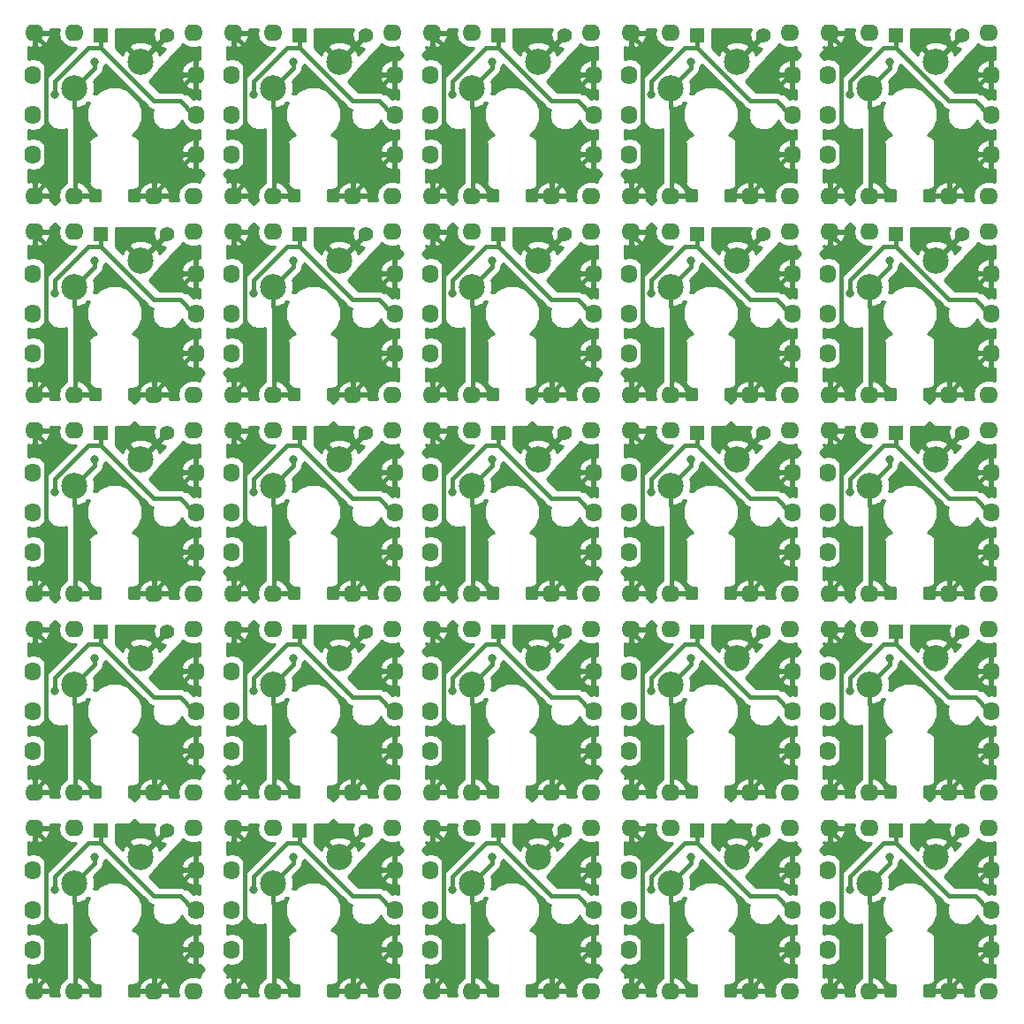
<source format=gtl>
G04 #@! TF.GenerationSoftware,KiCad,Pcbnew,5.0.0-fee4fd1~66~ubuntu18.04.1*
G04 #@! TF.CreationDate,2018-09-16T19:45:11+09:00*
G04 #@! TF.ProjectId,MxLEDBit,4D784C45444269742E6B696361645F70,1*
G04 #@! TF.SameCoordinates,Original*
G04 #@! TF.FileFunction,Copper,L1,Top,Signal*
G04 #@! TF.FilePolarity,Positive*
%FSLAX46Y46*%
G04 Gerber Fmt 4.6, Leading zero omitted, Abs format (unit mm)*
G04 Created by KiCad (PCBNEW 5.0.0-fee4fd1~66~ubuntu18.04.1) date Sun Sep 16 19:45:11 2018*
%MOMM*%
%LPD*%
G01*
G04 APERTURE LIST*
G04 #@! TA.AperFunction,ComponentPad*
%ADD10O,1.800000X1.600000*%
G04 #@! TD*
G04 #@! TA.AperFunction,ComponentPad*
%ADD11O,1.600000X1.800000*%
G04 #@! TD*
G04 #@! TA.AperFunction,ComponentPad*
%ADD12C,2.500000*%
G04 #@! TD*
G04 #@! TA.AperFunction,ComponentPad*
%ADD13C,1.400000*%
G04 #@! TD*
G04 #@! TA.AperFunction,ComponentPad*
%ADD14R,1.400000X1.400000*%
G04 #@! TD*
G04 #@! TA.AperFunction,ViaPad*
%ADD15C,0.800000*%
G04 #@! TD*
G04 #@! TA.AperFunction,Conductor*
%ADD16C,0.400000*%
G04 #@! TD*
G04 #@! TA.AperFunction,Conductor*
%ADD17C,0.254000*%
G04 #@! TD*
G04 APERTURE END LIST*
D10*
G04 #@! TO.P,P23,1*
G04 #@! TO.N,GND*
X156845000Y-103305000D03*
G04 #@! TD*
D11*
G04 #@! TO.P,P12,1*
G04 #@! TO.N,Net-(U1-Pad1)*
X172285000Y-107315000D03*
G04 #@! TD*
G04 #@! TO.P,P24,1*
G04 #@! TO.N,Net-(U1-Pad4)*
X156645000Y-107315000D03*
G04 #@! TD*
D10*
G04 #@! TO.P,P23,1*
G04 #@! TO.N,VCC*
X172085000Y-103305000D03*
G04 #@! TD*
D11*
G04 #@! TO.P,P23,1*
G04 #@! TO.N,/2*
X156645000Y-111125000D03*
G04 #@! TD*
D10*
G04 #@! TO.P,P23,1*
G04 #@! TO.N,GND*
X156845000Y-118945000D03*
G04 #@! TD*
G04 #@! TO.P,P11,1*
G04 #@! TO.N,/1*
X160655000Y-103305000D03*
G04 #@! TD*
D11*
G04 #@! TO.P,P12,1*
G04 #@! TO.N,Net-(U1-Pad1)*
X156645000Y-114935000D03*
G04 #@! TD*
D10*
G04 #@! TO.P,P11,1*
G04 #@! TO.N,/1*
X160655000Y-118945000D03*
G04 #@! TD*
G04 #@! TO.P,P15,1*
G04 #@! TO.N,VCC*
X172085000Y-118945000D03*
G04 #@! TD*
D11*
G04 #@! TO.P,P21,1*
G04 #@! TO.N,Net-(U1-Pad4)*
X172285000Y-114935000D03*
G04 #@! TD*
D12*
G04 #@! TO.P,SW1,2*
G04 #@! TO.N,Net-(D1-Pad2)*
X167005000Y-106045000D03*
G04 #@! TO.P,SW1,1*
G04 #@! TO.N,/1*
X160655000Y-108585000D03*
G04 #@! TD*
D11*
G04 #@! TO.P,P22,1*
G04 #@! TO.N,/2*
X172285000Y-111125000D03*
G04 #@! TD*
D10*
G04 #@! TO.P,P16,1*
G04 #@! TO.N,Net-(U1-Pad4)*
X168275000Y-118945000D03*
G04 #@! TD*
D13*
G04 #@! TO.P,D1,2*
G04 #@! TO.N,Net-(D1-Pad2)*
X169545000Y-103505000D03*
D14*
G04 #@! TO.P,D1,1*
G04 #@! TO.N,/2*
X163195000Y-103505000D03*
G04 #@! TD*
D11*
G04 #@! TO.P,P22,1*
G04 #@! TO.N,/2*
X172285000Y-73025000D03*
G04 #@! TD*
G04 #@! TO.P,P24,1*
G04 #@! TO.N,Net-(U1-Pad4)*
X156645000Y-50165000D03*
G04 #@! TD*
G04 #@! TO.P,P22,1*
G04 #@! TO.N,/2*
X172285000Y-92075000D03*
G04 #@! TD*
G04 #@! TO.P,P12,1*
G04 #@! TO.N,Net-(U1-Pad1)*
X172285000Y-88265000D03*
G04 #@! TD*
G04 #@! TO.P,P12,1*
G04 #@! TO.N,Net-(U1-Pad1)*
X172285000Y-69215000D03*
G04 #@! TD*
D10*
G04 #@! TO.P,P23,1*
G04 #@! TO.N,GND*
X156845000Y-80845000D03*
G04 #@! TD*
D11*
G04 #@! TO.P,P12,1*
G04 #@! TO.N,Net-(U1-Pad1)*
X172285000Y-50165000D03*
G04 #@! TD*
G04 #@! TO.P,P22,1*
G04 #@! TO.N,/2*
X172285000Y-53975000D03*
G04 #@! TD*
D10*
G04 #@! TO.P,P23,1*
G04 #@! TO.N,GND*
X156845000Y-99895000D03*
G04 #@! TD*
D11*
G04 #@! TO.P,P24,1*
G04 #@! TO.N,Net-(U1-Pad4)*
X156645000Y-88265000D03*
G04 #@! TD*
D10*
G04 #@! TO.P,P23,1*
G04 #@! TO.N,GND*
X156845000Y-46155000D03*
G04 #@! TD*
D11*
G04 #@! TO.P,P23,1*
G04 #@! TO.N,/2*
X156645000Y-53975000D03*
G04 #@! TD*
G04 #@! TO.P,P23,1*
G04 #@! TO.N,/2*
X156645000Y-73025000D03*
G04 #@! TD*
G04 #@! TO.P,P24,1*
G04 #@! TO.N,Net-(U1-Pad4)*
X156645000Y-69215000D03*
G04 #@! TD*
D10*
G04 #@! TO.P,P23,1*
G04 #@! TO.N,VCC*
X172085000Y-46155000D03*
G04 #@! TD*
G04 #@! TO.P,P23,1*
G04 #@! TO.N,VCC*
X172085000Y-65205000D03*
G04 #@! TD*
G04 #@! TO.P,P23,1*
G04 #@! TO.N,GND*
X156845000Y-61795000D03*
G04 #@! TD*
G04 #@! TO.P,P23,1*
G04 #@! TO.N,VCC*
X172085000Y-84255000D03*
G04 #@! TD*
G04 #@! TO.P,P11,1*
G04 #@! TO.N,/1*
X160655000Y-61795000D03*
G04 #@! TD*
G04 #@! TO.P,P11,1*
G04 #@! TO.N,/1*
X160655000Y-46155000D03*
G04 #@! TD*
G04 #@! TO.P,P11,1*
G04 #@! TO.N,/1*
X160655000Y-65205000D03*
G04 #@! TD*
G04 #@! TO.P,P11,1*
G04 #@! TO.N,/1*
X160655000Y-84255000D03*
G04 #@! TD*
D11*
G04 #@! TO.P,P12,1*
G04 #@! TO.N,Net-(U1-Pad1)*
X156645000Y-57785000D03*
G04 #@! TD*
G04 #@! TO.P,P12,1*
G04 #@! TO.N,Net-(U1-Pad1)*
X156645000Y-76835000D03*
G04 #@! TD*
G04 #@! TO.P,P12,1*
G04 #@! TO.N,Net-(U1-Pad1)*
X156645000Y-95885000D03*
G04 #@! TD*
D10*
G04 #@! TO.P,P16,1*
G04 #@! TO.N,Net-(U1-Pad4)*
X168275000Y-61795000D03*
G04 #@! TD*
G04 #@! TO.P,P16,1*
G04 #@! TO.N,Net-(U1-Pad4)*
X168275000Y-80845000D03*
G04 #@! TD*
G04 #@! TO.P,P11,1*
G04 #@! TO.N,/1*
X160655000Y-80845000D03*
G04 #@! TD*
G04 #@! TO.P,P11,1*
G04 #@! TO.N,/1*
X160655000Y-99895000D03*
G04 #@! TD*
G04 #@! TO.P,P15,1*
G04 #@! TO.N,VCC*
X172085000Y-61795000D03*
G04 #@! TD*
G04 #@! TO.P,P15,1*
G04 #@! TO.N,VCC*
X172085000Y-80845000D03*
G04 #@! TD*
G04 #@! TO.P,P15,1*
G04 #@! TO.N,VCC*
X172085000Y-99895000D03*
G04 #@! TD*
D11*
G04 #@! TO.P,P23,1*
G04 #@! TO.N,/2*
X156645000Y-92075000D03*
G04 #@! TD*
G04 #@! TO.P,P21,1*
G04 #@! TO.N,Net-(U1-Pad4)*
X172285000Y-57785000D03*
G04 #@! TD*
G04 #@! TO.P,P21,1*
G04 #@! TO.N,Net-(U1-Pad4)*
X172285000Y-76835000D03*
G04 #@! TD*
G04 #@! TO.P,P21,1*
G04 #@! TO.N,Net-(U1-Pad4)*
X172285000Y-95885000D03*
G04 #@! TD*
D12*
G04 #@! TO.P,SW1,2*
G04 #@! TO.N,Net-(D1-Pad2)*
X167005000Y-48895000D03*
G04 #@! TO.P,SW1,1*
G04 #@! TO.N,/1*
X160655000Y-51435000D03*
G04 #@! TD*
G04 #@! TO.P,SW1,2*
G04 #@! TO.N,Net-(D1-Pad2)*
X167005000Y-67945000D03*
G04 #@! TO.P,SW1,1*
G04 #@! TO.N,/1*
X160655000Y-70485000D03*
G04 #@! TD*
G04 #@! TO.P,SW1,2*
G04 #@! TO.N,Net-(D1-Pad2)*
X167005000Y-86995000D03*
G04 #@! TO.P,SW1,1*
G04 #@! TO.N,/1*
X160655000Y-89535000D03*
G04 #@! TD*
D10*
G04 #@! TO.P,P23,1*
G04 #@! TO.N,GND*
X156845000Y-65205000D03*
G04 #@! TD*
G04 #@! TO.P,P23,1*
G04 #@! TO.N,GND*
X156845000Y-84255000D03*
G04 #@! TD*
G04 #@! TO.P,P16,1*
G04 #@! TO.N,Net-(U1-Pad4)*
X168275000Y-99895000D03*
G04 #@! TD*
D13*
G04 #@! TO.P,D1,2*
G04 #@! TO.N,Net-(D1-Pad2)*
X169545000Y-46355000D03*
D14*
G04 #@! TO.P,D1,1*
G04 #@! TO.N,/2*
X163195000Y-46355000D03*
G04 #@! TD*
D13*
G04 #@! TO.P,D1,2*
G04 #@! TO.N,Net-(D1-Pad2)*
X169545000Y-65405000D03*
D14*
G04 #@! TO.P,D1,1*
G04 #@! TO.N,/2*
X163195000Y-65405000D03*
G04 #@! TD*
D13*
G04 #@! TO.P,D1,2*
G04 #@! TO.N,Net-(D1-Pad2)*
X169545000Y-84455000D03*
D14*
G04 #@! TO.P,D1,1*
G04 #@! TO.N,/2*
X163195000Y-84455000D03*
G04 #@! TD*
D12*
G04 #@! TO.P,SW1,2*
G04 #@! TO.N,Net-(D1-Pad2)*
X167005000Y-125095000D03*
G04 #@! TO.P,SW1,1*
G04 #@! TO.N,/1*
X160655000Y-127635000D03*
G04 #@! TD*
D10*
G04 #@! TO.P,P23,1*
G04 #@! TO.N,VCC*
X172085000Y-122355000D03*
G04 #@! TD*
G04 #@! TO.P,P16,1*
G04 #@! TO.N,Net-(U1-Pad4)*
X168275000Y-137995000D03*
G04 #@! TD*
D11*
G04 #@! TO.P,P21,1*
G04 #@! TO.N,Net-(U1-Pad4)*
X172285000Y-133985000D03*
G04 #@! TD*
D10*
G04 #@! TO.P,P15,1*
G04 #@! TO.N,VCC*
X172085000Y-137995000D03*
G04 #@! TD*
D11*
G04 #@! TO.P,P24,1*
G04 #@! TO.N,Net-(U1-Pad4)*
X156645000Y-126365000D03*
G04 #@! TD*
D13*
G04 #@! TO.P,D1,2*
G04 #@! TO.N,Net-(D1-Pad2)*
X169545000Y-122555000D03*
D14*
G04 #@! TO.P,D1,1*
G04 #@! TO.N,/2*
X163195000Y-122555000D03*
G04 #@! TD*
D10*
G04 #@! TO.P,P23,1*
G04 #@! TO.N,GND*
X156845000Y-137995000D03*
G04 #@! TD*
D11*
G04 #@! TO.P,P12,1*
G04 #@! TO.N,Net-(U1-Pad1)*
X156645000Y-133985000D03*
G04 #@! TD*
G04 #@! TO.P,P22,1*
G04 #@! TO.N,/2*
X172285000Y-130175000D03*
G04 #@! TD*
D10*
G04 #@! TO.P,P23,1*
G04 #@! TO.N,GND*
X156845000Y-122355000D03*
G04 #@! TD*
G04 #@! TO.P,P11,1*
G04 #@! TO.N,/1*
X160655000Y-122355000D03*
G04 #@! TD*
D11*
G04 #@! TO.P,P23,1*
G04 #@! TO.N,/2*
X156645000Y-130175000D03*
G04 #@! TD*
D10*
G04 #@! TO.P,P11,1*
G04 #@! TO.N,/1*
X160655000Y-137995000D03*
G04 #@! TD*
D11*
G04 #@! TO.P,P12,1*
G04 #@! TO.N,Net-(U1-Pad1)*
X172285000Y-126365000D03*
G04 #@! TD*
G04 #@! TO.P,P12,1*
G04 #@! TO.N,Net-(U1-Pad1)*
X153235000Y-126365000D03*
G04 #@! TD*
G04 #@! TO.P,P12,1*
G04 #@! TO.N,Net-(U1-Pad1)*
X134185000Y-126365000D03*
G04 #@! TD*
G04 #@! TO.P,P12,1*
G04 #@! TO.N,Net-(U1-Pad1)*
X115135000Y-126365000D03*
G04 #@! TD*
G04 #@! TO.P,P12,1*
G04 #@! TO.N,Net-(U1-Pad1)*
X96085000Y-126365000D03*
G04 #@! TD*
G04 #@! TO.P,P12,1*
G04 #@! TO.N,Net-(U1-Pad1)*
X153235000Y-107315000D03*
G04 #@! TD*
G04 #@! TO.P,P12,1*
G04 #@! TO.N,Net-(U1-Pad1)*
X134185000Y-107315000D03*
G04 #@! TD*
G04 #@! TO.P,P12,1*
G04 #@! TO.N,Net-(U1-Pad1)*
X115135000Y-107315000D03*
G04 #@! TD*
G04 #@! TO.P,P12,1*
G04 #@! TO.N,Net-(U1-Pad1)*
X96085000Y-107315000D03*
G04 #@! TD*
G04 #@! TO.P,P12,1*
G04 #@! TO.N,Net-(U1-Pad1)*
X153235000Y-88265000D03*
G04 #@! TD*
G04 #@! TO.P,P12,1*
G04 #@! TO.N,Net-(U1-Pad1)*
X134185000Y-88265000D03*
G04 #@! TD*
G04 #@! TO.P,P12,1*
G04 #@! TO.N,Net-(U1-Pad1)*
X115135000Y-88265000D03*
G04 #@! TD*
G04 #@! TO.P,P12,1*
G04 #@! TO.N,Net-(U1-Pad1)*
X96085000Y-88265000D03*
G04 #@! TD*
G04 #@! TO.P,P12,1*
G04 #@! TO.N,Net-(U1-Pad1)*
X153235000Y-69215000D03*
G04 #@! TD*
G04 #@! TO.P,P12,1*
G04 #@! TO.N,Net-(U1-Pad1)*
X134185000Y-69215000D03*
G04 #@! TD*
G04 #@! TO.P,P12,1*
G04 #@! TO.N,Net-(U1-Pad1)*
X115135000Y-69215000D03*
G04 #@! TD*
G04 #@! TO.P,P12,1*
G04 #@! TO.N,Net-(U1-Pad1)*
X96085000Y-69215000D03*
G04 #@! TD*
G04 #@! TO.P,P12,1*
G04 #@! TO.N,Net-(U1-Pad1)*
X153235000Y-50165000D03*
G04 #@! TD*
G04 #@! TO.P,P12,1*
G04 #@! TO.N,Net-(U1-Pad1)*
X134185000Y-50165000D03*
G04 #@! TD*
G04 #@! TO.P,P12,1*
G04 #@! TO.N,Net-(U1-Pad1)*
X115135000Y-50165000D03*
G04 #@! TD*
D10*
G04 #@! TO.P,P23,1*
G04 #@! TO.N,GND*
X137795000Y-137995000D03*
G04 #@! TD*
G04 #@! TO.P,P23,1*
G04 #@! TO.N,GND*
X118745000Y-137995000D03*
G04 #@! TD*
G04 #@! TO.P,P23,1*
G04 #@! TO.N,GND*
X99695000Y-137995000D03*
G04 #@! TD*
G04 #@! TO.P,P23,1*
G04 #@! TO.N,GND*
X80645000Y-137995000D03*
G04 #@! TD*
G04 #@! TO.P,P23,1*
G04 #@! TO.N,GND*
X137795000Y-118945000D03*
G04 #@! TD*
G04 #@! TO.P,P23,1*
G04 #@! TO.N,GND*
X118745000Y-118945000D03*
G04 #@! TD*
G04 #@! TO.P,P23,1*
G04 #@! TO.N,GND*
X99695000Y-118945000D03*
G04 #@! TD*
G04 #@! TO.P,P23,1*
G04 #@! TO.N,GND*
X80645000Y-118945000D03*
G04 #@! TD*
G04 #@! TO.P,P23,1*
G04 #@! TO.N,GND*
X137795000Y-99895000D03*
G04 #@! TD*
G04 #@! TO.P,P23,1*
G04 #@! TO.N,GND*
X118745000Y-99895000D03*
G04 #@! TD*
G04 #@! TO.P,P23,1*
G04 #@! TO.N,GND*
X99695000Y-99895000D03*
G04 #@! TD*
G04 #@! TO.P,P23,1*
G04 #@! TO.N,GND*
X80645000Y-99895000D03*
G04 #@! TD*
G04 #@! TO.P,P23,1*
G04 #@! TO.N,GND*
X137795000Y-80845000D03*
G04 #@! TD*
G04 #@! TO.P,P23,1*
G04 #@! TO.N,GND*
X118745000Y-80845000D03*
G04 #@! TD*
G04 #@! TO.P,P23,1*
G04 #@! TO.N,GND*
X99695000Y-80845000D03*
G04 #@! TD*
G04 #@! TO.P,P23,1*
G04 #@! TO.N,GND*
X80645000Y-80845000D03*
G04 #@! TD*
G04 #@! TO.P,P23,1*
G04 #@! TO.N,GND*
X137795000Y-61795000D03*
G04 #@! TD*
G04 #@! TO.P,P23,1*
G04 #@! TO.N,GND*
X118745000Y-61795000D03*
G04 #@! TD*
G04 #@! TO.P,P23,1*
G04 #@! TO.N,GND*
X99695000Y-61795000D03*
G04 #@! TD*
G04 #@! TO.P,P23,1*
G04 #@! TO.N,GND*
X137795000Y-122355000D03*
G04 #@! TD*
G04 #@! TO.P,P23,1*
G04 #@! TO.N,GND*
X118745000Y-122355000D03*
G04 #@! TD*
G04 #@! TO.P,P23,1*
G04 #@! TO.N,GND*
X99695000Y-122355000D03*
G04 #@! TD*
G04 #@! TO.P,P23,1*
G04 #@! TO.N,GND*
X80645000Y-122355000D03*
G04 #@! TD*
G04 #@! TO.P,P23,1*
G04 #@! TO.N,GND*
X137795000Y-103305000D03*
G04 #@! TD*
G04 #@! TO.P,P23,1*
G04 #@! TO.N,GND*
X118745000Y-103305000D03*
G04 #@! TD*
G04 #@! TO.P,P23,1*
G04 #@! TO.N,GND*
X99695000Y-103305000D03*
G04 #@! TD*
G04 #@! TO.P,P23,1*
G04 #@! TO.N,GND*
X80645000Y-103305000D03*
G04 #@! TD*
G04 #@! TO.P,P23,1*
G04 #@! TO.N,GND*
X137795000Y-84255000D03*
G04 #@! TD*
G04 #@! TO.P,P23,1*
G04 #@! TO.N,GND*
X118745000Y-84255000D03*
G04 #@! TD*
G04 #@! TO.P,P23,1*
G04 #@! TO.N,GND*
X99695000Y-84255000D03*
G04 #@! TD*
G04 #@! TO.P,P23,1*
G04 #@! TO.N,GND*
X80645000Y-84255000D03*
G04 #@! TD*
G04 #@! TO.P,P23,1*
G04 #@! TO.N,GND*
X137795000Y-65205000D03*
G04 #@! TD*
G04 #@! TO.P,P23,1*
G04 #@! TO.N,GND*
X118745000Y-65205000D03*
G04 #@! TD*
G04 #@! TO.P,P23,1*
G04 #@! TO.N,GND*
X99695000Y-65205000D03*
G04 #@! TD*
G04 #@! TO.P,P23,1*
G04 #@! TO.N,GND*
X80645000Y-65205000D03*
G04 #@! TD*
G04 #@! TO.P,P23,1*
G04 #@! TO.N,GND*
X137795000Y-46155000D03*
G04 #@! TD*
G04 #@! TO.P,P23,1*
G04 #@! TO.N,GND*
X118745000Y-46155000D03*
G04 #@! TD*
G04 #@! TO.P,P23,1*
G04 #@! TO.N,GND*
X99695000Y-46155000D03*
G04 #@! TD*
D11*
G04 #@! TO.P,P23,1*
G04 #@! TO.N,/2*
X137595000Y-130175000D03*
G04 #@! TD*
G04 #@! TO.P,P23,1*
G04 #@! TO.N,/2*
X118545000Y-130175000D03*
G04 #@! TD*
G04 #@! TO.P,P23,1*
G04 #@! TO.N,/2*
X99495000Y-130175000D03*
G04 #@! TD*
G04 #@! TO.P,P23,1*
G04 #@! TO.N,/2*
X80445000Y-130175000D03*
G04 #@! TD*
G04 #@! TO.P,P23,1*
G04 #@! TO.N,/2*
X137595000Y-111125000D03*
G04 #@! TD*
G04 #@! TO.P,P23,1*
G04 #@! TO.N,/2*
X118545000Y-111125000D03*
G04 #@! TD*
G04 #@! TO.P,P23,1*
G04 #@! TO.N,/2*
X99495000Y-111125000D03*
G04 #@! TD*
G04 #@! TO.P,P23,1*
G04 #@! TO.N,/2*
X80445000Y-111125000D03*
G04 #@! TD*
G04 #@! TO.P,P23,1*
G04 #@! TO.N,/2*
X137595000Y-92075000D03*
G04 #@! TD*
G04 #@! TO.P,P23,1*
G04 #@! TO.N,/2*
X118545000Y-92075000D03*
G04 #@! TD*
G04 #@! TO.P,P23,1*
G04 #@! TO.N,/2*
X99495000Y-92075000D03*
G04 #@! TD*
G04 #@! TO.P,P23,1*
G04 #@! TO.N,/2*
X80445000Y-92075000D03*
G04 #@! TD*
G04 #@! TO.P,P23,1*
G04 #@! TO.N,/2*
X137595000Y-73025000D03*
G04 #@! TD*
G04 #@! TO.P,P23,1*
G04 #@! TO.N,/2*
X118545000Y-73025000D03*
G04 #@! TD*
G04 #@! TO.P,P23,1*
G04 #@! TO.N,/2*
X99495000Y-73025000D03*
G04 #@! TD*
G04 #@! TO.P,P23,1*
G04 #@! TO.N,/2*
X80445000Y-73025000D03*
G04 #@! TD*
G04 #@! TO.P,P23,1*
G04 #@! TO.N,/2*
X137595000Y-53975000D03*
G04 #@! TD*
G04 #@! TO.P,P23,1*
G04 #@! TO.N,/2*
X118545000Y-53975000D03*
G04 #@! TD*
G04 #@! TO.P,P23,1*
G04 #@! TO.N,/2*
X99495000Y-53975000D03*
G04 #@! TD*
G04 #@! TO.P,P22,1*
G04 #@! TO.N,/2*
X153235000Y-130175000D03*
G04 #@! TD*
G04 #@! TO.P,P22,1*
G04 #@! TO.N,/2*
X134185000Y-130175000D03*
G04 #@! TD*
G04 #@! TO.P,P22,1*
G04 #@! TO.N,/2*
X115135000Y-130175000D03*
G04 #@! TD*
G04 #@! TO.P,P22,1*
G04 #@! TO.N,/2*
X96085000Y-130175000D03*
G04 #@! TD*
G04 #@! TO.P,P22,1*
G04 #@! TO.N,/2*
X153235000Y-111125000D03*
G04 #@! TD*
G04 #@! TO.P,P22,1*
G04 #@! TO.N,/2*
X134185000Y-111125000D03*
G04 #@! TD*
G04 #@! TO.P,P22,1*
G04 #@! TO.N,/2*
X115135000Y-111125000D03*
G04 #@! TD*
G04 #@! TO.P,P22,1*
G04 #@! TO.N,/2*
X96085000Y-111125000D03*
G04 #@! TD*
G04 #@! TO.P,P22,1*
G04 #@! TO.N,/2*
X153235000Y-92075000D03*
G04 #@! TD*
G04 #@! TO.P,P22,1*
G04 #@! TO.N,/2*
X134185000Y-92075000D03*
G04 #@! TD*
G04 #@! TO.P,P22,1*
G04 #@! TO.N,/2*
X115135000Y-92075000D03*
G04 #@! TD*
G04 #@! TO.P,P22,1*
G04 #@! TO.N,/2*
X96085000Y-92075000D03*
G04 #@! TD*
G04 #@! TO.P,P22,1*
G04 #@! TO.N,/2*
X153235000Y-73025000D03*
G04 #@! TD*
G04 #@! TO.P,P22,1*
G04 #@! TO.N,/2*
X134185000Y-73025000D03*
G04 #@! TD*
G04 #@! TO.P,P22,1*
G04 #@! TO.N,/2*
X115135000Y-73025000D03*
G04 #@! TD*
G04 #@! TO.P,P22,1*
G04 #@! TO.N,/2*
X96085000Y-73025000D03*
G04 #@! TD*
G04 #@! TO.P,P22,1*
G04 #@! TO.N,/2*
X153235000Y-53975000D03*
G04 #@! TD*
G04 #@! TO.P,P22,1*
G04 #@! TO.N,/2*
X134185000Y-53975000D03*
G04 #@! TD*
G04 #@! TO.P,P22,1*
G04 #@! TO.N,/2*
X115135000Y-53975000D03*
G04 #@! TD*
G04 #@! TO.P,P24,1*
G04 #@! TO.N,Net-(U1-Pad4)*
X137595000Y-126365000D03*
G04 #@! TD*
G04 #@! TO.P,P24,1*
G04 #@! TO.N,Net-(U1-Pad4)*
X118545000Y-126365000D03*
G04 #@! TD*
G04 #@! TO.P,P24,1*
G04 #@! TO.N,Net-(U1-Pad4)*
X99495000Y-126365000D03*
G04 #@! TD*
G04 #@! TO.P,P24,1*
G04 #@! TO.N,Net-(U1-Pad4)*
X80445000Y-126365000D03*
G04 #@! TD*
G04 #@! TO.P,P24,1*
G04 #@! TO.N,Net-(U1-Pad4)*
X137595000Y-107315000D03*
G04 #@! TD*
G04 #@! TO.P,P24,1*
G04 #@! TO.N,Net-(U1-Pad4)*
X118545000Y-107315000D03*
G04 #@! TD*
G04 #@! TO.P,P24,1*
G04 #@! TO.N,Net-(U1-Pad4)*
X99495000Y-107315000D03*
G04 #@! TD*
G04 #@! TO.P,P24,1*
G04 #@! TO.N,Net-(U1-Pad4)*
X80445000Y-107315000D03*
G04 #@! TD*
G04 #@! TO.P,P24,1*
G04 #@! TO.N,Net-(U1-Pad4)*
X137595000Y-88265000D03*
G04 #@! TD*
G04 #@! TO.P,P24,1*
G04 #@! TO.N,Net-(U1-Pad4)*
X118545000Y-88265000D03*
G04 #@! TD*
G04 #@! TO.P,P24,1*
G04 #@! TO.N,Net-(U1-Pad4)*
X99495000Y-88265000D03*
G04 #@! TD*
G04 #@! TO.P,P24,1*
G04 #@! TO.N,Net-(U1-Pad4)*
X80445000Y-88265000D03*
G04 #@! TD*
G04 #@! TO.P,P24,1*
G04 #@! TO.N,Net-(U1-Pad4)*
X137595000Y-69215000D03*
G04 #@! TD*
G04 #@! TO.P,P24,1*
G04 #@! TO.N,Net-(U1-Pad4)*
X118545000Y-69215000D03*
G04 #@! TD*
G04 #@! TO.P,P24,1*
G04 #@! TO.N,Net-(U1-Pad4)*
X99495000Y-69215000D03*
G04 #@! TD*
G04 #@! TO.P,P24,1*
G04 #@! TO.N,Net-(U1-Pad4)*
X80445000Y-69215000D03*
G04 #@! TD*
G04 #@! TO.P,P24,1*
G04 #@! TO.N,Net-(U1-Pad4)*
X137595000Y-50165000D03*
G04 #@! TD*
G04 #@! TO.P,P24,1*
G04 #@! TO.N,Net-(U1-Pad4)*
X118545000Y-50165000D03*
G04 #@! TD*
G04 #@! TO.P,P24,1*
G04 #@! TO.N,Net-(U1-Pad4)*
X99495000Y-50165000D03*
G04 #@! TD*
D10*
G04 #@! TO.P,P23,1*
G04 #@! TO.N,VCC*
X153035000Y-122355000D03*
G04 #@! TD*
G04 #@! TO.P,P23,1*
G04 #@! TO.N,VCC*
X133985000Y-122355000D03*
G04 #@! TD*
G04 #@! TO.P,P23,1*
G04 #@! TO.N,VCC*
X114935000Y-122355000D03*
G04 #@! TD*
G04 #@! TO.P,P23,1*
G04 #@! TO.N,VCC*
X95885000Y-122355000D03*
G04 #@! TD*
G04 #@! TO.P,P23,1*
G04 #@! TO.N,VCC*
X153035000Y-103305000D03*
G04 #@! TD*
G04 #@! TO.P,P23,1*
G04 #@! TO.N,VCC*
X133985000Y-103305000D03*
G04 #@! TD*
G04 #@! TO.P,P23,1*
G04 #@! TO.N,VCC*
X114935000Y-103305000D03*
G04 #@! TD*
G04 #@! TO.P,P23,1*
G04 #@! TO.N,VCC*
X95885000Y-103305000D03*
G04 #@! TD*
G04 #@! TO.P,P23,1*
G04 #@! TO.N,VCC*
X153035000Y-84255000D03*
G04 #@! TD*
G04 #@! TO.P,P23,1*
G04 #@! TO.N,VCC*
X133985000Y-84255000D03*
G04 #@! TD*
G04 #@! TO.P,P23,1*
G04 #@! TO.N,VCC*
X114935000Y-84255000D03*
G04 #@! TD*
G04 #@! TO.P,P23,1*
G04 #@! TO.N,VCC*
X95885000Y-84255000D03*
G04 #@! TD*
G04 #@! TO.P,P23,1*
G04 #@! TO.N,VCC*
X153035000Y-65205000D03*
G04 #@! TD*
G04 #@! TO.P,P23,1*
G04 #@! TO.N,VCC*
X133985000Y-65205000D03*
G04 #@! TD*
G04 #@! TO.P,P23,1*
G04 #@! TO.N,VCC*
X114935000Y-65205000D03*
G04 #@! TD*
G04 #@! TO.P,P23,1*
G04 #@! TO.N,VCC*
X95885000Y-65205000D03*
G04 #@! TD*
G04 #@! TO.P,P23,1*
G04 #@! TO.N,VCC*
X153035000Y-46155000D03*
G04 #@! TD*
G04 #@! TO.P,P23,1*
G04 #@! TO.N,VCC*
X133985000Y-46155000D03*
G04 #@! TD*
G04 #@! TO.P,P23,1*
G04 #@! TO.N,VCC*
X114935000Y-46155000D03*
G04 #@! TD*
G04 #@! TO.P,P16,1*
G04 #@! TO.N,Net-(U1-Pad4)*
X149225000Y-137995000D03*
G04 #@! TD*
G04 #@! TO.P,P16,1*
G04 #@! TO.N,Net-(U1-Pad4)*
X130175000Y-137995000D03*
G04 #@! TD*
G04 #@! TO.P,P16,1*
G04 #@! TO.N,Net-(U1-Pad4)*
X111125000Y-137995000D03*
G04 #@! TD*
G04 #@! TO.P,P16,1*
G04 #@! TO.N,Net-(U1-Pad4)*
X92075000Y-137995000D03*
G04 #@! TD*
G04 #@! TO.P,P16,1*
G04 #@! TO.N,Net-(U1-Pad4)*
X149225000Y-118945000D03*
G04 #@! TD*
G04 #@! TO.P,P16,1*
G04 #@! TO.N,Net-(U1-Pad4)*
X130175000Y-118945000D03*
G04 #@! TD*
G04 #@! TO.P,P16,1*
G04 #@! TO.N,Net-(U1-Pad4)*
X111125000Y-118945000D03*
G04 #@! TD*
G04 #@! TO.P,P16,1*
G04 #@! TO.N,Net-(U1-Pad4)*
X92075000Y-118945000D03*
G04 #@! TD*
G04 #@! TO.P,P16,1*
G04 #@! TO.N,Net-(U1-Pad4)*
X149225000Y-99895000D03*
G04 #@! TD*
G04 #@! TO.P,P16,1*
G04 #@! TO.N,Net-(U1-Pad4)*
X130175000Y-99895000D03*
G04 #@! TD*
G04 #@! TO.P,P16,1*
G04 #@! TO.N,Net-(U1-Pad4)*
X111125000Y-99895000D03*
G04 #@! TD*
G04 #@! TO.P,P16,1*
G04 #@! TO.N,Net-(U1-Pad4)*
X92075000Y-99895000D03*
G04 #@! TD*
G04 #@! TO.P,P16,1*
G04 #@! TO.N,Net-(U1-Pad4)*
X149225000Y-80845000D03*
G04 #@! TD*
G04 #@! TO.P,P16,1*
G04 #@! TO.N,Net-(U1-Pad4)*
X130175000Y-80845000D03*
G04 #@! TD*
G04 #@! TO.P,P16,1*
G04 #@! TO.N,Net-(U1-Pad4)*
X111125000Y-80845000D03*
G04 #@! TD*
G04 #@! TO.P,P16,1*
G04 #@! TO.N,Net-(U1-Pad4)*
X92075000Y-80845000D03*
G04 #@! TD*
G04 #@! TO.P,P16,1*
G04 #@! TO.N,Net-(U1-Pad4)*
X149225000Y-61795000D03*
G04 #@! TD*
G04 #@! TO.P,P16,1*
G04 #@! TO.N,Net-(U1-Pad4)*
X130175000Y-61795000D03*
G04 #@! TD*
G04 #@! TO.P,P16,1*
G04 #@! TO.N,Net-(U1-Pad4)*
X111125000Y-61795000D03*
G04 #@! TD*
D11*
G04 #@! TO.P,P12,1*
G04 #@! TO.N,Net-(U1-Pad1)*
X137595000Y-133985000D03*
G04 #@! TD*
G04 #@! TO.P,P12,1*
G04 #@! TO.N,Net-(U1-Pad1)*
X118545000Y-133985000D03*
G04 #@! TD*
G04 #@! TO.P,P12,1*
G04 #@! TO.N,Net-(U1-Pad1)*
X99495000Y-133985000D03*
G04 #@! TD*
G04 #@! TO.P,P12,1*
G04 #@! TO.N,Net-(U1-Pad1)*
X80445000Y-133985000D03*
G04 #@! TD*
G04 #@! TO.P,P12,1*
G04 #@! TO.N,Net-(U1-Pad1)*
X137595000Y-114935000D03*
G04 #@! TD*
G04 #@! TO.P,P12,1*
G04 #@! TO.N,Net-(U1-Pad1)*
X118545000Y-114935000D03*
G04 #@! TD*
G04 #@! TO.P,P12,1*
G04 #@! TO.N,Net-(U1-Pad1)*
X99495000Y-114935000D03*
G04 #@! TD*
G04 #@! TO.P,P12,1*
G04 #@! TO.N,Net-(U1-Pad1)*
X80445000Y-114935000D03*
G04 #@! TD*
G04 #@! TO.P,P12,1*
G04 #@! TO.N,Net-(U1-Pad1)*
X137595000Y-95885000D03*
G04 #@! TD*
G04 #@! TO.P,P12,1*
G04 #@! TO.N,Net-(U1-Pad1)*
X118545000Y-95885000D03*
G04 #@! TD*
G04 #@! TO.P,P12,1*
G04 #@! TO.N,Net-(U1-Pad1)*
X99495000Y-95885000D03*
G04 #@! TD*
G04 #@! TO.P,P12,1*
G04 #@! TO.N,Net-(U1-Pad1)*
X80445000Y-95885000D03*
G04 #@! TD*
G04 #@! TO.P,P12,1*
G04 #@! TO.N,Net-(U1-Pad1)*
X137595000Y-76835000D03*
G04 #@! TD*
G04 #@! TO.P,P12,1*
G04 #@! TO.N,Net-(U1-Pad1)*
X118545000Y-76835000D03*
G04 #@! TD*
G04 #@! TO.P,P12,1*
G04 #@! TO.N,Net-(U1-Pad1)*
X99495000Y-76835000D03*
G04 #@! TD*
G04 #@! TO.P,P12,1*
G04 #@! TO.N,Net-(U1-Pad1)*
X80445000Y-76835000D03*
G04 #@! TD*
G04 #@! TO.P,P12,1*
G04 #@! TO.N,Net-(U1-Pad1)*
X137595000Y-57785000D03*
G04 #@! TD*
G04 #@! TO.P,P12,1*
G04 #@! TO.N,Net-(U1-Pad1)*
X118545000Y-57785000D03*
G04 #@! TD*
G04 #@! TO.P,P12,1*
G04 #@! TO.N,Net-(U1-Pad1)*
X99495000Y-57785000D03*
G04 #@! TD*
D10*
G04 #@! TO.P,P11,1*
G04 #@! TO.N,/1*
X141605000Y-122355000D03*
G04 #@! TD*
G04 #@! TO.P,P11,1*
G04 #@! TO.N,/1*
X122555000Y-122355000D03*
G04 #@! TD*
G04 #@! TO.P,P11,1*
G04 #@! TO.N,/1*
X103505000Y-122355000D03*
G04 #@! TD*
G04 #@! TO.P,P11,1*
G04 #@! TO.N,/1*
X84455000Y-122355000D03*
G04 #@! TD*
G04 #@! TO.P,P11,1*
G04 #@! TO.N,/1*
X141605000Y-103305000D03*
G04 #@! TD*
G04 #@! TO.P,P11,1*
G04 #@! TO.N,/1*
X122555000Y-103305000D03*
G04 #@! TD*
G04 #@! TO.P,P11,1*
G04 #@! TO.N,/1*
X103505000Y-103305000D03*
G04 #@! TD*
G04 #@! TO.P,P11,1*
G04 #@! TO.N,/1*
X84455000Y-103305000D03*
G04 #@! TD*
G04 #@! TO.P,P11,1*
G04 #@! TO.N,/1*
X141605000Y-84255000D03*
G04 #@! TD*
G04 #@! TO.P,P11,1*
G04 #@! TO.N,/1*
X122555000Y-84255000D03*
G04 #@! TD*
G04 #@! TO.P,P11,1*
G04 #@! TO.N,/1*
X103505000Y-84255000D03*
G04 #@! TD*
G04 #@! TO.P,P11,1*
G04 #@! TO.N,/1*
X84455000Y-84255000D03*
G04 #@! TD*
G04 #@! TO.P,P11,1*
G04 #@! TO.N,/1*
X141605000Y-65205000D03*
G04 #@! TD*
G04 #@! TO.P,P11,1*
G04 #@! TO.N,/1*
X122555000Y-65205000D03*
G04 #@! TD*
G04 #@! TO.P,P11,1*
G04 #@! TO.N,/1*
X103505000Y-65205000D03*
G04 #@! TD*
G04 #@! TO.P,P11,1*
G04 #@! TO.N,/1*
X84455000Y-65205000D03*
G04 #@! TD*
G04 #@! TO.P,P11,1*
G04 #@! TO.N,/1*
X141605000Y-46155000D03*
G04 #@! TD*
G04 #@! TO.P,P11,1*
G04 #@! TO.N,/1*
X122555000Y-46155000D03*
G04 #@! TD*
G04 #@! TO.P,P11,1*
G04 #@! TO.N,/1*
X103505000Y-46155000D03*
G04 #@! TD*
D14*
G04 #@! TO.P,D1,1*
G04 #@! TO.N,/2*
X144145000Y-122555000D03*
D13*
G04 #@! TO.P,D1,2*
G04 #@! TO.N,Net-(D1-Pad2)*
X150495000Y-122555000D03*
G04 #@! TD*
D14*
G04 #@! TO.P,D1,1*
G04 #@! TO.N,/2*
X125095000Y-122555000D03*
D13*
G04 #@! TO.P,D1,2*
G04 #@! TO.N,Net-(D1-Pad2)*
X131445000Y-122555000D03*
G04 #@! TD*
D14*
G04 #@! TO.P,D1,1*
G04 #@! TO.N,/2*
X106045000Y-122555000D03*
D13*
G04 #@! TO.P,D1,2*
G04 #@! TO.N,Net-(D1-Pad2)*
X112395000Y-122555000D03*
G04 #@! TD*
D14*
G04 #@! TO.P,D1,1*
G04 #@! TO.N,/2*
X86995000Y-122555000D03*
D13*
G04 #@! TO.P,D1,2*
G04 #@! TO.N,Net-(D1-Pad2)*
X93345000Y-122555000D03*
G04 #@! TD*
D14*
G04 #@! TO.P,D1,1*
G04 #@! TO.N,/2*
X144145000Y-103505000D03*
D13*
G04 #@! TO.P,D1,2*
G04 #@! TO.N,Net-(D1-Pad2)*
X150495000Y-103505000D03*
G04 #@! TD*
D14*
G04 #@! TO.P,D1,1*
G04 #@! TO.N,/2*
X125095000Y-103505000D03*
D13*
G04 #@! TO.P,D1,2*
G04 #@! TO.N,Net-(D1-Pad2)*
X131445000Y-103505000D03*
G04 #@! TD*
D14*
G04 #@! TO.P,D1,1*
G04 #@! TO.N,/2*
X106045000Y-103505000D03*
D13*
G04 #@! TO.P,D1,2*
G04 #@! TO.N,Net-(D1-Pad2)*
X112395000Y-103505000D03*
G04 #@! TD*
D14*
G04 #@! TO.P,D1,1*
G04 #@! TO.N,/2*
X86995000Y-103505000D03*
D13*
G04 #@! TO.P,D1,2*
G04 #@! TO.N,Net-(D1-Pad2)*
X93345000Y-103505000D03*
G04 #@! TD*
D14*
G04 #@! TO.P,D1,1*
G04 #@! TO.N,/2*
X144145000Y-84455000D03*
D13*
G04 #@! TO.P,D1,2*
G04 #@! TO.N,Net-(D1-Pad2)*
X150495000Y-84455000D03*
G04 #@! TD*
D14*
G04 #@! TO.P,D1,1*
G04 #@! TO.N,/2*
X125095000Y-84455000D03*
D13*
G04 #@! TO.P,D1,2*
G04 #@! TO.N,Net-(D1-Pad2)*
X131445000Y-84455000D03*
G04 #@! TD*
D14*
G04 #@! TO.P,D1,1*
G04 #@! TO.N,/2*
X106045000Y-84455000D03*
D13*
G04 #@! TO.P,D1,2*
G04 #@! TO.N,Net-(D1-Pad2)*
X112395000Y-84455000D03*
G04 #@! TD*
D14*
G04 #@! TO.P,D1,1*
G04 #@! TO.N,/2*
X86995000Y-84455000D03*
D13*
G04 #@! TO.P,D1,2*
G04 #@! TO.N,Net-(D1-Pad2)*
X93345000Y-84455000D03*
G04 #@! TD*
D14*
G04 #@! TO.P,D1,1*
G04 #@! TO.N,/2*
X144145000Y-65405000D03*
D13*
G04 #@! TO.P,D1,2*
G04 #@! TO.N,Net-(D1-Pad2)*
X150495000Y-65405000D03*
G04 #@! TD*
D14*
G04 #@! TO.P,D1,1*
G04 #@! TO.N,/2*
X125095000Y-65405000D03*
D13*
G04 #@! TO.P,D1,2*
G04 #@! TO.N,Net-(D1-Pad2)*
X131445000Y-65405000D03*
G04 #@! TD*
D14*
G04 #@! TO.P,D1,1*
G04 #@! TO.N,/2*
X106045000Y-65405000D03*
D13*
G04 #@! TO.P,D1,2*
G04 #@! TO.N,Net-(D1-Pad2)*
X112395000Y-65405000D03*
G04 #@! TD*
D14*
G04 #@! TO.P,D1,1*
G04 #@! TO.N,/2*
X86995000Y-65405000D03*
D13*
G04 #@! TO.P,D1,2*
G04 #@! TO.N,Net-(D1-Pad2)*
X93345000Y-65405000D03*
G04 #@! TD*
D14*
G04 #@! TO.P,D1,1*
G04 #@! TO.N,/2*
X144145000Y-46355000D03*
D13*
G04 #@! TO.P,D1,2*
G04 #@! TO.N,Net-(D1-Pad2)*
X150495000Y-46355000D03*
G04 #@! TD*
D14*
G04 #@! TO.P,D1,1*
G04 #@! TO.N,/2*
X125095000Y-46355000D03*
D13*
G04 #@! TO.P,D1,2*
G04 #@! TO.N,Net-(D1-Pad2)*
X131445000Y-46355000D03*
G04 #@! TD*
D14*
G04 #@! TO.P,D1,1*
G04 #@! TO.N,/2*
X106045000Y-46355000D03*
D13*
G04 #@! TO.P,D1,2*
G04 #@! TO.N,Net-(D1-Pad2)*
X112395000Y-46355000D03*
G04 #@! TD*
D12*
G04 #@! TO.P,SW1,1*
G04 #@! TO.N,/1*
X141605000Y-127635000D03*
G04 #@! TO.P,SW1,2*
G04 #@! TO.N,Net-(D1-Pad2)*
X147955000Y-125095000D03*
G04 #@! TD*
G04 #@! TO.P,SW1,1*
G04 #@! TO.N,/1*
X122555000Y-127635000D03*
G04 #@! TO.P,SW1,2*
G04 #@! TO.N,Net-(D1-Pad2)*
X128905000Y-125095000D03*
G04 #@! TD*
G04 #@! TO.P,SW1,1*
G04 #@! TO.N,/1*
X103505000Y-127635000D03*
G04 #@! TO.P,SW1,2*
G04 #@! TO.N,Net-(D1-Pad2)*
X109855000Y-125095000D03*
G04 #@! TD*
G04 #@! TO.P,SW1,1*
G04 #@! TO.N,/1*
X84455000Y-127635000D03*
G04 #@! TO.P,SW1,2*
G04 #@! TO.N,Net-(D1-Pad2)*
X90805000Y-125095000D03*
G04 #@! TD*
G04 #@! TO.P,SW1,1*
G04 #@! TO.N,/1*
X141605000Y-108585000D03*
G04 #@! TO.P,SW1,2*
G04 #@! TO.N,Net-(D1-Pad2)*
X147955000Y-106045000D03*
G04 #@! TD*
G04 #@! TO.P,SW1,1*
G04 #@! TO.N,/1*
X122555000Y-108585000D03*
G04 #@! TO.P,SW1,2*
G04 #@! TO.N,Net-(D1-Pad2)*
X128905000Y-106045000D03*
G04 #@! TD*
G04 #@! TO.P,SW1,1*
G04 #@! TO.N,/1*
X103505000Y-108585000D03*
G04 #@! TO.P,SW1,2*
G04 #@! TO.N,Net-(D1-Pad2)*
X109855000Y-106045000D03*
G04 #@! TD*
G04 #@! TO.P,SW1,1*
G04 #@! TO.N,/1*
X84455000Y-108585000D03*
G04 #@! TO.P,SW1,2*
G04 #@! TO.N,Net-(D1-Pad2)*
X90805000Y-106045000D03*
G04 #@! TD*
G04 #@! TO.P,SW1,1*
G04 #@! TO.N,/1*
X141605000Y-89535000D03*
G04 #@! TO.P,SW1,2*
G04 #@! TO.N,Net-(D1-Pad2)*
X147955000Y-86995000D03*
G04 #@! TD*
G04 #@! TO.P,SW1,1*
G04 #@! TO.N,/1*
X122555000Y-89535000D03*
G04 #@! TO.P,SW1,2*
G04 #@! TO.N,Net-(D1-Pad2)*
X128905000Y-86995000D03*
G04 #@! TD*
G04 #@! TO.P,SW1,1*
G04 #@! TO.N,/1*
X103505000Y-89535000D03*
G04 #@! TO.P,SW1,2*
G04 #@! TO.N,Net-(D1-Pad2)*
X109855000Y-86995000D03*
G04 #@! TD*
G04 #@! TO.P,SW1,1*
G04 #@! TO.N,/1*
X84455000Y-89535000D03*
G04 #@! TO.P,SW1,2*
G04 #@! TO.N,Net-(D1-Pad2)*
X90805000Y-86995000D03*
G04 #@! TD*
G04 #@! TO.P,SW1,1*
G04 #@! TO.N,/1*
X141605000Y-70485000D03*
G04 #@! TO.P,SW1,2*
G04 #@! TO.N,Net-(D1-Pad2)*
X147955000Y-67945000D03*
G04 #@! TD*
G04 #@! TO.P,SW1,1*
G04 #@! TO.N,/1*
X122555000Y-70485000D03*
G04 #@! TO.P,SW1,2*
G04 #@! TO.N,Net-(D1-Pad2)*
X128905000Y-67945000D03*
G04 #@! TD*
G04 #@! TO.P,SW1,1*
G04 #@! TO.N,/1*
X103505000Y-70485000D03*
G04 #@! TO.P,SW1,2*
G04 #@! TO.N,Net-(D1-Pad2)*
X109855000Y-67945000D03*
G04 #@! TD*
G04 #@! TO.P,SW1,1*
G04 #@! TO.N,/1*
X84455000Y-70485000D03*
G04 #@! TO.P,SW1,2*
G04 #@! TO.N,Net-(D1-Pad2)*
X90805000Y-67945000D03*
G04 #@! TD*
G04 #@! TO.P,SW1,1*
G04 #@! TO.N,/1*
X141605000Y-51435000D03*
G04 #@! TO.P,SW1,2*
G04 #@! TO.N,Net-(D1-Pad2)*
X147955000Y-48895000D03*
G04 #@! TD*
G04 #@! TO.P,SW1,1*
G04 #@! TO.N,/1*
X122555000Y-51435000D03*
G04 #@! TO.P,SW1,2*
G04 #@! TO.N,Net-(D1-Pad2)*
X128905000Y-48895000D03*
G04 #@! TD*
G04 #@! TO.P,SW1,1*
G04 #@! TO.N,/1*
X103505000Y-51435000D03*
G04 #@! TO.P,SW1,2*
G04 #@! TO.N,Net-(D1-Pad2)*
X109855000Y-48895000D03*
G04 #@! TD*
D11*
G04 #@! TO.P,P21,1*
G04 #@! TO.N,Net-(U1-Pad4)*
X153235000Y-133985000D03*
G04 #@! TD*
G04 #@! TO.P,P21,1*
G04 #@! TO.N,Net-(U1-Pad4)*
X134185000Y-133985000D03*
G04 #@! TD*
G04 #@! TO.P,P21,1*
G04 #@! TO.N,Net-(U1-Pad4)*
X115135000Y-133985000D03*
G04 #@! TD*
G04 #@! TO.P,P21,1*
G04 #@! TO.N,Net-(U1-Pad4)*
X96085000Y-133985000D03*
G04 #@! TD*
G04 #@! TO.P,P21,1*
G04 #@! TO.N,Net-(U1-Pad4)*
X153235000Y-114935000D03*
G04 #@! TD*
G04 #@! TO.P,P21,1*
G04 #@! TO.N,Net-(U1-Pad4)*
X134185000Y-114935000D03*
G04 #@! TD*
G04 #@! TO.P,P21,1*
G04 #@! TO.N,Net-(U1-Pad4)*
X115135000Y-114935000D03*
G04 #@! TD*
G04 #@! TO.P,P21,1*
G04 #@! TO.N,Net-(U1-Pad4)*
X96085000Y-114935000D03*
G04 #@! TD*
G04 #@! TO.P,P21,1*
G04 #@! TO.N,Net-(U1-Pad4)*
X153235000Y-95885000D03*
G04 #@! TD*
G04 #@! TO.P,P21,1*
G04 #@! TO.N,Net-(U1-Pad4)*
X134185000Y-95885000D03*
G04 #@! TD*
G04 #@! TO.P,P21,1*
G04 #@! TO.N,Net-(U1-Pad4)*
X115135000Y-95885000D03*
G04 #@! TD*
G04 #@! TO.P,P21,1*
G04 #@! TO.N,Net-(U1-Pad4)*
X96085000Y-95885000D03*
G04 #@! TD*
G04 #@! TO.P,P21,1*
G04 #@! TO.N,Net-(U1-Pad4)*
X153235000Y-76835000D03*
G04 #@! TD*
G04 #@! TO.P,P21,1*
G04 #@! TO.N,Net-(U1-Pad4)*
X134185000Y-76835000D03*
G04 #@! TD*
G04 #@! TO.P,P21,1*
G04 #@! TO.N,Net-(U1-Pad4)*
X115135000Y-76835000D03*
G04 #@! TD*
G04 #@! TO.P,P21,1*
G04 #@! TO.N,Net-(U1-Pad4)*
X96085000Y-76835000D03*
G04 #@! TD*
G04 #@! TO.P,P21,1*
G04 #@! TO.N,Net-(U1-Pad4)*
X153235000Y-57785000D03*
G04 #@! TD*
G04 #@! TO.P,P21,1*
G04 #@! TO.N,Net-(U1-Pad4)*
X134185000Y-57785000D03*
G04 #@! TD*
G04 #@! TO.P,P21,1*
G04 #@! TO.N,Net-(U1-Pad4)*
X115135000Y-57785000D03*
G04 #@! TD*
D10*
G04 #@! TO.P,P15,1*
G04 #@! TO.N,VCC*
X153035000Y-137995000D03*
G04 #@! TD*
G04 #@! TO.P,P15,1*
G04 #@! TO.N,VCC*
X133985000Y-137995000D03*
G04 #@! TD*
G04 #@! TO.P,P15,1*
G04 #@! TO.N,VCC*
X114935000Y-137995000D03*
G04 #@! TD*
G04 #@! TO.P,P15,1*
G04 #@! TO.N,VCC*
X95885000Y-137995000D03*
G04 #@! TD*
G04 #@! TO.P,P15,1*
G04 #@! TO.N,VCC*
X153035000Y-118945000D03*
G04 #@! TD*
G04 #@! TO.P,P15,1*
G04 #@! TO.N,VCC*
X133985000Y-118945000D03*
G04 #@! TD*
G04 #@! TO.P,P15,1*
G04 #@! TO.N,VCC*
X114935000Y-118945000D03*
G04 #@! TD*
G04 #@! TO.P,P15,1*
G04 #@! TO.N,VCC*
X95885000Y-118945000D03*
G04 #@! TD*
G04 #@! TO.P,P15,1*
G04 #@! TO.N,VCC*
X153035000Y-99895000D03*
G04 #@! TD*
G04 #@! TO.P,P15,1*
G04 #@! TO.N,VCC*
X133985000Y-99895000D03*
G04 #@! TD*
G04 #@! TO.P,P15,1*
G04 #@! TO.N,VCC*
X114935000Y-99895000D03*
G04 #@! TD*
G04 #@! TO.P,P15,1*
G04 #@! TO.N,VCC*
X95885000Y-99895000D03*
G04 #@! TD*
G04 #@! TO.P,P15,1*
G04 #@! TO.N,VCC*
X153035000Y-80845000D03*
G04 #@! TD*
G04 #@! TO.P,P15,1*
G04 #@! TO.N,VCC*
X133985000Y-80845000D03*
G04 #@! TD*
G04 #@! TO.P,P15,1*
G04 #@! TO.N,VCC*
X114935000Y-80845000D03*
G04 #@! TD*
G04 #@! TO.P,P15,1*
G04 #@! TO.N,VCC*
X95885000Y-80845000D03*
G04 #@! TD*
G04 #@! TO.P,P15,1*
G04 #@! TO.N,VCC*
X153035000Y-61795000D03*
G04 #@! TD*
G04 #@! TO.P,P15,1*
G04 #@! TO.N,VCC*
X133985000Y-61795000D03*
G04 #@! TD*
G04 #@! TO.P,P15,1*
G04 #@! TO.N,VCC*
X114935000Y-61795000D03*
G04 #@! TD*
G04 #@! TO.P,P11,1*
G04 #@! TO.N,/1*
X141605000Y-137995000D03*
G04 #@! TD*
G04 #@! TO.P,P11,1*
G04 #@! TO.N,/1*
X122555000Y-137995000D03*
G04 #@! TD*
G04 #@! TO.P,P11,1*
G04 #@! TO.N,/1*
X103505000Y-137995000D03*
G04 #@! TD*
G04 #@! TO.P,P11,1*
G04 #@! TO.N,/1*
X84455000Y-137995000D03*
G04 #@! TD*
G04 #@! TO.P,P11,1*
G04 #@! TO.N,/1*
X141605000Y-118945000D03*
G04 #@! TD*
G04 #@! TO.P,P11,1*
G04 #@! TO.N,/1*
X122555000Y-118945000D03*
G04 #@! TD*
G04 #@! TO.P,P11,1*
G04 #@! TO.N,/1*
X103505000Y-118945000D03*
G04 #@! TD*
G04 #@! TO.P,P11,1*
G04 #@! TO.N,/1*
X84455000Y-118945000D03*
G04 #@! TD*
G04 #@! TO.P,P11,1*
G04 #@! TO.N,/1*
X141605000Y-99895000D03*
G04 #@! TD*
G04 #@! TO.P,P11,1*
G04 #@! TO.N,/1*
X122555000Y-99895000D03*
G04 #@! TD*
G04 #@! TO.P,P11,1*
G04 #@! TO.N,/1*
X103505000Y-99895000D03*
G04 #@! TD*
G04 #@! TO.P,P11,1*
G04 #@! TO.N,/1*
X84455000Y-99895000D03*
G04 #@! TD*
G04 #@! TO.P,P11,1*
G04 #@! TO.N,/1*
X141605000Y-80845000D03*
G04 #@! TD*
G04 #@! TO.P,P11,1*
G04 #@! TO.N,/1*
X122555000Y-80845000D03*
G04 #@! TD*
G04 #@! TO.P,P11,1*
G04 #@! TO.N,/1*
X103505000Y-80845000D03*
G04 #@! TD*
G04 #@! TO.P,P11,1*
G04 #@! TO.N,/1*
X84455000Y-80845000D03*
G04 #@! TD*
G04 #@! TO.P,P11,1*
G04 #@! TO.N,/1*
X141605000Y-61795000D03*
G04 #@! TD*
G04 #@! TO.P,P11,1*
G04 #@! TO.N,/1*
X122555000Y-61795000D03*
G04 #@! TD*
G04 #@! TO.P,P11,1*
G04 #@! TO.N,/1*
X103505000Y-61795000D03*
G04 #@! TD*
D12*
G04 #@! TO.P,SW1,2*
G04 #@! TO.N,Net-(D1-Pad2)*
X90805000Y-48895000D03*
G04 #@! TO.P,SW1,1*
G04 #@! TO.N,/1*
X84455000Y-51435000D03*
G04 #@! TD*
D11*
G04 #@! TO.P,P12,1*
G04 #@! TO.N,Net-(U1-Pad1)*
X96085000Y-50165000D03*
G04 #@! TD*
G04 #@! TO.P,P22,1*
G04 #@! TO.N,/2*
X96085000Y-53975000D03*
G04 #@! TD*
G04 #@! TO.P,P23,1*
G04 #@! TO.N,/2*
X80445000Y-53975000D03*
G04 #@! TD*
D10*
G04 #@! TO.P,P11,1*
G04 #@! TO.N,/1*
X84455000Y-61795000D03*
G04 #@! TD*
G04 #@! TO.P,P23,1*
G04 #@! TO.N,GND*
X80645000Y-61795000D03*
G04 #@! TD*
G04 #@! TO.P,P23,1*
G04 #@! TO.N,GND*
X80645000Y-46155000D03*
G04 #@! TD*
G04 #@! TO.P,P15,1*
G04 #@! TO.N,VCC*
X95885000Y-61795000D03*
G04 #@! TD*
D11*
G04 #@! TO.P,P21,1*
G04 #@! TO.N,Net-(U1-Pad4)*
X96085000Y-57785000D03*
G04 #@! TD*
D13*
G04 #@! TO.P,D1,2*
G04 #@! TO.N,Net-(D1-Pad2)*
X93345000Y-46355000D03*
D14*
G04 #@! TO.P,D1,1*
G04 #@! TO.N,/2*
X86995000Y-46355000D03*
G04 #@! TD*
D10*
G04 #@! TO.P,P11,1*
G04 #@! TO.N,/1*
X84455000Y-46155000D03*
G04 #@! TD*
D11*
G04 #@! TO.P,P12,1*
G04 #@! TO.N,Net-(U1-Pad1)*
X80445000Y-57785000D03*
G04 #@! TD*
D10*
G04 #@! TO.P,P16,1*
G04 #@! TO.N,Net-(U1-Pad4)*
X92075000Y-61795000D03*
G04 #@! TD*
G04 #@! TO.P,P23,1*
G04 #@! TO.N,VCC*
X95885000Y-46155000D03*
G04 #@! TD*
D11*
G04 #@! TO.P,P24,1*
G04 #@! TO.N,Net-(U1-Pad4)*
X80445000Y-50165000D03*
G04 #@! TD*
D15*
G04 #@! TO.N,/2*
X82550000Y-52070000D03*
X101600000Y-52070000D03*
X120650000Y-52070000D03*
X139700000Y-52070000D03*
X82550000Y-71120000D03*
X101600000Y-71120000D03*
X120650000Y-71120000D03*
X139700000Y-71120000D03*
X82550000Y-90170000D03*
X101600000Y-90170000D03*
X120650000Y-90170000D03*
X139700000Y-90170000D03*
X82550000Y-109220000D03*
X101600000Y-109220000D03*
X120650000Y-109220000D03*
X139700000Y-109220000D03*
X82550000Y-128270000D03*
X101600000Y-128270000D03*
X120650000Y-128270000D03*
X139700000Y-128270000D03*
X158750000Y-128270000D03*
X158750000Y-52070000D03*
X158750000Y-71120000D03*
X158750000Y-90170000D03*
X158750000Y-109220000D03*
G04 #@! TO.N,/1*
X86360000Y-48895000D03*
X105410000Y-48895000D03*
X124460000Y-48895000D03*
X143510000Y-48895000D03*
X86360000Y-67945000D03*
X105410000Y-67945000D03*
X124460000Y-67945000D03*
X143510000Y-67945000D03*
X86360000Y-86995000D03*
X105410000Y-86995000D03*
X124460000Y-86995000D03*
X143510000Y-86995000D03*
X86360000Y-106045000D03*
X105410000Y-106045000D03*
X124460000Y-106045000D03*
X143510000Y-106045000D03*
X86360000Y-125095000D03*
X105410000Y-125095000D03*
X124460000Y-125095000D03*
X143510000Y-125095000D03*
X162560000Y-125095000D03*
X162560000Y-48895000D03*
X162560000Y-67945000D03*
X162560000Y-86995000D03*
X162560000Y-106045000D03*
G04 #@! TO.N,Net-(U1-Pad4)*
X87630000Y-50165000D03*
X106680000Y-50165000D03*
X125730000Y-50165000D03*
X144780000Y-50165000D03*
X87630000Y-69215000D03*
X106680000Y-69215000D03*
X125730000Y-69215000D03*
X144780000Y-69215000D03*
X87630000Y-88265000D03*
X106680000Y-88265000D03*
X125730000Y-88265000D03*
X144780000Y-88265000D03*
X87630000Y-107315000D03*
X106680000Y-107315000D03*
X125730000Y-107315000D03*
X144780000Y-107315000D03*
X87630000Y-126365000D03*
X106680000Y-126365000D03*
X125730000Y-126365000D03*
X144780000Y-126365000D03*
X163830000Y-126365000D03*
X163830000Y-50165000D03*
X163830000Y-69215000D03*
X163830000Y-88265000D03*
X163830000Y-107315000D03*
G04 #@! TO.N,Net-(U1-Pad1)*
X92490999Y-51019001D03*
X111540999Y-51019001D03*
X130590999Y-51019001D03*
X149640999Y-51019001D03*
X92490999Y-70069001D03*
X111540999Y-70069001D03*
X130590999Y-70069001D03*
X149640999Y-70069001D03*
X92490999Y-89119001D03*
X111540999Y-89119001D03*
X130590999Y-89119001D03*
X149640999Y-89119001D03*
X92490999Y-108169001D03*
X111540999Y-108169001D03*
X130590999Y-108169001D03*
X149640999Y-108169001D03*
X92490999Y-127219001D03*
X111540999Y-127219001D03*
X130590999Y-127219001D03*
X149640999Y-127219001D03*
X168690999Y-127219001D03*
X168690999Y-51019001D03*
X168690999Y-70069001D03*
X168690999Y-89119001D03*
X168690999Y-108169001D03*
G04 #@! TD*
D16*
G04 #@! TO.N,Net-(D1-Pad2)*
X93345000Y-46355000D02*
X90805000Y-48895000D01*
X112395000Y-46355000D02*
X109855000Y-48895000D01*
X131445000Y-46355000D02*
X128905000Y-48895000D01*
X150495000Y-46355000D02*
X147955000Y-48895000D01*
X93345000Y-65405000D02*
X90805000Y-67945000D01*
X112395000Y-65405000D02*
X109855000Y-67945000D01*
X131445000Y-65405000D02*
X128905000Y-67945000D01*
X150495000Y-65405000D02*
X147955000Y-67945000D01*
X93345000Y-84455000D02*
X90805000Y-86995000D01*
X112395000Y-84455000D02*
X109855000Y-86995000D01*
X131445000Y-84455000D02*
X128905000Y-86995000D01*
X150495000Y-84455000D02*
X147955000Y-86995000D01*
X93345000Y-103505000D02*
X90805000Y-106045000D01*
X112395000Y-103505000D02*
X109855000Y-106045000D01*
X131445000Y-103505000D02*
X128905000Y-106045000D01*
X150495000Y-103505000D02*
X147955000Y-106045000D01*
X93345000Y-122555000D02*
X90805000Y-125095000D01*
X112395000Y-122555000D02*
X109855000Y-125095000D01*
X131445000Y-122555000D02*
X128905000Y-125095000D01*
X150495000Y-122555000D02*
X147955000Y-125095000D01*
X169545000Y-122555000D02*
X167005000Y-125095000D01*
X169545000Y-46355000D02*
X167005000Y-48895000D01*
X169545000Y-65405000D02*
X167005000Y-67945000D01*
X169545000Y-84455000D02*
X167005000Y-86995000D01*
X169545000Y-103505000D02*
X167005000Y-106045000D01*
G04 #@! TO.N,/2*
X86995000Y-47606922D02*
X86995000Y-47455000D01*
X86995000Y-47455000D02*
X86995000Y-46355000D01*
X92054077Y-52665999D02*
X92054077Y-52665999D01*
X82550000Y-52070000D02*
X82550000Y-52070000D01*
X85737000Y-47606922D02*
X86995000Y-47606922D01*
X82550000Y-50793922D02*
X85737000Y-47606922D01*
X82550000Y-52070000D02*
X82550000Y-50793922D01*
X92054077Y-52665999D02*
X86995000Y-47606922D01*
X94575999Y-52665999D02*
X92054077Y-52665999D01*
X95885000Y-53975000D02*
X94575999Y-52665999D01*
X101600000Y-50793922D02*
X104787000Y-47606922D01*
X120650000Y-50793922D02*
X123837000Y-47606922D01*
X139700000Y-50793922D02*
X142887000Y-47606922D01*
X82550000Y-69843922D02*
X85737000Y-66656922D01*
X101600000Y-69843922D02*
X104787000Y-66656922D01*
X120650000Y-69843922D02*
X123837000Y-66656922D01*
X139700000Y-69843922D02*
X142887000Y-66656922D01*
X82550000Y-88893922D02*
X85737000Y-85706922D01*
X101600000Y-88893922D02*
X104787000Y-85706922D01*
X120650000Y-88893922D02*
X123837000Y-85706922D01*
X139700000Y-88893922D02*
X142887000Y-85706922D01*
X82550000Y-107943922D02*
X85737000Y-104756922D01*
X101600000Y-107943922D02*
X104787000Y-104756922D01*
X120650000Y-107943922D02*
X123837000Y-104756922D01*
X139700000Y-107943922D02*
X142887000Y-104756922D01*
X82550000Y-126993922D02*
X85737000Y-123806922D01*
X101600000Y-126993922D02*
X104787000Y-123806922D01*
X120650000Y-126993922D02*
X123837000Y-123806922D01*
X139700000Y-126993922D02*
X142887000Y-123806922D01*
X106045000Y-47606922D02*
X106045000Y-47455000D01*
X125095000Y-47606922D02*
X125095000Y-47455000D01*
X144145000Y-47606922D02*
X144145000Y-47455000D01*
X86995000Y-66656922D02*
X86995000Y-66505000D01*
X106045000Y-66656922D02*
X106045000Y-66505000D01*
X125095000Y-66656922D02*
X125095000Y-66505000D01*
X144145000Y-66656922D02*
X144145000Y-66505000D01*
X86995000Y-85706922D02*
X86995000Y-85555000D01*
X106045000Y-85706922D02*
X106045000Y-85555000D01*
X125095000Y-85706922D02*
X125095000Y-85555000D01*
X144145000Y-85706922D02*
X144145000Y-85555000D01*
X86995000Y-104756922D02*
X86995000Y-104605000D01*
X106045000Y-104756922D02*
X106045000Y-104605000D01*
X125095000Y-104756922D02*
X125095000Y-104605000D01*
X144145000Y-104756922D02*
X144145000Y-104605000D01*
X86995000Y-123806922D02*
X86995000Y-123655000D01*
X106045000Y-123806922D02*
X106045000Y-123655000D01*
X125095000Y-123806922D02*
X125095000Y-123655000D01*
X144145000Y-123806922D02*
X144145000Y-123655000D01*
X111104077Y-52665999D02*
X106045000Y-47606922D01*
X130154077Y-52665999D02*
X125095000Y-47606922D01*
X149204077Y-52665999D02*
X144145000Y-47606922D01*
X92054077Y-71715999D02*
X86995000Y-66656922D01*
X111104077Y-71715999D02*
X106045000Y-66656922D01*
X130154077Y-71715999D02*
X125095000Y-66656922D01*
X149204077Y-71715999D02*
X144145000Y-66656922D01*
X92054077Y-90765999D02*
X86995000Y-85706922D01*
X111104077Y-90765999D02*
X106045000Y-85706922D01*
X130154077Y-90765999D02*
X125095000Y-85706922D01*
X149204077Y-90765999D02*
X144145000Y-85706922D01*
X92054077Y-109815999D02*
X86995000Y-104756922D01*
X111104077Y-109815999D02*
X106045000Y-104756922D01*
X130154077Y-109815999D02*
X125095000Y-104756922D01*
X149204077Y-109815999D02*
X144145000Y-104756922D01*
X92054077Y-128865999D02*
X86995000Y-123806922D01*
X111104077Y-128865999D02*
X106045000Y-123806922D01*
X130154077Y-128865999D02*
X125095000Y-123806922D01*
X149204077Y-128865999D02*
X144145000Y-123806922D01*
X111104077Y-52665999D02*
X111104077Y-52665999D01*
X130154077Y-52665999D02*
X130154077Y-52665999D01*
X149204077Y-52665999D02*
X149204077Y-52665999D01*
X92054077Y-71715999D02*
X92054077Y-71715999D01*
X111104077Y-71715999D02*
X111104077Y-71715999D01*
X130154077Y-71715999D02*
X130154077Y-71715999D01*
X149204077Y-71715999D02*
X149204077Y-71715999D01*
X92054077Y-90765999D02*
X92054077Y-90765999D01*
X111104077Y-90765999D02*
X111104077Y-90765999D01*
X130154077Y-90765999D02*
X130154077Y-90765999D01*
X149204077Y-90765999D02*
X149204077Y-90765999D01*
X92054077Y-109815999D02*
X92054077Y-109815999D01*
X111104077Y-109815999D02*
X111104077Y-109815999D01*
X130154077Y-109815999D02*
X130154077Y-109815999D01*
X149204077Y-109815999D02*
X149204077Y-109815999D01*
X92054077Y-128865999D02*
X92054077Y-128865999D01*
X111104077Y-128865999D02*
X111104077Y-128865999D01*
X130154077Y-128865999D02*
X130154077Y-128865999D01*
X149204077Y-128865999D02*
X149204077Y-128865999D01*
X101600000Y-52070000D02*
X101600000Y-52070000D01*
X120650000Y-52070000D02*
X120650000Y-52070000D01*
X139700000Y-52070000D02*
X139700000Y-52070000D01*
X82550000Y-71120000D02*
X82550000Y-71120000D01*
X101600000Y-71120000D02*
X101600000Y-71120000D01*
X120650000Y-71120000D02*
X120650000Y-71120000D01*
X139700000Y-71120000D02*
X139700000Y-71120000D01*
X82550000Y-90170000D02*
X82550000Y-90170000D01*
X101600000Y-90170000D02*
X101600000Y-90170000D01*
X120650000Y-90170000D02*
X120650000Y-90170000D01*
X139700000Y-90170000D02*
X139700000Y-90170000D01*
X82550000Y-109220000D02*
X82550000Y-109220000D01*
X101600000Y-109220000D02*
X101600000Y-109220000D01*
X120650000Y-109220000D02*
X120650000Y-109220000D01*
X139700000Y-109220000D02*
X139700000Y-109220000D01*
X82550000Y-128270000D02*
X82550000Y-128270000D01*
X101600000Y-128270000D02*
X101600000Y-128270000D01*
X120650000Y-128270000D02*
X120650000Y-128270000D01*
X139700000Y-128270000D02*
X139700000Y-128270000D01*
X113625999Y-52665999D02*
X111104077Y-52665999D01*
X132675999Y-52665999D02*
X130154077Y-52665999D01*
X151725999Y-52665999D02*
X149204077Y-52665999D01*
X94575999Y-71715999D02*
X92054077Y-71715999D01*
X113625999Y-71715999D02*
X111104077Y-71715999D01*
X132675999Y-71715999D02*
X130154077Y-71715999D01*
X151725999Y-71715999D02*
X149204077Y-71715999D01*
X94575999Y-90765999D02*
X92054077Y-90765999D01*
X113625999Y-90765999D02*
X111104077Y-90765999D01*
X132675999Y-90765999D02*
X130154077Y-90765999D01*
X151725999Y-90765999D02*
X149204077Y-90765999D01*
X94575999Y-109815999D02*
X92054077Y-109815999D01*
X113625999Y-109815999D02*
X111104077Y-109815999D01*
X132675999Y-109815999D02*
X130154077Y-109815999D01*
X151725999Y-109815999D02*
X149204077Y-109815999D01*
X94575999Y-128865999D02*
X92054077Y-128865999D01*
X113625999Y-128865999D02*
X111104077Y-128865999D01*
X132675999Y-128865999D02*
X130154077Y-128865999D01*
X151725999Y-128865999D02*
X149204077Y-128865999D01*
X101600000Y-52070000D02*
X101600000Y-50793922D01*
X120650000Y-52070000D02*
X120650000Y-50793922D01*
X139700000Y-52070000D02*
X139700000Y-50793922D01*
X82550000Y-71120000D02*
X82550000Y-69843922D01*
X101600000Y-71120000D02*
X101600000Y-69843922D01*
X120650000Y-71120000D02*
X120650000Y-69843922D01*
X139700000Y-71120000D02*
X139700000Y-69843922D01*
X82550000Y-90170000D02*
X82550000Y-88893922D01*
X101600000Y-90170000D02*
X101600000Y-88893922D01*
X120650000Y-90170000D02*
X120650000Y-88893922D01*
X139700000Y-90170000D02*
X139700000Y-88893922D01*
X82550000Y-109220000D02*
X82550000Y-107943922D01*
X101600000Y-109220000D02*
X101600000Y-107943922D01*
X120650000Y-109220000D02*
X120650000Y-107943922D01*
X139700000Y-109220000D02*
X139700000Y-107943922D01*
X82550000Y-128270000D02*
X82550000Y-126993922D01*
X101600000Y-128270000D02*
X101600000Y-126993922D01*
X120650000Y-128270000D02*
X120650000Y-126993922D01*
X139700000Y-128270000D02*
X139700000Y-126993922D01*
X106045000Y-47455000D02*
X106045000Y-46355000D01*
X125095000Y-47455000D02*
X125095000Y-46355000D01*
X144145000Y-47455000D02*
X144145000Y-46355000D01*
X86995000Y-66505000D02*
X86995000Y-65405000D01*
X106045000Y-66505000D02*
X106045000Y-65405000D01*
X125095000Y-66505000D02*
X125095000Y-65405000D01*
X144145000Y-66505000D02*
X144145000Y-65405000D01*
X86995000Y-85555000D02*
X86995000Y-84455000D01*
X106045000Y-85555000D02*
X106045000Y-84455000D01*
X125095000Y-85555000D02*
X125095000Y-84455000D01*
X144145000Y-85555000D02*
X144145000Y-84455000D01*
X86995000Y-104605000D02*
X86995000Y-103505000D01*
X106045000Y-104605000D02*
X106045000Y-103505000D01*
X125095000Y-104605000D02*
X125095000Y-103505000D01*
X144145000Y-104605000D02*
X144145000Y-103505000D01*
X86995000Y-123655000D02*
X86995000Y-122555000D01*
X106045000Y-123655000D02*
X106045000Y-122555000D01*
X125095000Y-123655000D02*
X125095000Y-122555000D01*
X144145000Y-123655000D02*
X144145000Y-122555000D01*
X104787000Y-47606922D02*
X106045000Y-47606922D01*
X123837000Y-47606922D02*
X125095000Y-47606922D01*
X142887000Y-47606922D02*
X144145000Y-47606922D01*
X85737000Y-66656922D02*
X86995000Y-66656922D01*
X104787000Y-66656922D02*
X106045000Y-66656922D01*
X123837000Y-66656922D02*
X125095000Y-66656922D01*
X142887000Y-66656922D02*
X144145000Y-66656922D01*
X85737000Y-85706922D02*
X86995000Y-85706922D01*
X104787000Y-85706922D02*
X106045000Y-85706922D01*
X123837000Y-85706922D02*
X125095000Y-85706922D01*
X142887000Y-85706922D02*
X144145000Y-85706922D01*
X85737000Y-104756922D02*
X86995000Y-104756922D01*
X104787000Y-104756922D02*
X106045000Y-104756922D01*
X123837000Y-104756922D02*
X125095000Y-104756922D01*
X142887000Y-104756922D02*
X144145000Y-104756922D01*
X85737000Y-123806922D02*
X86995000Y-123806922D01*
X104787000Y-123806922D02*
X106045000Y-123806922D01*
X123837000Y-123806922D02*
X125095000Y-123806922D01*
X142887000Y-123806922D02*
X144145000Y-123806922D01*
X114935000Y-53975000D02*
X113625999Y-52665999D01*
X133985000Y-53975000D02*
X132675999Y-52665999D01*
X153035000Y-53975000D02*
X151725999Y-52665999D01*
X95885000Y-73025000D02*
X94575999Y-71715999D01*
X114935000Y-73025000D02*
X113625999Y-71715999D01*
X133985000Y-73025000D02*
X132675999Y-71715999D01*
X153035000Y-73025000D02*
X151725999Y-71715999D01*
X95885000Y-92075000D02*
X94575999Y-90765999D01*
X114935000Y-92075000D02*
X113625999Y-90765999D01*
X133985000Y-92075000D02*
X132675999Y-90765999D01*
X153035000Y-92075000D02*
X151725999Y-90765999D01*
X95885000Y-111125000D02*
X94575999Y-109815999D01*
X114935000Y-111125000D02*
X113625999Y-109815999D01*
X133985000Y-111125000D02*
X132675999Y-109815999D01*
X153035000Y-111125000D02*
X151725999Y-109815999D01*
X95885000Y-130175000D02*
X94575999Y-128865999D01*
X114935000Y-130175000D02*
X113625999Y-128865999D01*
X133985000Y-130175000D02*
X132675999Y-128865999D01*
X153035000Y-130175000D02*
X151725999Y-128865999D01*
X158750000Y-126993922D02*
X161937000Y-123806922D01*
X163195000Y-123655000D02*
X163195000Y-122555000D01*
X163195000Y-123806922D02*
X163195000Y-123655000D01*
X172085000Y-130175000D02*
X170775999Y-128865999D01*
X168254077Y-128865999D02*
X168254077Y-128865999D01*
X158750000Y-128270000D02*
X158750000Y-128270000D01*
X170775999Y-128865999D02*
X168254077Y-128865999D01*
X168254077Y-128865999D02*
X163195000Y-123806922D01*
X161937000Y-123806922D02*
X163195000Y-123806922D01*
X158750000Y-128270000D02*
X158750000Y-126993922D01*
X168254077Y-52665999D02*
X163195000Y-47606922D01*
X158750000Y-50793922D02*
X161937000Y-47606922D01*
X158750000Y-69843922D02*
X161937000Y-66656922D01*
X158750000Y-88893922D02*
X161937000Y-85706922D01*
X163195000Y-47606922D02*
X163195000Y-47455000D01*
X163195000Y-66656922D02*
X163195000Y-66505000D01*
X163195000Y-85706922D02*
X163195000Y-85555000D01*
X168254077Y-71715999D02*
X163195000Y-66656922D01*
X168254077Y-90765999D02*
X163195000Y-85706922D01*
X168254077Y-52665999D02*
X168254077Y-52665999D01*
X168254077Y-71715999D02*
X168254077Y-71715999D01*
X168254077Y-90765999D02*
X168254077Y-90765999D01*
X158750000Y-52070000D02*
X158750000Y-52070000D01*
X158750000Y-71120000D02*
X158750000Y-71120000D01*
X158750000Y-90170000D02*
X158750000Y-90170000D01*
X170775999Y-52665999D02*
X168254077Y-52665999D01*
X170775999Y-71715999D02*
X168254077Y-71715999D01*
X170775999Y-90765999D02*
X168254077Y-90765999D01*
X158750000Y-52070000D02*
X158750000Y-50793922D01*
X158750000Y-71120000D02*
X158750000Y-69843922D01*
X158750000Y-90170000D02*
X158750000Y-88893922D01*
X163195000Y-47455000D02*
X163195000Y-46355000D01*
X163195000Y-66505000D02*
X163195000Y-65405000D01*
X163195000Y-85555000D02*
X163195000Y-84455000D01*
X161937000Y-47606922D02*
X163195000Y-47606922D01*
X161937000Y-66656922D02*
X163195000Y-66656922D01*
X161937000Y-85706922D02*
X163195000Y-85706922D01*
X172085000Y-53975000D02*
X170775999Y-52665999D01*
X172085000Y-73025000D02*
X170775999Y-71715999D01*
X172085000Y-92075000D02*
X170775999Y-90765999D01*
X158750000Y-107943922D02*
X161937000Y-104756922D01*
X168254077Y-109815999D02*
X163195000Y-104756922D01*
X168254077Y-109815999D02*
X168254077Y-109815999D01*
X158750000Y-109220000D02*
X158750000Y-109220000D01*
X170775999Y-109815999D02*
X168254077Y-109815999D01*
X158750000Y-109220000D02*
X158750000Y-107943922D01*
X163195000Y-104605000D02*
X163195000Y-103505000D01*
X161937000Y-104756922D02*
X163195000Y-104756922D01*
X172085000Y-111125000D02*
X170775999Y-109815999D01*
X163195000Y-104756922D02*
X163195000Y-104605000D01*
G04 #@! TO.N,/1*
X84455000Y-51435000D02*
X84455000Y-52070000D01*
X86360000Y-49530000D02*
X84455000Y-51435000D01*
X86360000Y-48895000D02*
X86360000Y-49530000D01*
X84494001Y-61555999D02*
X84455000Y-61595000D01*
X84494001Y-53346679D02*
X84494001Y-61555999D01*
X84455000Y-53307678D02*
X84494001Y-53346679D01*
X84455000Y-51435000D02*
X84455000Y-53307678D01*
X103544001Y-53346679D02*
X103544001Y-61555999D01*
X122594001Y-53346679D02*
X122594001Y-61555999D01*
X141644001Y-53346679D02*
X141644001Y-61555999D01*
X84494001Y-72396679D02*
X84494001Y-80605999D01*
X103544001Y-72396679D02*
X103544001Y-80605999D01*
X122594001Y-72396679D02*
X122594001Y-80605999D01*
X141644001Y-72396679D02*
X141644001Y-80605999D01*
X84494001Y-91446679D02*
X84494001Y-99655999D01*
X103544001Y-91446679D02*
X103544001Y-99655999D01*
X122594001Y-91446679D02*
X122594001Y-99655999D01*
X141644001Y-91446679D02*
X141644001Y-99655999D01*
X84494001Y-110496679D02*
X84494001Y-118705999D01*
X103544001Y-110496679D02*
X103544001Y-118705999D01*
X122594001Y-110496679D02*
X122594001Y-118705999D01*
X141644001Y-110496679D02*
X141644001Y-118705999D01*
X84494001Y-129546679D02*
X84494001Y-137755999D01*
X103544001Y-129546679D02*
X103544001Y-137755999D01*
X122594001Y-129546679D02*
X122594001Y-137755999D01*
X141644001Y-129546679D02*
X141644001Y-137755999D01*
X103505000Y-51435000D02*
X103505000Y-53307678D01*
X122555000Y-51435000D02*
X122555000Y-53307678D01*
X141605000Y-51435000D02*
X141605000Y-53307678D01*
X84455000Y-70485000D02*
X84455000Y-72357678D01*
X103505000Y-70485000D02*
X103505000Y-72357678D01*
X122555000Y-70485000D02*
X122555000Y-72357678D01*
X141605000Y-70485000D02*
X141605000Y-72357678D01*
X84455000Y-89535000D02*
X84455000Y-91407678D01*
X103505000Y-89535000D02*
X103505000Y-91407678D01*
X122555000Y-89535000D02*
X122555000Y-91407678D01*
X141605000Y-89535000D02*
X141605000Y-91407678D01*
X84455000Y-108585000D02*
X84455000Y-110457678D01*
X103505000Y-108585000D02*
X103505000Y-110457678D01*
X122555000Y-108585000D02*
X122555000Y-110457678D01*
X141605000Y-108585000D02*
X141605000Y-110457678D01*
X84455000Y-127635000D02*
X84455000Y-129507678D01*
X103505000Y-127635000D02*
X103505000Y-129507678D01*
X122555000Y-127635000D02*
X122555000Y-129507678D01*
X141605000Y-127635000D02*
X141605000Y-129507678D01*
X103505000Y-51435000D02*
X103505000Y-52070000D01*
X122555000Y-51435000D02*
X122555000Y-52070000D01*
X141605000Y-51435000D02*
X141605000Y-52070000D01*
X84455000Y-70485000D02*
X84455000Y-71120000D01*
X103505000Y-70485000D02*
X103505000Y-71120000D01*
X122555000Y-70485000D02*
X122555000Y-71120000D01*
X141605000Y-70485000D02*
X141605000Y-71120000D01*
X84455000Y-89535000D02*
X84455000Y-90170000D01*
X103505000Y-89535000D02*
X103505000Y-90170000D01*
X122555000Y-89535000D02*
X122555000Y-90170000D01*
X141605000Y-89535000D02*
X141605000Y-90170000D01*
X84455000Y-108585000D02*
X84455000Y-109220000D01*
X103505000Y-108585000D02*
X103505000Y-109220000D01*
X122555000Y-108585000D02*
X122555000Y-109220000D01*
X141605000Y-108585000D02*
X141605000Y-109220000D01*
X84455000Y-127635000D02*
X84455000Y-128270000D01*
X103505000Y-127635000D02*
X103505000Y-128270000D01*
X122555000Y-127635000D02*
X122555000Y-128270000D01*
X141605000Y-127635000D02*
X141605000Y-128270000D01*
X103544001Y-61555999D02*
X103505000Y-61595000D01*
X122594001Y-61555999D02*
X122555000Y-61595000D01*
X141644001Y-61555999D02*
X141605000Y-61595000D01*
X84494001Y-80605999D02*
X84455000Y-80645000D01*
X103544001Y-80605999D02*
X103505000Y-80645000D01*
X122594001Y-80605999D02*
X122555000Y-80645000D01*
X141644001Y-80605999D02*
X141605000Y-80645000D01*
X84494001Y-99655999D02*
X84455000Y-99695000D01*
X103544001Y-99655999D02*
X103505000Y-99695000D01*
X122594001Y-99655999D02*
X122555000Y-99695000D01*
X141644001Y-99655999D02*
X141605000Y-99695000D01*
X84494001Y-118705999D02*
X84455000Y-118745000D01*
X103544001Y-118705999D02*
X103505000Y-118745000D01*
X122594001Y-118705999D02*
X122555000Y-118745000D01*
X141644001Y-118705999D02*
X141605000Y-118745000D01*
X84494001Y-137755999D02*
X84455000Y-137795000D01*
X103544001Y-137755999D02*
X103505000Y-137795000D01*
X122594001Y-137755999D02*
X122555000Y-137795000D01*
X141644001Y-137755999D02*
X141605000Y-137795000D01*
X105410000Y-48895000D02*
X105410000Y-49530000D01*
X124460000Y-48895000D02*
X124460000Y-49530000D01*
X143510000Y-48895000D02*
X143510000Y-49530000D01*
X86360000Y-67945000D02*
X86360000Y-68580000D01*
X105410000Y-67945000D02*
X105410000Y-68580000D01*
X124460000Y-67945000D02*
X124460000Y-68580000D01*
X143510000Y-67945000D02*
X143510000Y-68580000D01*
X86360000Y-86995000D02*
X86360000Y-87630000D01*
X105410000Y-86995000D02*
X105410000Y-87630000D01*
X124460000Y-86995000D02*
X124460000Y-87630000D01*
X143510000Y-86995000D02*
X143510000Y-87630000D01*
X86360000Y-106045000D02*
X86360000Y-106680000D01*
X105410000Y-106045000D02*
X105410000Y-106680000D01*
X124460000Y-106045000D02*
X124460000Y-106680000D01*
X143510000Y-106045000D02*
X143510000Y-106680000D01*
X86360000Y-125095000D02*
X86360000Y-125730000D01*
X105410000Y-125095000D02*
X105410000Y-125730000D01*
X124460000Y-125095000D02*
X124460000Y-125730000D01*
X143510000Y-125095000D02*
X143510000Y-125730000D01*
X105410000Y-49530000D02*
X103505000Y-51435000D01*
X124460000Y-49530000D02*
X122555000Y-51435000D01*
X143510000Y-49530000D02*
X141605000Y-51435000D01*
X86360000Y-68580000D02*
X84455000Y-70485000D01*
X105410000Y-68580000D02*
X103505000Y-70485000D01*
X124460000Y-68580000D02*
X122555000Y-70485000D01*
X143510000Y-68580000D02*
X141605000Y-70485000D01*
X86360000Y-87630000D02*
X84455000Y-89535000D01*
X105410000Y-87630000D02*
X103505000Y-89535000D01*
X124460000Y-87630000D02*
X122555000Y-89535000D01*
X143510000Y-87630000D02*
X141605000Y-89535000D01*
X86360000Y-106680000D02*
X84455000Y-108585000D01*
X105410000Y-106680000D02*
X103505000Y-108585000D01*
X124460000Y-106680000D02*
X122555000Y-108585000D01*
X143510000Y-106680000D02*
X141605000Y-108585000D01*
X86360000Y-125730000D02*
X84455000Y-127635000D01*
X105410000Y-125730000D02*
X103505000Y-127635000D01*
X124460000Y-125730000D02*
X122555000Y-127635000D01*
X143510000Y-125730000D02*
X141605000Y-127635000D01*
X103505000Y-53307678D02*
X103544001Y-53346679D01*
X122555000Y-53307678D02*
X122594001Y-53346679D01*
X141605000Y-53307678D02*
X141644001Y-53346679D01*
X84455000Y-72357678D02*
X84494001Y-72396679D01*
X103505000Y-72357678D02*
X103544001Y-72396679D01*
X122555000Y-72357678D02*
X122594001Y-72396679D01*
X141605000Y-72357678D02*
X141644001Y-72396679D01*
X84455000Y-91407678D02*
X84494001Y-91446679D01*
X103505000Y-91407678D02*
X103544001Y-91446679D01*
X122555000Y-91407678D02*
X122594001Y-91446679D01*
X141605000Y-91407678D02*
X141644001Y-91446679D01*
X84455000Y-110457678D02*
X84494001Y-110496679D01*
X103505000Y-110457678D02*
X103544001Y-110496679D01*
X122555000Y-110457678D02*
X122594001Y-110496679D01*
X141605000Y-110457678D02*
X141644001Y-110496679D01*
X84455000Y-129507678D02*
X84494001Y-129546679D01*
X103505000Y-129507678D02*
X103544001Y-129546679D01*
X122555000Y-129507678D02*
X122594001Y-129546679D01*
X141605000Y-129507678D02*
X141644001Y-129546679D01*
X162560000Y-125730000D02*
X160655000Y-127635000D01*
X160655000Y-127635000D02*
X160655000Y-129507678D01*
X160655000Y-127635000D02*
X160655000Y-128270000D01*
X160694001Y-137755999D02*
X160655000Y-137795000D01*
X160655000Y-129507678D02*
X160694001Y-129546679D01*
X160694001Y-129546679D02*
X160694001Y-137755999D01*
X162560000Y-125095000D02*
X162560000Y-125730000D01*
X160694001Y-53346679D02*
X160694001Y-61555999D01*
X160694001Y-72396679D02*
X160694001Y-80605999D01*
X160694001Y-91446679D02*
X160694001Y-99655999D01*
X160655000Y-51435000D02*
X160655000Y-53307678D01*
X160655000Y-70485000D02*
X160655000Y-72357678D01*
X160655000Y-89535000D02*
X160655000Y-91407678D01*
X160655000Y-51435000D02*
X160655000Y-52070000D01*
X160655000Y-70485000D02*
X160655000Y-71120000D01*
X160694001Y-61555999D02*
X160655000Y-61595000D01*
X160694001Y-80605999D02*
X160655000Y-80645000D01*
X160694001Y-99655999D02*
X160655000Y-99695000D01*
X162560000Y-48895000D02*
X162560000Y-49530000D01*
X162560000Y-67945000D02*
X162560000Y-68580000D01*
X162560000Y-86995000D02*
X162560000Y-87630000D01*
X162560000Y-49530000D02*
X160655000Y-51435000D01*
X162560000Y-68580000D02*
X160655000Y-70485000D01*
X162560000Y-87630000D02*
X160655000Y-89535000D01*
X160655000Y-53307678D02*
X160694001Y-53346679D01*
X160655000Y-72357678D02*
X160694001Y-72396679D01*
X160655000Y-91407678D02*
X160694001Y-91446679D01*
X160655000Y-89535000D02*
X160655000Y-90170000D01*
X160694001Y-110496679D02*
X160694001Y-118705999D01*
X160655000Y-108585000D02*
X160655000Y-110457678D01*
X160694001Y-118705999D02*
X160655000Y-118745000D01*
X162560000Y-106045000D02*
X162560000Y-106680000D01*
X162560000Y-106680000D02*
X160655000Y-108585000D01*
X160655000Y-110457678D02*
X160694001Y-110496679D01*
X160655000Y-108585000D02*
X160655000Y-109220000D01*
G04 #@! TO.N,Net-(U1-Pad4)*
X92075000Y-61595000D02*
X95885000Y-57785000D01*
X88195685Y-50165000D02*
X87630000Y-50165000D01*
X91440000Y-53409315D02*
X88195685Y-50165000D01*
X91440000Y-54610000D02*
X91440000Y-53409315D01*
X95885000Y-57785000D02*
X94615000Y-57785000D01*
X94615000Y-57785000D02*
X91440000Y-54610000D01*
X114935000Y-57785000D02*
X113665000Y-57785000D01*
X133985000Y-57785000D02*
X132715000Y-57785000D01*
X153035000Y-57785000D02*
X151765000Y-57785000D01*
X95885000Y-76835000D02*
X94615000Y-76835000D01*
X114935000Y-76835000D02*
X113665000Y-76835000D01*
X133985000Y-76835000D02*
X132715000Y-76835000D01*
X153035000Y-76835000D02*
X151765000Y-76835000D01*
X95885000Y-95885000D02*
X94615000Y-95885000D01*
X114935000Y-95885000D02*
X113665000Y-95885000D01*
X133985000Y-95885000D02*
X132715000Y-95885000D01*
X153035000Y-95885000D02*
X151765000Y-95885000D01*
X95885000Y-114935000D02*
X94615000Y-114935000D01*
X114935000Y-114935000D02*
X113665000Y-114935000D01*
X133985000Y-114935000D02*
X132715000Y-114935000D01*
X153035000Y-114935000D02*
X151765000Y-114935000D01*
X95885000Y-133985000D02*
X94615000Y-133985000D01*
X114935000Y-133985000D02*
X113665000Y-133985000D01*
X133985000Y-133985000D02*
X132715000Y-133985000D01*
X153035000Y-133985000D02*
X151765000Y-133985000D01*
X111125000Y-61595000D02*
X114935000Y-57785000D01*
X130175000Y-61595000D02*
X133985000Y-57785000D01*
X149225000Y-61595000D02*
X153035000Y-57785000D01*
X92075000Y-80645000D02*
X95885000Y-76835000D01*
X111125000Y-80645000D02*
X114935000Y-76835000D01*
X130175000Y-80645000D02*
X133985000Y-76835000D01*
X149225000Y-80645000D02*
X153035000Y-76835000D01*
X92075000Y-99695000D02*
X95885000Y-95885000D01*
X111125000Y-99695000D02*
X114935000Y-95885000D01*
X130175000Y-99695000D02*
X133985000Y-95885000D01*
X149225000Y-99695000D02*
X153035000Y-95885000D01*
X92075000Y-118745000D02*
X95885000Y-114935000D01*
X111125000Y-118745000D02*
X114935000Y-114935000D01*
X130175000Y-118745000D02*
X133985000Y-114935000D01*
X149225000Y-118745000D02*
X153035000Y-114935000D01*
X92075000Y-137795000D02*
X95885000Y-133985000D01*
X111125000Y-137795000D02*
X114935000Y-133985000D01*
X130175000Y-137795000D02*
X133985000Y-133985000D01*
X149225000Y-137795000D02*
X153035000Y-133985000D01*
X113665000Y-57785000D02*
X110490000Y-54610000D01*
X132715000Y-57785000D02*
X129540000Y-54610000D01*
X151765000Y-57785000D02*
X148590000Y-54610000D01*
X94615000Y-76835000D02*
X91440000Y-73660000D01*
X113665000Y-76835000D02*
X110490000Y-73660000D01*
X132715000Y-76835000D02*
X129540000Y-73660000D01*
X151765000Y-76835000D02*
X148590000Y-73660000D01*
X94615000Y-95885000D02*
X91440000Y-92710000D01*
X113665000Y-95885000D02*
X110490000Y-92710000D01*
X132715000Y-95885000D02*
X129540000Y-92710000D01*
X151765000Y-95885000D02*
X148590000Y-92710000D01*
X94615000Y-114935000D02*
X91440000Y-111760000D01*
X113665000Y-114935000D02*
X110490000Y-111760000D01*
X132715000Y-114935000D02*
X129540000Y-111760000D01*
X151765000Y-114935000D02*
X148590000Y-111760000D01*
X94615000Y-133985000D02*
X91440000Y-130810000D01*
X113665000Y-133985000D02*
X110490000Y-130810000D01*
X132715000Y-133985000D02*
X129540000Y-130810000D01*
X151765000Y-133985000D02*
X148590000Y-130810000D01*
X110490000Y-54610000D02*
X110490000Y-53409315D01*
X129540000Y-54610000D02*
X129540000Y-53409315D01*
X148590000Y-54610000D02*
X148590000Y-53409315D01*
X91440000Y-73660000D02*
X91440000Y-72459315D01*
X110490000Y-73660000D02*
X110490000Y-72459315D01*
X129540000Y-73660000D02*
X129540000Y-72459315D01*
X148590000Y-73660000D02*
X148590000Y-72459315D01*
X91440000Y-92710000D02*
X91440000Y-91509315D01*
X110490000Y-92710000D02*
X110490000Y-91509315D01*
X129540000Y-92710000D02*
X129540000Y-91509315D01*
X148590000Y-92710000D02*
X148590000Y-91509315D01*
X91440000Y-111760000D02*
X91440000Y-110559315D01*
X110490000Y-111760000D02*
X110490000Y-110559315D01*
X129540000Y-111760000D02*
X129540000Y-110559315D01*
X148590000Y-111760000D02*
X148590000Y-110559315D01*
X91440000Y-130810000D02*
X91440000Y-129609315D01*
X110490000Y-130810000D02*
X110490000Y-129609315D01*
X129540000Y-130810000D02*
X129540000Y-129609315D01*
X148590000Y-130810000D02*
X148590000Y-129609315D01*
X107245685Y-50165000D02*
X106680000Y-50165000D01*
X126295685Y-50165000D02*
X125730000Y-50165000D01*
X145345685Y-50165000D02*
X144780000Y-50165000D01*
X88195685Y-69215000D02*
X87630000Y-69215000D01*
X107245685Y-69215000D02*
X106680000Y-69215000D01*
X126295685Y-69215000D02*
X125730000Y-69215000D01*
X145345685Y-69215000D02*
X144780000Y-69215000D01*
X88195685Y-88265000D02*
X87630000Y-88265000D01*
X107245685Y-88265000D02*
X106680000Y-88265000D01*
X126295685Y-88265000D02*
X125730000Y-88265000D01*
X145345685Y-88265000D02*
X144780000Y-88265000D01*
X88195685Y-107315000D02*
X87630000Y-107315000D01*
X107245685Y-107315000D02*
X106680000Y-107315000D01*
X126295685Y-107315000D02*
X125730000Y-107315000D01*
X145345685Y-107315000D02*
X144780000Y-107315000D01*
X88195685Y-126365000D02*
X87630000Y-126365000D01*
X107245685Y-126365000D02*
X106680000Y-126365000D01*
X126295685Y-126365000D02*
X125730000Y-126365000D01*
X145345685Y-126365000D02*
X144780000Y-126365000D01*
X110490000Y-53409315D02*
X107245685Y-50165000D01*
X129540000Y-53409315D02*
X126295685Y-50165000D01*
X148590000Y-53409315D02*
X145345685Y-50165000D01*
X91440000Y-72459315D02*
X88195685Y-69215000D01*
X110490000Y-72459315D02*
X107245685Y-69215000D01*
X129540000Y-72459315D02*
X126295685Y-69215000D01*
X148590000Y-72459315D02*
X145345685Y-69215000D01*
X91440000Y-91509315D02*
X88195685Y-88265000D01*
X110490000Y-91509315D02*
X107245685Y-88265000D01*
X129540000Y-91509315D02*
X126295685Y-88265000D01*
X148590000Y-91509315D02*
X145345685Y-88265000D01*
X91440000Y-110559315D02*
X88195685Y-107315000D01*
X110490000Y-110559315D02*
X107245685Y-107315000D01*
X129540000Y-110559315D02*
X126295685Y-107315000D01*
X148590000Y-110559315D02*
X145345685Y-107315000D01*
X91440000Y-129609315D02*
X88195685Y-126365000D01*
X110490000Y-129609315D02*
X107245685Y-126365000D01*
X129540000Y-129609315D02*
X126295685Y-126365000D01*
X148590000Y-129609315D02*
X145345685Y-126365000D01*
X170815000Y-133985000D02*
X167640000Y-130810000D01*
X164395685Y-126365000D02*
X163830000Y-126365000D01*
X167640000Y-129609315D02*
X164395685Y-126365000D01*
X172085000Y-133985000D02*
X170815000Y-133985000D01*
X167640000Y-130810000D02*
X167640000Y-129609315D01*
X168275000Y-137795000D02*
X172085000Y-133985000D01*
X167640000Y-53409315D02*
X164395685Y-50165000D01*
X167640000Y-72459315D02*
X164395685Y-69215000D01*
X167640000Y-91509315D02*
X164395685Y-88265000D01*
X164395685Y-50165000D02*
X163830000Y-50165000D01*
X164395685Y-69215000D02*
X163830000Y-69215000D01*
X164395685Y-88265000D02*
X163830000Y-88265000D01*
X172085000Y-57785000D02*
X170815000Y-57785000D01*
X172085000Y-76835000D02*
X170815000Y-76835000D01*
X172085000Y-95885000D02*
X170815000Y-95885000D01*
X168275000Y-61595000D02*
X172085000Y-57785000D01*
X168275000Y-80645000D02*
X172085000Y-76835000D01*
X168275000Y-99695000D02*
X172085000Y-95885000D01*
X170815000Y-57785000D02*
X167640000Y-54610000D01*
X170815000Y-76835000D02*
X167640000Y-73660000D01*
X170815000Y-95885000D02*
X167640000Y-92710000D01*
X167640000Y-54610000D02*
X167640000Y-53409315D01*
X167640000Y-73660000D02*
X167640000Y-72459315D01*
X167640000Y-92710000D02*
X167640000Y-91509315D01*
X167640000Y-110559315D02*
X164395685Y-107315000D01*
X164395685Y-107315000D02*
X163830000Y-107315000D01*
X172085000Y-114935000D02*
X170815000Y-114935000D01*
X168275000Y-118745000D02*
X172085000Y-114935000D01*
X170815000Y-114935000D02*
X167640000Y-111760000D01*
X167640000Y-111760000D02*
X167640000Y-110559315D01*
G04 #@! TO.N,Net-(U1-Pad1)*
X95030999Y-51019001D02*
X95885000Y-50165000D01*
X92490999Y-51019001D02*
X95030999Y-51019001D01*
X111540999Y-51019001D02*
X114080999Y-51019001D01*
X130590999Y-51019001D02*
X133130999Y-51019001D01*
X149640999Y-51019001D02*
X152180999Y-51019001D01*
X92490999Y-70069001D02*
X95030999Y-70069001D01*
X111540999Y-70069001D02*
X114080999Y-70069001D01*
X130590999Y-70069001D02*
X133130999Y-70069001D01*
X149640999Y-70069001D02*
X152180999Y-70069001D01*
X92490999Y-89119001D02*
X95030999Y-89119001D01*
X111540999Y-89119001D02*
X114080999Y-89119001D01*
X130590999Y-89119001D02*
X133130999Y-89119001D01*
X149640999Y-89119001D02*
X152180999Y-89119001D01*
X92490999Y-108169001D02*
X95030999Y-108169001D01*
X111540999Y-108169001D02*
X114080999Y-108169001D01*
X130590999Y-108169001D02*
X133130999Y-108169001D01*
X149640999Y-108169001D02*
X152180999Y-108169001D01*
X92490999Y-127219001D02*
X95030999Y-127219001D01*
X111540999Y-127219001D02*
X114080999Y-127219001D01*
X130590999Y-127219001D02*
X133130999Y-127219001D01*
X149640999Y-127219001D02*
X152180999Y-127219001D01*
X114080999Y-51019001D02*
X114935000Y-50165000D01*
X133130999Y-51019001D02*
X133985000Y-50165000D01*
X152180999Y-51019001D02*
X153035000Y-50165000D01*
X95030999Y-70069001D02*
X95885000Y-69215000D01*
X114080999Y-70069001D02*
X114935000Y-69215000D01*
X133130999Y-70069001D02*
X133985000Y-69215000D01*
X152180999Y-70069001D02*
X153035000Y-69215000D01*
X95030999Y-89119001D02*
X95885000Y-88265000D01*
X114080999Y-89119001D02*
X114935000Y-88265000D01*
X133130999Y-89119001D02*
X133985000Y-88265000D01*
X152180999Y-89119001D02*
X153035000Y-88265000D01*
X95030999Y-108169001D02*
X95885000Y-107315000D01*
X114080999Y-108169001D02*
X114935000Y-107315000D01*
X133130999Y-108169001D02*
X133985000Y-107315000D01*
X152180999Y-108169001D02*
X153035000Y-107315000D01*
X95030999Y-127219001D02*
X95885000Y-126365000D01*
X114080999Y-127219001D02*
X114935000Y-126365000D01*
X133130999Y-127219001D02*
X133985000Y-126365000D01*
X152180999Y-127219001D02*
X153035000Y-126365000D01*
X168690999Y-127219001D02*
X171230999Y-127219001D01*
X171230999Y-127219001D02*
X172085000Y-126365000D01*
X168690999Y-51019001D02*
X171230999Y-51019001D01*
X168690999Y-70069001D02*
X171230999Y-70069001D01*
X168690999Y-89119001D02*
X171230999Y-89119001D01*
X171230999Y-51019001D02*
X172085000Y-50165000D01*
X171230999Y-70069001D02*
X172085000Y-69215000D01*
X171230999Y-89119001D02*
X172085000Y-88265000D01*
X168690999Y-108169001D02*
X171230999Y-108169001D01*
X171230999Y-108169001D02*
X172085000Y-107315000D01*
G04 #@! TO.N,GND*
X81699010Y-60540990D02*
X81699010Y-47409010D01*
X81699010Y-47409010D02*
X80645000Y-46355000D01*
X80645000Y-61595000D02*
X81699010Y-60540990D01*
X99695000Y-61595000D02*
X100749010Y-60540990D01*
X118745000Y-61595000D02*
X119799010Y-60540990D01*
X137795000Y-61595000D02*
X138849010Y-60540990D01*
X80645000Y-80645000D02*
X81699010Y-79590990D01*
X99695000Y-80645000D02*
X100749010Y-79590990D01*
X118745000Y-80645000D02*
X119799010Y-79590990D01*
X137795000Y-80645000D02*
X138849010Y-79590990D01*
X80645000Y-99695000D02*
X81699010Y-98640990D01*
X99695000Y-99695000D02*
X100749010Y-98640990D01*
X118745000Y-99695000D02*
X119799010Y-98640990D01*
X137795000Y-99695000D02*
X138849010Y-98640990D01*
X80645000Y-118745000D02*
X81699010Y-117690990D01*
X99695000Y-118745000D02*
X100749010Y-117690990D01*
X118745000Y-118745000D02*
X119799010Y-117690990D01*
X137795000Y-118745000D02*
X138849010Y-117690990D01*
X80645000Y-137795000D02*
X81699010Y-136740990D01*
X99695000Y-137795000D02*
X100749010Y-136740990D01*
X118745000Y-137795000D02*
X119799010Y-136740990D01*
X137795000Y-137795000D02*
X138849010Y-136740990D01*
X100749010Y-47409010D02*
X99695000Y-46355000D01*
X119799010Y-47409010D02*
X118745000Y-46355000D01*
X138849010Y-47409010D02*
X137795000Y-46355000D01*
X81699010Y-66459010D02*
X80645000Y-65405000D01*
X100749010Y-66459010D02*
X99695000Y-65405000D01*
X119799010Y-66459010D02*
X118745000Y-65405000D01*
X138849010Y-66459010D02*
X137795000Y-65405000D01*
X81699010Y-85509010D02*
X80645000Y-84455000D01*
X100749010Y-85509010D02*
X99695000Y-84455000D01*
X119799010Y-85509010D02*
X118745000Y-84455000D01*
X138849010Y-85509010D02*
X137795000Y-84455000D01*
X81699010Y-104559010D02*
X80645000Y-103505000D01*
X100749010Y-104559010D02*
X99695000Y-103505000D01*
X119799010Y-104559010D02*
X118745000Y-103505000D01*
X138849010Y-104559010D02*
X137795000Y-103505000D01*
X81699010Y-123609010D02*
X80645000Y-122555000D01*
X100749010Y-123609010D02*
X99695000Y-122555000D01*
X119799010Y-123609010D02*
X118745000Y-122555000D01*
X138849010Y-123609010D02*
X137795000Y-122555000D01*
X100749010Y-60540990D02*
X100749010Y-47409010D01*
X119799010Y-60540990D02*
X119799010Y-47409010D01*
X138849010Y-60540990D02*
X138849010Y-47409010D01*
X81699010Y-79590990D02*
X81699010Y-66459010D01*
X100749010Y-79590990D02*
X100749010Y-66459010D01*
X119799010Y-79590990D02*
X119799010Y-66459010D01*
X138849010Y-79590990D02*
X138849010Y-66459010D01*
X81699010Y-98640990D02*
X81699010Y-85509010D01*
X100749010Y-98640990D02*
X100749010Y-85509010D01*
X119799010Y-98640990D02*
X119799010Y-85509010D01*
X138849010Y-98640990D02*
X138849010Y-85509010D01*
X81699010Y-117690990D02*
X81699010Y-104559010D01*
X100749010Y-117690990D02*
X100749010Y-104559010D01*
X119799010Y-117690990D02*
X119799010Y-104559010D01*
X138849010Y-117690990D02*
X138849010Y-104559010D01*
X81699010Y-136740990D02*
X81699010Y-123609010D01*
X100749010Y-136740990D02*
X100749010Y-123609010D01*
X119799010Y-136740990D02*
X119799010Y-123609010D01*
X138849010Y-136740990D02*
X138849010Y-123609010D01*
X157899010Y-123609010D02*
X156845000Y-122555000D01*
X157899010Y-136740990D02*
X157899010Y-123609010D01*
X156845000Y-137795000D02*
X157899010Y-136740990D01*
X156845000Y-61595000D02*
X157899010Y-60540990D01*
X156845000Y-80645000D02*
X157899010Y-79590990D01*
X156845000Y-99695000D02*
X157899010Y-98640990D01*
X157899010Y-47409010D02*
X156845000Y-46355000D01*
X157899010Y-66459010D02*
X156845000Y-65405000D01*
X157899010Y-85509010D02*
X156845000Y-84455000D01*
X157899010Y-60540990D02*
X157899010Y-47409010D01*
X157899010Y-79590990D02*
X157899010Y-66459010D01*
X157899010Y-98640990D02*
X157899010Y-85509010D01*
X156845000Y-118745000D02*
X157899010Y-117690990D01*
X157899010Y-104559010D02*
X156845000Y-103505000D01*
X157899010Y-117690990D02*
X157899010Y-104559010D01*
G04 #@! TD*
D17*
G04 #@! TO.N,GND*
G36*
X81921839Y-54819017D02*
X82340983Y-55238161D01*
X82888621Y-55465000D01*
X83481379Y-55465000D01*
X83659001Y-55391426D01*
X83659002Y-60534192D01*
X83320423Y-60760423D01*
X83003260Y-61235091D01*
X82891887Y-61795000D01*
X82974142Y-62208523D01*
X82917727Y-62219745D01*
X82691143Y-62371143D01*
X82550000Y-62582379D01*
X82408857Y-62371143D01*
X82182273Y-62219745D01*
X82108922Y-62205154D01*
X82136904Y-62144039D01*
X82014915Y-61922000D01*
X80772000Y-61922000D01*
X80772000Y-61942000D01*
X80518000Y-61942000D01*
X80518000Y-61922000D01*
X80498000Y-61922000D01*
X80498000Y-61668000D01*
X80518000Y-61668000D01*
X80518000Y-60519943D01*
X80772000Y-60519943D01*
X80772000Y-61668000D01*
X82014915Y-61668000D01*
X82136904Y-61445961D01*
X81920844Y-60974073D01*
X81517183Y-60586586D01*
X80995964Y-60383069D01*
X80772000Y-60519943D01*
X80518000Y-60519943D01*
X80294036Y-60383069D01*
X80060000Y-60474452D01*
X80060000Y-59271532D01*
X80445000Y-59348113D01*
X81004908Y-59236740D01*
X81479576Y-58919577D01*
X81796740Y-58444909D01*
X81880000Y-58026333D01*
X81880000Y-57543668D01*
X81796740Y-57125092D01*
X81479577Y-56650423D01*
X81004909Y-56333260D01*
X80445000Y-56221887D01*
X80060000Y-56298469D01*
X80060000Y-55461532D01*
X80445000Y-55538113D01*
X81004908Y-55426740D01*
X81479576Y-55109577D01*
X81796740Y-54634909D01*
X81812585Y-54555253D01*
X81921839Y-54819017D01*
X81921839Y-54819017D01*
G37*
X81921839Y-54819017D02*
X82340983Y-55238161D01*
X82888621Y-55465000D01*
X83481379Y-55465000D01*
X83659001Y-55391426D01*
X83659002Y-60534192D01*
X83320423Y-60760423D01*
X83003260Y-61235091D01*
X82891887Y-61795000D01*
X82974142Y-62208523D01*
X82917727Y-62219745D01*
X82691143Y-62371143D01*
X82550000Y-62582379D01*
X82408857Y-62371143D01*
X82182273Y-62219745D01*
X82108922Y-62205154D01*
X82136904Y-62144039D01*
X82014915Y-61922000D01*
X80772000Y-61922000D01*
X80772000Y-61942000D01*
X80518000Y-61942000D01*
X80518000Y-61922000D01*
X80498000Y-61922000D01*
X80498000Y-61668000D01*
X80518000Y-61668000D01*
X80518000Y-60519943D01*
X80772000Y-60519943D01*
X80772000Y-61668000D01*
X82014915Y-61668000D01*
X82136904Y-61445961D01*
X81920844Y-60974073D01*
X81517183Y-60586586D01*
X80995964Y-60383069D01*
X80772000Y-60519943D01*
X80518000Y-60519943D01*
X80294036Y-60383069D01*
X80060000Y-60474452D01*
X80060000Y-59271532D01*
X80445000Y-59348113D01*
X81004908Y-59236740D01*
X81479576Y-58919577D01*
X81796740Y-58444909D01*
X81880000Y-58026333D01*
X81880000Y-57543668D01*
X81796740Y-57125092D01*
X81479577Y-56650423D01*
X81004909Y-56333260D01*
X80445000Y-56221887D01*
X80060000Y-56298469D01*
X80060000Y-55461532D01*
X80445000Y-55538113D01*
X81004908Y-55426740D01*
X81479576Y-55109577D01*
X81796740Y-54634909D01*
X81812585Y-54555253D01*
X81921839Y-54819017D01*
G36*
X82891887Y-46155000D02*
X83003260Y-46714909D01*
X83320423Y-47189577D01*
X83795091Y-47506740D01*
X84213667Y-47590000D01*
X84573054Y-47590000D01*
X82017718Y-50145337D01*
X81948000Y-50191921D01*
X81901416Y-50261639D01*
X81880000Y-50293690D01*
X81880000Y-49923668D01*
X81796740Y-49505092D01*
X81479577Y-49030423D01*
X81004909Y-48713260D01*
X80445000Y-48601887D01*
X80060000Y-48678469D01*
X80060000Y-47475548D01*
X80294036Y-47566931D01*
X80518000Y-47430057D01*
X80518000Y-46282000D01*
X80772000Y-46282000D01*
X80772000Y-47430057D01*
X80995964Y-47566931D01*
X81517183Y-47363414D01*
X81920844Y-46975927D01*
X82136904Y-46504039D01*
X82014915Y-46282000D01*
X80772000Y-46282000D01*
X80518000Y-46282000D01*
X80498000Y-46282000D01*
X80498000Y-46028000D01*
X80518000Y-46028000D01*
X80518000Y-46008000D01*
X80772000Y-46008000D01*
X80772000Y-46028000D01*
X82014915Y-46028000D01*
X82136904Y-45805961D01*
X82120439Y-45770000D01*
X82968468Y-45770000D01*
X82891887Y-46155000D01*
X82891887Y-46155000D01*
G37*
X82891887Y-46155000D02*
X83003260Y-46714909D01*
X83320423Y-47189577D01*
X83795091Y-47506740D01*
X84213667Y-47590000D01*
X84573054Y-47590000D01*
X82017718Y-50145337D01*
X81948000Y-50191921D01*
X81901416Y-50261639D01*
X81880000Y-50293690D01*
X81880000Y-49923668D01*
X81796740Y-49505092D01*
X81479577Y-49030423D01*
X81004909Y-48713260D01*
X80445000Y-48601887D01*
X80060000Y-48678469D01*
X80060000Y-47475548D01*
X80294036Y-47566931D01*
X80518000Y-47430057D01*
X80518000Y-46282000D01*
X80772000Y-46282000D01*
X80772000Y-47430057D01*
X80995964Y-47566931D01*
X81517183Y-47363414D01*
X81920844Y-46975927D01*
X82136904Y-46504039D01*
X82014915Y-46282000D01*
X80772000Y-46282000D01*
X80518000Y-46282000D01*
X80498000Y-46282000D01*
X80498000Y-46028000D01*
X80518000Y-46028000D01*
X80518000Y-46008000D01*
X80772000Y-46008000D01*
X80772000Y-46028000D01*
X82014915Y-46028000D01*
X82136904Y-45805961D01*
X82120439Y-45770000D01*
X82968468Y-45770000D01*
X82891887Y-46155000D01*
G04 #@! TO.N,Net-(D1-Pad2)*
G36*
X91997581Y-46162122D02*
X92026336Y-46692440D01*
X92173958Y-47048831D01*
X92409725Y-47110669D01*
X93165395Y-46355000D01*
X93151252Y-46340858D01*
X93330858Y-46161252D01*
X93345000Y-46175395D01*
X93359142Y-46161252D01*
X93538748Y-46340858D01*
X93524605Y-46355000D01*
X93538748Y-46369142D01*
X93359142Y-46548748D01*
X93345000Y-46534605D01*
X92589331Y-47290275D01*
X92651169Y-47526042D01*
X93104679Y-47685715D01*
X92574271Y-48216123D01*
X92431123Y-47870533D01*
X92138320Y-47741285D01*
X90984605Y-48895000D01*
X90998748Y-48909143D01*
X90819143Y-49088748D01*
X90805000Y-49074605D01*
X90790858Y-49088748D01*
X90611253Y-48909143D01*
X90625395Y-48895000D01*
X89471680Y-47741285D01*
X89178877Y-47870533D01*
X89043507Y-48223901D01*
X88392000Y-47572394D01*
X88392000Y-47561680D01*
X89651285Y-47561680D01*
X90805000Y-48715395D01*
X91958715Y-47561680D01*
X91829467Y-47268877D01*
X91129194Y-47000612D01*
X90379565Y-47020750D01*
X89780533Y-47268877D01*
X89651285Y-47561680D01*
X88392000Y-47561680D01*
X88392000Y-45770000D01*
X92135640Y-45770000D01*
X91997581Y-46162122D01*
X91997581Y-46162122D01*
G37*
X91997581Y-46162122D02*
X92026336Y-46692440D01*
X92173958Y-47048831D01*
X92409725Y-47110669D01*
X93165395Y-46355000D01*
X93151252Y-46340858D01*
X93330858Y-46161252D01*
X93345000Y-46175395D01*
X93359142Y-46161252D01*
X93538748Y-46340858D01*
X93524605Y-46355000D01*
X93538748Y-46369142D01*
X93359142Y-46548748D01*
X93345000Y-46534605D01*
X92589331Y-47290275D01*
X92651169Y-47526042D01*
X93104679Y-47685715D01*
X92574271Y-48216123D01*
X92431123Y-47870533D01*
X92138320Y-47741285D01*
X90984605Y-48895000D01*
X90998748Y-48909143D01*
X90819143Y-49088748D01*
X90805000Y-49074605D01*
X90790858Y-49088748D01*
X90611253Y-48909143D01*
X90625395Y-48895000D01*
X89471680Y-47741285D01*
X89178877Y-47870533D01*
X89043507Y-48223901D01*
X88392000Y-47572394D01*
X88392000Y-47561680D01*
X89651285Y-47561680D01*
X90805000Y-48715395D01*
X91958715Y-47561680D01*
X91829467Y-47268877D01*
X91129194Y-47000612D01*
X90379565Y-47020750D01*
X89780533Y-47268877D01*
X89651285Y-47561680D01*
X88392000Y-47561680D01*
X88392000Y-45770000D01*
X92135640Y-45770000D01*
X91997581Y-46162122D01*
G04 #@! TO.N,Net-(U1-Pad1)*
G36*
X95225091Y-47506740D02*
X95643667Y-47590000D01*
X96126333Y-47590000D01*
X96470000Y-47521640D01*
X96470000Y-48689561D01*
X96434039Y-48673096D01*
X96212000Y-48795085D01*
X96212000Y-50038000D01*
X96232000Y-50038000D01*
X96232000Y-50292000D01*
X96212000Y-50292000D01*
X96212000Y-51534915D01*
X96434039Y-51656904D01*
X96470000Y-51640439D01*
X96470001Y-52488469D01*
X96085000Y-52411887D01*
X95823507Y-52463901D01*
X95339803Y-51980197D01*
X95298601Y-51952667D01*
X95250000Y-51943000D01*
X94996914Y-51943000D01*
X94901800Y-51879447D01*
X94658236Y-51830999D01*
X94658232Y-51830999D01*
X94575999Y-51814642D01*
X94493766Y-51830999D01*
X92650605Y-51830999D01*
X91614478Y-50794872D01*
X91862396Y-50515964D01*
X94673069Y-50515964D01*
X94876586Y-51037183D01*
X95264073Y-51440844D01*
X95735961Y-51656904D01*
X95958000Y-51534915D01*
X95958000Y-50292000D01*
X94809943Y-50292000D01*
X94673069Y-50515964D01*
X91862396Y-50515964D01*
X91962934Y-50402859D01*
X92403026Y-49962767D01*
X92445697Y-49859751D01*
X92486332Y-49814036D01*
X94673069Y-49814036D01*
X94809943Y-50038000D01*
X95958000Y-50038000D01*
X95958000Y-48795085D01*
X95735961Y-48673096D01*
X95264073Y-48889156D01*
X94876586Y-49292817D01*
X94673069Y-49814036D01*
X92486332Y-49814036D01*
X94793563Y-47218402D01*
X95225091Y-47506740D01*
X95225091Y-47506740D01*
G37*
X95225091Y-47506740D02*
X95643667Y-47590000D01*
X96126333Y-47590000D01*
X96470000Y-47521640D01*
X96470000Y-48689561D01*
X96434039Y-48673096D01*
X96212000Y-48795085D01*
X96212000Y-50038000D01*
X96232000Y-50038000D01*
X96232000Y-50292000D01*
X96212000Y-50292000D01*
X96212000Y-51534915D01*
X96434039Y-51656904D01*
X96470000Y-51640439D01*
X96470001Y-52488469D01*
X96085000Y-52411887D01*
X95823507Y-52463901D01*
X95339803Y-51980197D01*
X95298601Y-51952667D01*
X95250000Y-51943000D01*
X94996914Y-51943000D01*
X94901800Y-51879447D01*
X94658236Y-51830999D01*
X94658232Y-51830999D01*
X94575999Y-51814642D01*
X94493766Y-51830999D01*
X92650605Y-51830999D01*
X91614478Y-50794872D01*
X91862396Y-50515964D01*
X94673069Y-50515964D01*
X94876586Y-51037183D01*
X95264073Y-51440844D01*
X95735961Y-51656904D01*
X95958000Y-51534915D01*
X95958000Y-50292000D01*
X94809943Y-50292000D01*
X94673069Y-50515964D01*
X91862396Y-50515964D01*
X91962934Y-50402859D01*
X92403026Y-49962767D01*
X92445697Y-49859751D01*
X92486332Y-49814036D01*
X94673069Y-49814036D01*
X94809943Y-50038000D01*
X95958000Y-50038000D01*
X95958000Y-48795085D01*
X95735961Y-48673096D01*
X95264073Y-48889156D01*
X94876586Y-49292817D01*
X94673069Y-49814036D01*
X92486332Y-49814036D01*
X94793563Y-47218402D01*
X95225091Y-47506740D01*
G04 #@! TO.N,Net-(U1-Pad4)*
G36*
X91405494Y-53198285D02*
X91452076Y-53268000D01*
X91521791Y-53314582D01*
X91521792Y-53314583D01*
X91713557Y-53442716D01*
X91728276Y-53452551D01*
X91931867Y-53493048D01*
X91855000Y-53678621D01*
X91855000Y-54271379D01*
X92081839Y-54819017D01*
X92500983Y-55238161D01*
X93048621Y-55465000D01*
X93641379Y-55465000D01*
X94189017Y-55238161D01*
X94608161Y-54819017D01*
X94717415Y-54555253D01*
X94733260Y-54634909D01*
X95050424Y-55109577D01*
X95525092Y-55426740D01*
X96085000Y-55538113D01*
X96470001Y-55461531D01*
X96470001Y-56309562D01*
X96434039Y-56293096D01*
X96212000Y-56415085D01*
X96212000Y-57658000D01*
X96232000Y-57658000D01*
X96232000Y-57912000D01*
X96212000Y-57912000D01*
X96212000Y-59154915D01*
X96434039Y-59276904D01*
X96495154Y-59248922D01*
X96509745Y-59322273D01*
X96661143Y-59548857D01*
X96872379Y-59690000D01*
X96661143Y-59831143D01*
X96509745Y-60057727D01*
X96456581Y-60325000D01*
X96470000Y-60392462D01*
X96470000Y-60428360D01*
X96126333Y-60360000D01*
X95643667Y-60360000D01*
X95225091Y-60443260D01*
X94750423Y-60760423D01*
X94433260Y-61235091D01*
X94321887Y-61795000D01*
X94398468Y-62180000D01*
X93550439Y-62180000D01*
X93566904Y-62144039D01*
X93444915Y-61922000D01*
X92202000Y-61922000D01*
X92202000Y-61942000D01*
X91948000Y-61942000D01*
X91948000Y-61922000D01*
X90705085Y-61922000D01*
X90583096Y-62144039D01*
X90599561Y-62180000D01*
X89662000Y-62180000D01*
X89662000Y-61445961D01*
X90583096Y-61445961D01*
X90705085Y-61668000D01*
X91948000Y-61668000D01*
X91948000Y-60519943D01*
X92202000Y-60519943D01*
X92202000Y-61668000D01*
X93444915Y-61668000D01*
X93566904Y-61445961D01*
X93350844Y-60974073D01*
X92947183Y-60586586D01*
X92425964Y-60383069D01*
X92202000Y-60519943D01*
X91948000Y-60519943D01*
X91724036Y-60383069D01*
X91202817Y-60586586D01*
X90799156Y-60974073D01*
X90583096Y-61445961D01*
X89662000Y-61445961D01*
X89662000Y-61168750D01*
X89854368Y-61168750D01*
X90017600Y-61201219D01*
X90284872Y-61148055D01*
X90511456Y-60996657D01*
X90662855Y-60770073D01*
X90702600Y-60570262D01*
X90702600Y-60487365D01*
X90703319Y-60483750D01*
X90702600Y-60480135D01*
X90702600Y-58135964D01*
X94673069Y-58135964D01*
X94876586Y-58657183D01*
X95264073Y-59060844D01*
X95735961Y-59276904D01*
X95958000Y-59154915D01*
X95958000Y-57912000D01*
X94809943Y-57912000D01*
X94673069Y-58135964D01*
X90702600Y-58135964D01*
X90702600Y-57434036D01*
X94673069Y-57434036D01*
X94809943Y-57658000D01*
X95958000Y-57658000D01*
X95958000Y-56415085D01*
X95735961Y-56293096D01*
X95264073Y-56509156D01*
X94876586Y-56912817D01*
X94673069Y-57434036D01*
X90702600Y-57434036D01*
X90702600Y-56677365D01*
X90703319Y-56673750D01*
X90702600Y-56670135D01*
X90702600Y-56625338D01*
X90662855Y-56425527D01*
X90650167Y-56406538D01*
X90650155Y-56406477D01*
X90498757Y-56179893D01*
X90272173Y-56028495D01*
X90072362Y-55988750D01*
X89977703Y-55988750D01*
X90498845Y-55467608D01*
X90900000Y-54499134D01*
X90900000Y-53450866D01*
X90498845Y-52482392D01*
X89757608Y-51741155D01*
X88789134Y-51340000D01*
X87740866Y-51340000D01*
X86772392Y-51741155D01*
X86570547Y-51943000D01*
X86284889Y-51943000D01*
X86340000Y-51809950D01*
X86340000Y-51060050D01*
X86243585Y-50827283D01*
X86892283Y-50178585D01*
X86962001Y-50132001D01*
X87146552Y-49855801D01*
X87195000Y-49612237D01*
X87211358Y-49530000D01*
X87207601Y-49511110D01*
X87237431Y-49481280D01*
X87369543Y-49162333D01*
X91405494Y-53198285D01*
X91405494Y-53198285D01*
G37*
X91405494Y-53198285D02*
X91452076Y-53268000D01*
X91521791Y-53314582D01*
X91521792Y-53314583D01*
X91713557Y-53442716D01*
X91728276Y-53452551D01*
X91931867Y-53493048D01*
X91855000Y-53678621D01*
X91855000Y-54271379D01*
X92081839Y-54819017D01*
X92500983Y-55238161D01*
X93048621Y-55465000D01*
X93641379Y-55465000D01*
X94189017Y-55238161D01*
X94608161Y-54819017D01*
X94717415Y-54555253D01*
X94733260Y-54634909D01*
X95050424Y-55109577D01*
X95525092Y-55426740D01*
X96085000Y-55538113D01*
X96470001Y-55461531D01*
X96470001Y-56309562D01*
X96434039Y-56293096D01*
X96212000Y-56415085D01*
X96212000Y-57658000D01*
X96232000Y-57658000D01*
X96232000Y-57912000D01*
X96212000Y-57912000D01*
X96212000Y-59154915D01*
X96434039Y-59276904D01*
X96495154Y-59248922D01*
X96509745Y-59322273D01*
X96661143Y-59548857D01*
X96872379Y-59690000D01*
X96661143Y-59831143D01*
X96509745Y-60057727D01*
X96456581Y-60325000D01*
X96470000Y-60392462D01*
X96470000Y-60428360D01*
X96126333Y-60360000D01*
X95643667Y-60360000D01*
X95225091Y-60443260D01*
X94750423Y-60760423D01*
X94433260Y-61235091D01*
X94321887Y-61795000D01*
X94398468Y-62180000D01*
X93550439Y-62180000D01*
X93566904Y-62144039D01*
X93444915Y-61922000D01*
X92202000Y-61922000D01*
X92202000Y-61942000D01*
X91948000Y-61942000D01*
X91948000Y-61922000D01*
X90705085Y-61922000D01*
X90583096Y-62144039D01*
X90599561Y-62180000D01*
X89662000Y-62180000D01*
X89662000Y-61445961D01*
X90583096Y-61445961D01*
X90705085Y-61668000D01*
X91948000Y-61668000D01*
X91948000Y-60519943D01*
X92202000Y-60519943D01*
X92202000Y-61668000D01*
X93444915Y-61668000D01*
X93566904Y-61445961D01*
X93350844Y-60974073D01*
X92947183Y-60586586D01*
X92425964Y-60383069D01*
X92202000Y-60519943D01*
X91948000Y-60519943D01*
X91724036Y-60383069D01*
X91202817Y-60586586D01*
X90799156Y-60974073D01*
X90583096Y-61445961D01*
X89662000Y-61445961D01*
X89662000Y-61168750D01*
X89854368Y-61168750D01*
X90017600Y-61201219D01*
X90284872Y-61148055D01*
X90511456Y-60996657D01*
X90662855Y-60770073D01*
X90702600Y-60570262D01*
X90702600Y-60487365D01*
X90703319Y-60483750D01*
X90702600Y-60480135D01*
X90702600Y-58135964D01*
X94673069Y-58135964D01*
X94876586Y-58657183D01*
X95264073Y-59060844D01*
X95735961Y-59276904D01*
X95958000Y-59154915D01*
X95958000Y-57912000D01*
X94809943Y-57912000D01*
X94673069Y-58135964D01*
X90702600Y-58135964D01*
X90702600Y-57434036D01*
X94673069Y-57434036D01*
X94809943Y-57658000D01*
X95958000Y-57658000D01*
X95958000Y-56415085D01*
X95735961Y-56293096D01*
X95264073Y-56509156D01*
X94876586Y-56912817D01*
X94673069Y-57434036D01*
X90702600Y-57434036D01*
X90702600Y-56677365D01*
X90703319Y-56673750D01*
X90702600Y-56670135D01*
X90702600Y-56625338D01*
X90662855Y-56425527D01*
X90650167Y-56406538D01*
X90650155Y-56406477D01*
X90498757Y-56179893D01*
X90272173Y-56028495D01*
X90072362Y-55988750D01*
X89977703Y-55988750D01*
X90498845Y-55467608D01*
X90900000Y-54499134D01*
X90900000Y-53450866D01*
X90498845Y-52482392D01*
X89757608Y-51741155D01*
X88789134Y-51340000D01*
X87740866Y-51340000D01*
X86772392Y-51741155D01*
X86570547Y-51943000D01*
X86284889Y-51943000D01*
X86340000Y-51809950D01*
X86340000Y-51060050D01*
X86243585Y-50827283D01*
X86892283Y-50178585D01*
X86962001Y-50132001D01*
X87146552Y-49855801D01*
X87195000Y-49612237D01*
X87211358Y-49530000D01*
X87207601Y-49511110D01*
X87237431Y-49481280D01*
X87369543Y-49162333D01*
X91405494Y-53198285D01*
G04 #@! TO.N,/1*
G36*
X85722446Y-52882054D02*
X85772500Y-52832000D01*
X85886343Y-52832000D01*
X85630000Y-53450866D01*
X85630000Y-54499134D01*
X86031155Y-55467608D01*
X86545453Y-55981906D01*
X86512400Y-55975331D01*
X86444939Y-55988750D01*
X86444938Y-55988750D01*
X86245127Y-56028495D01*
X86018543Y-56179893D01*
X85867145Y-56406477D01*
X85813981Y-56673750D01*
X85827401Y-56741217D01*
X85827400Y-60416288D01*
X85813981Y-60483750D01*
X85867145Y-60751023D01*
X86018543Y-60977607D01*
X86245127Y-61129005D01*
X86512400Y-61182169D01*
X86579861Y-61168750D01*
X86868000Y-61168750D01*
X86868000Y-62180000D01*
X85930439Y-62180000D01*
X85946904Y-62144039D01*
X85824915Y-61922000D01*
X84582000Y-61922000D01*
X84582000Y-61668000D01*
X85824915Y-61668000D01*
X85946904Y-61445961D01*
X85730844Y-60974073D01*
X85327183Y-60586586D01*
X84805964Y-60383069D01*
X84582002Y-60519942D01*
X84582002Y-60360000D01*
X84582000Y-60360000D01*
X84582000Y-54495901D01*
X84675000Y-54271379D01*
X84675000Y-53678621D01*
X84582000Y-53454099D01*
X84582000Y-53317267D01*
X84880435Y-53309250D01*
X85479467Y-53061123D01*
X85580606Y-52832000D01*
X85672392Y-52832000D01*
X85722446Y-52882054D01*
X85722446Y-52882054D01*
G37*
X85722446Y-52882054D02*
X85772500Y-52832000D01*
X85886343Y-52832000D01*
X85630000Y-53450866D01*
X85630000Y-54499134D01*
X86031155Y-55467608D01*
X86545453Y-55981906D01*
X86512400Y-55975331D01*
X86444939Y-55988750D01*
X86444938Y-55988750D01*
X86245127Y-56028495D01*
X86018543Y-56179893D01*
X85867145Y-56406477D01*
X85813981Y-56673750D01*
X85827401Y-56741217D01*
X85827400Y-60416288D01*
X85813981Y-60483750D01*
X85867145Y-60751023D01*
X86018543Y-60977607D01*
X86245127Y-61129005D01*
X86512400Y-61182169D01*
X86579861Y-61168750D01*
X86868000Y-61168750D01*
X86868000Y-62180000D01*
X85930439Y-62180000D01*
X85946904Y-62144039D01*
X85824915Y-61922000D01*
X84582000Y-61922000D01*
X84582000Y-61668000D01*
X85824915Y-61668000D01*
X85946904Y-61445961D01*
X85730844Y-60974073D01*
X85327183Y-60586586D01*
X84805964Y-60383069D01*
X84582002Y-60519942D01*
X84582002Y-60360000D01*
X84582000Y-60360000D01*
X84582000Y-54495901D01*
X84675000Y-54271379D01*
X84675000Y-53678621D01*
X84582000Y-53454099D01*
X84582000Y-53317267D01*
X84880435Y-53309250D01*
X85479467Y-53061123D01*
X85580606Y-52832000D01*
X85672392Y-52832000D01*
X85722446Y-52882054D01*
G04 #@! TO.N,Net-(D1-Pad2)*
G36*
X111047581Y-46162122D02*
X111076336Y-46692440D01*
X111223958Y-47048831D01*
X111459725Y-47110669D01*
X112215395Y-46355000D01*
X112201252Y-46340858D01*
X112380858Y-46161252D01*
X112395000Y-46175395D01*
X112409142Y-46161252D01*
X112588748Y-46340858D01*
X112574605Y-46355000D01*
X112588748Y-46369142D01*
X112409142Y-46548748D01*
X112395000Y-46534605D01*
X111639331Y-47290275D01*
X111701169Y-47526042D01*
X112154679Y-47685715D01*
X111624271Y-48216123D01*
X111481123Y-47870533D01*
X111188320Y-47741285D01*
X110034605Y-48895000D01*
X110048748Y-48909143D01*
X109869143Y-49088748D01*
X109855000Y-49074605D01*
X109840858Y-49088748D01*
X109661253Y-48909143D01*
X109675395Y-48895000D01*
X108521680Y-47741285D01*
X108228877Y-47870533D01*
X108093507Y-48223901D01*
X107442000Y-47572394D01*
X107442000Y-47561680D01*
X108701285Y-47561680D01*
X109855000Y-48715395D01*
X111008715Y-47561680D01*
X110879467Y-47268877D01*
X110179194Y-47000612D01*
X109429565Y-47020750D01*
X108830533Y-47268877D01*
X108701285Y-47561680D01*
X107442000Y-47561680D01*
X107442000Y-45770000D01*
X111185640Y-45770000D01*
X111047581Y-46162122D01*
X111047581Y-46162122D01*
G37*
X111047581Y-46162122D02*
X111076336Y-46692440D01*
X111223958Y-47048831D01*
X111459725Y-47110669D01*
X112215395Y-46355000D01*
X112201252Y-46340858D01*
X112380858Y-46161252D01*
X112395000Y-46175395D01*
X112409142Y-46161252D01*
X112588748Y-46340858D01*
X112574605Y-46355000D01*
X112588748Y-46369142D01*
X112409142Y-46548748D01*
X112395000Y-46534605D01*
X111639331Y-47290275D01*
X111701169Y-47526042D01*
X112154679Y-47685715D01*
X111624271Y-48216123D01*
X111481123Y-47870533D01*
X111188320Y-47741285D01*
X110034605Y-48895000D01*
X110048748Y-48909143D01*
X109869143Y-49088748D01*
X109855000Y-49074605D01*
X109840858Y-49088748D01*
X109661253Y-48909143D01*
X109675395Y-48895000D01*
X108521680Y-47741285D01*
X108228877Y-47870533D01*
X108093507Y-48223901D01*
X107442000Y-47572394D01*
X107442000Y-47561680D01*
X108701285Y-47561680D01*
X109855000Y-48715395D01*
X111008715Y-47561680D01*
X110879467Y-47268877D01*
X110179194Y-47000612D01*
X109429565Y-47020750D01*
X108830533Y-47268877D01*
X108701285Y-47561680D01*
X107442000Y-47561680D01*
X107442000Y-45770000D01*
X111185640Y-45770000D01*
X111047581Y-46162122D01*
G36*
X130097581Y-46162122D02*
X130126336Y-46692440D01*
X130273958Y-47048831D01*
X130509725Y-47110669D01*
X131265395Y-46355000D01*
X131251252Y-46340858D01*
X131430858Y-46161252D01*
X131445000Y-46175395D01*
X131459142Y-46161252D01*
X131638748Y-46340858D01*
X131624605Y-46355000D01*
X131638748Y-46369142D01*
X131459142Y-46548748D01*
X131445000Y-46534605D01*
X130689331Y-47290275D01*
X130751169Y-47526042D01*
X131204679Y-47685715D01*
X130674271Y-48216123D01*
X130531123Y-47870533D01*
X130238320Y-47741285D01*
X129084605Y-48895000D01*
X129098748Y-48909143D01*
X128919143Y-49088748D01*
X128905000Y-49074605D01*
X128890858Y-49088748D01*
X128711253Y-48909143D01*
X128725395Y-48895000D01*
X127571680Y-47741285D01*
X127278877Y-47870533D01*
X127143507Y-48223901D01*
X126492000Y-47572394D01*
X126492000Y-47561680D01*
X127751285Y-47561680D01*
X128905000Y-48715395D01*
X130058715Y-47561680D01*
X129929467Y-47268877D01*
X129229194Y-47000612D01*
X128479565Y-47020750D01*
X127880533Y-47268877D01*
X127751285Y-47561680D01*
X126492000Y-47561680D01*
X126492000Y-45770000D01*
X130235640Y-45770000D01*
X130097581Y-46162122D01*
X130097581Y-46162122D01*
G37*
X130097581Y-46162122D02*
X130126336Y-46692440D01*
X130273958Y-47048831D01*
X130509725Y-47110669D01*
X131265395Y-46355000D01*
X131251252Y-46340858D01*
X131430858Y-46161252D01*
X131445000Y-46175395D01*
X131459142Y-46161252D01*
X131638748Y-46340858D01*
X131624605Y-46355000D01*
X131638748Y-46369142D01*
X131459142Y-46548748D01*
X131445000Y-46534605D01*
X130689331Y-47290275D01*
X130751169Y-47526042D01*
X131204679Y-47685715D01*
X130674271Y-48216123D01*
X130531123Y-47870533D01*
X130238320Y-47741285D01*
X129084605Y-48895000D01*
X129098748Y-48909143D01*
X128919143Y-49088748D01*
X128905000Y-49074605D01*
X128890858Y-49088748D01*
X128711253Y-48909143D01*
X128725395Y-48895000D01*
X127571680Y-47741285D01*
X127278877Y-47870533D01*
X127143507Y-48223901D01*
X126492000Y-47572394D01*
X126492000Y-47561680D01*
X127751285Y-47561680D01*
X128905000Y-48715395D01*
X130058715Y-47561680D01*
X129929467Y-47268877D01*
X129229194Y-47000612D01*
X128479565Y-47020750D01*
X127880533Y-47268877D01*
X127751285Y-47561680D01*
X126492000Y-47561680D01*
X126492000Y-45770000D01*
X130235640Y-45770000D01*
X130097581Y-46162122D01*
G36*
X149147581Y-46162122D02*
X149176336Y-46692440D01*
X149323958Y-47048831D01*
X149559725Y-47110669D01*
X150315395Y-46355000D01*
X150301252Y-46340858D01*
X150480858Y-46161252D01*
X150495000Y-46175395D01*
X150509142Y-46161252D01*
X150688748Y-46340858D01*
X150674605Y-46355000D01*
X150688748Y-46369142D01*
X150509142Y-46548748D01*
X150495000Y-46534605D01*
X149739331Y-47290275D01*
X149801169Y-47526042D01*
X150254679Y-47685715D01*
X149724271Y-48216123D01*
X149581123Y-47870533D01*
X149288320Y-47741285D01*
X148134605Y-48895000D01*
X148148748Y-48909143D01*
X147969143Y-49088748D01*
X147955000Y-49074605D01*
X147940858Y-49088748D01*
X147761253Y-48909143D01*
X147775395Y-48895000D01*
X146621680Y-47741285D01*
X146328877Y-47870533D01*
X146193507Y-48223901D01*
X145542000Y-47572394D01*
X145542000Y-47561680D01*
X146801285Y-47561680D01*
X147955000Y-48715395D01*
X149108715Y-47561680D01*
X148979467Y-47268877D01*
X148279194Y-47000612D01*
X147529565Y-47020750D01*
X146930533Y-47268877D01*
X146801285Y-47561680D01*
X145542000Y-47561680D01*
X145542000Y-45770000D01*
X149285640Y-45770000D01*
X149147581Y-46162122D01*
X149147581Y-46162122D01*
G37*
X149147581Y-46162122D02*
X149176336Y-46692440D01*
X149323958Y-47048831D01*
X149559725Y-47110669D01*
X150315395Y-46355000D01*
X150301252Y-46340858D01*
X150480858Y-46161252D01*
X150495000Y-46175395D01*
X150509142Y-46161252D01*
X150688748Y-46340858D01*
X150674605Y-46355000D01*
X150688748Y-46369142D01*
X150509142Y-46548748D01*
X150495000Y-46534605D01*
X149739331Y-47290275D01*
X149801169Y-47526042D01*
X150254679Y-47685715D01*
X149724271Y-48216123D01*
X149581123Y-47870533D01*
X149288320Y-47741285D01*
X148134605Y-48895000D01*
X148148748Y-48909143D01*
X147969143Y-49088748D01*
X147955000Y-49074605D01*
X147940858Y-49088748D01*
X147761253Y-48909143D01*
X147775395Y-48895000D01*
X146621680Y-47741285D01*
X146328877Y-47870533D01*
X146193507Y-48223901D01*
X145542000Y-47572394D01*
X145542000Y-47561680D01*
X146801285Y-47561680D01*
X147955000Y-48715395D01*
X149108715Y-47561680D01*
X148979467Y-47268877D01*
X148279194Y-47000612D01*
X147529565Y-47020750D01*
X146930533Y-47268877D01*
X146801285Y-47561680D01*
X145542000Y-47561680D01*
X145542000Y-45770000D01*
X149285640Y-45770000D01*
X149147581Y-46162122D01*
G36*
X91997581Y-65212122D02*
X92026336Y-65742440D01*
X92173958Y-66098831D01*
X92409725Y-66160669D01*
X93165395Y-65405000D01*
X93151252Y-65390858D01*
X93330858Y-65211252D01*
X93345000Y-65225395D01*
X93359142Y-65211252D01*
X93538748Y-65390858D01*
X93524605Y-65405000D01*
X93538748Y-65419142D01*
X93359142Y-65598748D01*
X93345000Y-65584605D01*
X92589331Y-66340275D01*
X92651169Y-66576042D01*
X93104679Y-66735715D01*
X92574271Y-67266123D01*
X92431123Y-66920533D01*
X92138320Y-66791285D01*
X90984605Y-67945000D01*
X90998748Y-67959143D01*
X90819143Y-68138748D01*
X90805000Y-68124605D01*
X90790858Y-68138748D01*
X90611253Y-67959143D01*
X90625395Y-67945000D01*
X89471680Y-66791285D01*
X89178877Y-66920533D01*
X89043507Y-67273901D01*
X88392000Y-66622394D01*
X88392000Y-66611680D01*
X89651285Y-66611680D01*
X90805000Y-67765395D01*
X91958715Y-66611680D01*
X91829467Y-66318877D01*
X91129194Y-66050612D01*
X90379565Y-66070750D01*
X89780533Y-66318877D01*
X89651285Y-66611680D01*
X88392000Y-66611680D01*
X88392000Y-64820000D01*
X92135640Y-64820000D01*
X91997581Y-65212122D01*
X91997581Y-65212122D01*
G37*
X91997581Y-65212122D02*
X92026336Y-65742440D01*
X92173958Y-66098831D01*
X92409725Y-66160669D01*
X93165395Y-65405000D01*
X93151252Y-65390858D01*
X93330858Y-65211252D01*
X93345000Y-65225395D01*
X93359142Y-65211252D01*
X93538748Y-65390858D01*
X93524605Y-65405000D01*
X93538748Y-65419142D01*
X93359142Y-65598748D01*
X93345000Y-65584605D01*
X92589331Y-66340275D01*
X92651169Y-66576042D01*
X93104679Y-66735715D01*
X92574271Y-67266123D01*
X92431123Y-66920533D01*
X92138320Y-66791285D01*
X90984605Y-67945000D01*
X90998748Y-67959143D01*
X90819143Y-68138748D01*
X90805000Y-68124605D01*
X90790858Y-68138748D01*
X90611253Y-67959143D01*
X90625395Y-67945000D01*
X89471680Y-66791285D01*
X89178877Y-66920533D01*
X89043507Y-67273901D01*
X88392000Y-66622394D01*
X88392000Y-66611680D01*
X89651285Y-66611680D01*
X90805000Y-67765395D01*
X91958715Y-66611680D01*
X91829467Y-66318877D01*
X91129194Y-66050612D01*
X90379565Y-66070750D01*
X89780533Y-66318877D01*
X89651285Y-66611680D01*
X88392000Y-66611680D01*
X88392000Y-64820000D01*
X92135640Y-64820000D01*
X91997581Y-65212122D01*
G36*
X111047581Y-65212122D02*
X111076336Y-65742440D01*
X111223958Y-66098831D01*
X111459725Y-66160669D01*
X112215395Y-65405000D01*
X112201252Y-65390858D01*
X112380858Y-65211252D01*
X112395000Y-65225395D01*
X112409142Y-65211252D01*
X112588748Y-65390858D01*
X112574605Y-65405000D01*
X112588748Y-65419142D01*
X112409142Y-65598748D01*
X112395000Y-65584605D01*
X111639331Y-66340275D01*
X111701169Y-66576042D01*
X112154679Y-66735715D01*
X111624271Y-67266123D01*
X111481123Y-66920533D01*
X111188320Y-66791285D01*
X110034605Y-67945000D01*
X110048748Y-67959143D01*
X109869143Y-68138748D01*
X109855000Y-68124605D01*
X109840858Y-68138748D01*
X109661253Y-67959143D01*
X109675395Y-67945000D01*
X108521680Y-66791285D01*
X108228877Y-66920533D01*
X108093507Y-67273901D01*
X107442000Y-66622394D01*
X107442000Y-66611680D01*
X108701285Y-66611680D01*
X109855000Y-67765395D01*
X111008715Y-66611680D01*
X110879467Y-66318877D01*
X110179194Y-66050612D01*
X109429565Y-66070750D01*
X108830533Y-66318877D01*
X108701285Y-66611680D01*
X107442000Y-66611680D01*
X107442000Y-64820000D01*
X111185640Y-64820000D01*
X111047581Y-65212122D01*
X111047581Y-65212122D01*
G37*
X111047581Y-65212122D02*
X111076336Y-65742440D01*
X111223958Y-66098831D01*
X111459725Y-66160669D01*
X112215395Y-65405000D01*
X112201252Y-65390858D01*
X112380858Y-65211252D01*
X112395000Y-65225395D01*
X112409142Y-65211252D01*
X112588748Y-65390858D01*
X112574605Y-65405000D01*
X112588748Y-65419142D01*
X112409142Y-65598748D01*
X112395000Y-65584605D01*
X111639331Y-66340275D01*
X111701169Y-66576042D01*
X112154679Y-66735715D01*
X111624271Y-67266123D01*
X111481123Y-66920533D01*
X111188320Y-66791285D01*
X110034605Y-67945000D01*
X110048748Y-67959143D01*
X109869143Y-68138748D01*
X109855000Y-68124605D01*
X109840858Y-68138748D01*
X109661253Y-67959143D01*
X109675395Y-67945000D01*
X108521680Y-66791285D01*
X108228877Y-66920533D01*
X108093507Y-67273901D01*
X107442000Y-66622394D01*
X107442000Y-66611680D01*
X108701285Y-66611680D01*
X109855000Y-67765395D01*
X111008715Y-66611680D01*
X110879467Y-66318877D01*
X110179194Y-66050612D01*
X109429565Y-66070750D01*
X108830533Y-66318877D01*
X108701285Y-66611680D01*
X107442000Y-66611680D01*
X107442000Y-64820000D01*
X111185640Y-64820000D01*
X111047581Y-65212122D01*
G36*
X130097581Y-65212122D02*
X130126336Y-65742440D01*
X130273958Y-66098831D01*
X130509725Y-66160669D01*
X131265395Y-65405000D01*
X131251252Y-65390858D01*
X131430858Y-65211252D01*
X131445000Y-65225395D01*
X131459142Y-65211252D01*
X131638748Y-65390858D01*
X131624605Y-65405000D01*
X131638748Y-65419142D01*
X131459142Y-65598748D01*
X131445000Y-65584605D01*
X130689331Y-66340275D01*
X130751169Y-66576042D01*
X131204679Y-66735715D01*
X130674271Y-67266123D01*
X130531123Y-66920533D01*
X130238320Y-66791285D01*
X129084605Y-67945000D01*
X129098748Y-67959143D01*
X128919143Y-68138748D01*
X128905000Y-68124605D01*
X128890858Y-68138748D01*
X128711253Y-67959143D01*
X128725395Y-67945000D01*
X127571680Y-66791285D01*
X127278877Y-66920533D01*
X127143507Y-67273901D01*
X126492000Y-66622394D01*
X126492000Y-66611680D01*
X127751285Y-66611680D01*
X128905000Y-67765395D01*
X130058715Y-66611680D01*
X129929467Y-66318877D01*
X129229194Y-66050612D01*
X128479565Y-66070750D01*
X127880533Y-66318877D01*
X127751285Y-66611680D01*
X126492000Y-66611680D01*
X126492000Y-64820000D01*
X130235640Y-64820000D01*
X130097581Y-65212122D01*
X130097581Y-65212122D01*
G37*
X130097581Y-65212122D02*
X130126336Y-65742440D01*
X130273958Y-66098831D01*
X130509725Y-66160669D01*
X131265395Y-65405000D01*
X131251252Y-65390858D01*
X131430858Y-65211252D01*
X131445000Y-65225395D01*
X131459142Y-65211252D01*
X131638748Y-65390858D01*
X131624605Y-65405000D01*
X131638748Y-65419142D01*
X131459142Y-65598748D01*
X131445000Y-65584605D01*
X130689331Y-66340275D01*
X130751169Y-66576042D01*
X131204679Y-66735715D01*
X130674271Y-67266123D01*
X130531123Y-66920533D01*
X130238320Y-66791285D01*
X129084605Y-67945000D01*
X129098748Y-67959143D01*
X128919143Y-68138748D01*
X128905000Y-68124605D01*
X128890858Y-68138748D01*
X128711253Y-67959143D01*
X128725395Y-67945000D01*
X127571680Y-66791285D01*
X127278877Y-66920533D01*
X127143507Y-67273901D01*
X126492000Y-66622394D01*
X126492000Y-66611680D01*
X127751285Y-66611680D01*
X128905000Y-67765395D01*
X130058715Y-66611680D01*
X129929467Y-66318877D01*
X129229194Y-66050612D01*
X128479565Y-66070750D01*
X127880533Y-66318877D01*
X127751285Y-66611680D01*
X126492000Y-66611680D01*
X126492000Y-64820000D01*
X130235640Y-64820000D01*
X130097581Y-65212122D01*
G36*
X149147581Y-65212122D02*
X149176336Y-65742440D01*
X149323958Y-66098831D01*
X149559725Y-66160669D01*
X150315395Y-65405000D01*
X150301252Y-65390858D01*
X150480858Y-65211252D01*
X150495000Y-65225395D01*
X150509142Y-65211252D01*
X150688748Y-65390858D01*
X150674605Y-65405000D01*
X150688748Y-65419142D01*
X150509142Y-65598748D01*
X150495000Y-65584605D01*
X149739331Y-66340275D01*
X149801169Y-66576042D01*
X150254679Y-66735715D01*
X149724271Y-67266123D01*
X149581123Y-66920533D01*
X149288320Y-66791285D01*
X148134605Y-67945000D01*
X148148748Y-67959143D01*
X147969143Y-68138748D01*
X147955000Y-68124605D01*
X147940858Y-68138748D01*
X147761253Y-67959143D01*
X147775395Y-67945000D01*
X146621680Y-66791285D01*
X146328877Y-66920533D01*
X146193507Y-67273901D01*
X145542000Y-66622394D01*
X145542000Y-66611680D01*
X146801285Y-66611680D01*
X147955000Y-67765395D01*
X149108715Y-66611680D01*
X148979467Y-66318877D01*
X148279194Y-66050612D01*
X147529565Y-66070750D01*
X146930533Y-66318877D01*
X146801285Y-66611680D01*
X145542000Y-66611680D01*
X145542000Y-64820000D01*
X149285640Y-64820000D01*
X149147581Y-65212122D01*
X149147581Y-65212122D01*
G37*
X149147581Y-65212122D02*
X149176336Y-65742440D01*
X149323958Y-66098831D01*
X149559725Y-66160669D01*
X150315395Y-65405000D01*
X150301252Y-65390858D01*
X150480858Y-65211252D01*
X150495000Y-65225395D01*
X150509142Y-65211252D01*
X150688748Y-65390858D01*
X150674605Y-65405000D01*
X150688748Y-65419142D01*
X150509142Y-65598748D01*
X150495000Y-65584605D01*
X149739331Y-66340275D01*
X149801169Y-66576042D01*
X150254679Y-66735715D01*
X149724271Y-67266123D01*
X149581123Y-66920533D01*
X149288320Y-66791285D01*
X148134605Y-67945000D01*
X148148748Y-67959143D01*
X147969143Y-68138748D01*
X147955000Y-68124605D01*
X147940858Y-68138748D01*
X147761253Y-67959143D01*
X147775395Y-67945000D01*
X146621680Y-66791285D01*
X146328877Y-66920533D01*
X146193507Y-67273901D01*
X145542000Y-66622394D01*
X145542000Y-66611680D01*
X146801285Y-66611680D01*
X147955000Y-67765395D01*
X149108715Y-66611680D01*
X148979467Y-66318877D01*
X148279194Y-66050612D01*
X147529565Y-66070750D01*
X146930533Y-66318877D01*
X146801285Y-66611680D01*
X145542000Y-66611680D01*
X145542000Y-64820000D01*
X149285640Y-64820000D01*
X149147581Y-65212122D01*
G36*
X90311143Y-83678857D02*
X90537727Y-83830255D01*
X90737538Y-83870000D01*
X90737539Y-83870000D01*
X90805000Y-83883419D01*
X90872462Y-83870000D01*
X92135640Y-83870000D01*
X91997581Y-84262122D01*
X92026336Y-84792440D01*
X92173958Y-85148831D01*
X92409725Y-85210669D01*
X93165395Y-84455000D01*
X93151252Y-84440858D01*
X93330858Y-84261252D01*
X93345000Y-84275395D01*
X93359142Y-84261252D01*
X93538748Y-84440858D01*
X93524605Y-84455000D01*
X93538748Y-84469142D01*
X93359142Y-84648748D01*
X93345000Y-84634605D01*
X92589331Y-85390275D01*
X92651169Y-85626042D01*
X93104679Y-85785715D01*
X92574271Y-86316123D01*
X92431123Y-85970533D01*
X92138320Y-85841285D01*
X90984605Y-86995000D01*
X90998748Y-87009143D01*
X90819143Y-87188748D01*
X90805000Y-87174605D01*
X90790858Y-87188748D01*
X90611253Y-87009143D01*
X90625395Y-86995000D01*
X89471680Y-85841285D01*
X89178877Y-85970533D01*
X89043507Y-86323901D01*
X88392000Y-85672394D01*
X88392000Y-85661680D01*
X89651285Y-85661680D01*
X90805000Y-86815395D01*
X91958715Y-85661680D01*
X91829467Y-85368877D01*
X91129194Y-85100612D01*
X90379565Y-85120750D01*
X89780533Y-85368877D01*
X89651285Y-85661680D01*
X88392000Y-85661680D01*
X88392000Y-83870000D01*
X89467538Y-83870000D01*
X89535000Y-83883419D01*
X89602461Y-83870000D01*
X89602462Y-83870000D01*
X89802273Y-83830255D01*
X90028857Y-83678857D01*
X90170000Y-83467621D01*
X90311143Y-83678857D01*
X90311143Y-83678857D01*
G37*
X90311143Y-83678857D02*
X90537727Y-83830255D01*
X90737538Y-83870000D01*
X90737539Y-83870000D01*
X90805000Y-83883419D01*
X90872462Y-83870000D01*
X92135640Y-83870000D01*
X91997581Y-84262122D01*
X92026336Y-84792440D01*
X92173958Y-85148831D01*
X92409725Y-85210669D01*
X93165395Y-84455000D01*
X93151252Y-84440858D01*
X93330858Y-84261252D01*
X93345000Y-84275395D01*
X93359142Y-84261252D01*
X93538748Y-84440858D01*
X93524605Y-84455000D01*
X93538748Y-84469142D01*
X93359142Y-84648748D01*
X93345000Y-84634605D01*
X92589331Y-85390275D01*
X92651169Y-85626042D01*
X93104679Y-85785715D01*
X92574271Y-86316123D01*
X92431123Y-85970533D01*
X92138320Y-85841285D01*
X90984605Y-86995000D01*
X90998748Y-87009143D01*
X90819143Y-87188748D01*
X90805000Y-87174605D01*
X90790858Y-87188748D01*
X90611253Y-87009143D01*
X90625395Y-86995000D01*
X89471680Y-85841285D01*
X89178877Y-85970533D01*
X89043507Y-86323901D01*
X88392000Y-85672394D01*
X88392000Y-85661680D01*
X89651285Y-85661680D01*
X90805000Y-86815395D01*
X91958715Y-85661680D01*
X91829467Y-85368877D01*
X91129194Y-85100612D01*
X90379565Y-85120750D01*
X89780533Y-85368877D01*
X89651285Y-85661680D01*
X88392000Y-85661680D01*
X88392000Y-83870000D01*
X89467538Y-83870000D01*
X89535000Y-83883419D01*
X89602461Y-83870000D01*
X89602462Y-83870000D01*
X89802273Y-83830255D01*
X90028857Y-83678857D01*
X90170000Y-83467621D01*
X90311143Y-83678857D01*
G36*
X109361143Y-83678857D02*
X109587727Y-83830255D01*
X109787538Y-83870000D01*
X109787539Y-83870000D01*
X109855000Y-83883419D01*
X109922462Y-83870000D01*
X111185640Y-83870000D01*
X111047581Y-84262122D01*
X111076336Y-84792440D01*
X111223958Y-85148831D01*
X111459725Y-85210669D01*
X112215395Y-84455000D01*
X112201252Y-84440858D01*
X112380858Y-84261252D01*
X112395000Y-84275395D01*
X112409142Y-84261252D01*
X112588748Y-84440858D01*
X112574605Y-84455000D01*
X112588748Y-84469142D01*
X112409142Y-84648748D01*
X112395000Y-84634605D01*
X111639331Y-85390275D01*
X111701169Y-85626042D01*
X112154679Y-85785715D01*
X111624271Y-86316123D01*
X111481123Y-85970533D01*
X111188320Y-85841285D01*
X110034605Y-86995000D01*
X110048748Y-87009143D01*
X109869143Y-87188748D01*
X109855000Y-87174605D01*
X109840858Y-87188748D01*
X109661253Y-87009143D01*
X109675395Y-86995000D01*
X108521680Y-85841285D01*
X108228877Y-85970533D01*
X108093507Y-86323901D01*
X107442000Y-85672394D01*
X107442000Y-85661680D01*
X108701285Y-85661680D01*
X109855000Y-86815395D01*
X111008715Y-85661680D01*
X110879467Y-85368877D01*
X110179194Y-85100612D01*
X109429565Y-85120750D01*
X108830533Y-85368877D01*
X108701285Y-85661680D01*
X107442000Y-85661680D01*
X107442000Y-83870000D01*
X108517539Y-83870000D01*
X108585000Y-83883419D01*
X108718632Y-83856838D01*
X108852273Y-83830255D01*
X109078857Y-83678857D01*
X109220000Y-83467621D01*
X109361143Y-83678857D01*
X109361143Y-83678857D01*
G37*
X109361143Y-83678857D02*
X109587727Y-83830255D01*
X109787538Y-83870000D01*
X109787539Y-83870000D01*
X109855000Y-83883419D01*
X109922462Y-83870000D01*
X111185640Y-83870000D01*
X111047581Y-84262122D01*
X111076336Y-84792440D01*
X111223958Y-85148831D01*
X111459725Y-85210669D01*
X112215395Y-84455000D01*
X112201252Y-84440858D01*
X112380858Y-84261252D01*
X112395000Y-84275395D01*
X112409142Y-84261252D01*
X112588748Y-84440858D01*
X112574605Y-84455000D01*
X112588748Y-84469142D01*
X112409142Y-84648748D01*
X112395000Y-84634605D01*
X111639331Y-85390275D01*
X111701169Y-85626042D01*
X112154679Y-85785715D01*
X111624271Y-86316123D01*
X111481123Y-85970533D01*
X111188320Y-85841285D01*
X110034605Y-86995000D01*
X110048748Y-87009143D01*
X109869143Y-87188748D01*
X109855000Y-87174605D01*
X109840858Y-87188748D01*
X109661253Y-87009143D01*
X109675395Y-86995000D01*
X108521680Y-85841285D01*
X108228877Y-85970533D01*
X108093507Y-86323901D01*
X107442000Y-85672394D01*
X107442000Y-85661680D01*
X108701285Y-85661680D01*
X109855000Y-86815395D01*
X111008715Y-85661680D01*
X110879467Y-85368877D01*
X110179194Y-85100612D01*
X109429565Y-85120750D01*
X108830533Y-85368877D01*
X108701285Y-85661680D01*
X107442000Y-85661680D01*
X107442000Y-83870000D01*
X108517539Y-83870000D01*
X108585000Y-83883419D01*
X108718632Y-83856838D01*
X108852273Y-83830255D01*
X109078857Y-83678857D01*
X109220000Y-83467621D01*
X109361143Y-83678857D01*
G36*
X128411143Y-83678857D02*
X128637727Y-83830255D01*
X128837538Y-83870000D01*
X128837539Y-83870000D01*
X128905000Y-83883419D01*
X128972462Y-83870000D01*
X130235640Y-83870000D01*
X130097581Y-84262122D01*
X130126336Y-84792440D01*
X130273958Y-85148831D01*
X130509725Y-85210669D01*
X131265395Y-84455000D01*
X131251252Y-84440858D01*
X131430858Y-84261252D01*
X131445000Y-84275395D01*
X131459142Y-84261252D01*
X131638748Y-84440858D01*
X131624605Y-84455000D01*
X131638748Y-84469142D01*
X131459142Y-84648748D01*
X131445000Y-84634605D01*
X130689331Y-85390275D01*
X130751169Y-85626042D01*
X131204679Y-85785715D01*
X130674271Y-86316123D01*
X130531123Y-85970533D01*
X130238320Y-85841285D01*
X129084605Y-86995000D01*
X129098748Y-87009143D01*
X128919143Y-87188748D01*
X128905000Y-87174605D01*
X128890858Y-87188748D01*
X128711253Y-87009143D01*
X128725395Y-86995000D01*
X127571680Y-85841285D01*
X127278877Y-85970533D01*
X127143507Y-86323901D01*
X126492000Y-85672394D01*
X126492000Y-85661680D01*
X127751285Y-85661680D01*
X128905000Y-86815395D01*
X130058715Y-85661680D01*
X129929467Y-85368877D01*
X129229194Y-85100612D01*
X128479565Y-85120750D01*
X127880533Y-85368877D01*
X127751285Y-85661680D01*
X126492000Y-85661680D01*
X126492000Y-83870000D01*
X127567539Y-83870000D01*
X127635000Y-83883419D01*
X127768632Y-83856838D01*
X127902273Y-83830255D01*
X128128857Y-83678857D01*
X128270000Y-83467621D01*
X128411143Y-83678857D01*
X128411143Y-83678857D01*
G37*
X128411143Y-83678857D02*
X128637727Y-83830255D01*
X128837538Y-83870000D01*
X128837539Y-83870000D01*
X128905000Y-83883419D01*
X128972462Y-83870000D01*
X130235640Y-83870000D01*
X130097581Y-84262122D01*
X130126336Y-84792440D01*
X130273958Y-85148831D01*
X130509725Y-85210669D01*
X131265395Y-84455000D01*
X131251252Y-84440858D01*
X131430858Y-84261252D01*
X131445000Y-84275395D01*
X131459142Y-84261252D01*
X131638748Y-84440858D01*
X131624605Y-84455000D01*
X131638748Y-84469142D01*
X131459142Y-84648748D01*
X131445000Y-84634605D01*
X130689331Y-85390275D01*
X130751169Y-85626042D01*
X131204679Y-85785715D01*
X130674271Y-86316123D01*
X130531123Y-85970533D01*
X130238320Y-85841285D01*
X129084605Y-86995000D01*
X129098748Y-87009143D01*
X128919143Y-87188748D01*
X128905000Y-87174605D01*
X128890858Y-87188748D01*
X128711253Y-87009143D01*
X128725395Y-86995000D01*
X127571680Y-85841285D01*
X127278877Y-85970533D01*
X127143507Y-86323901D01*
X126492000Y-85672394D01*
X126492000Y-85661680D01*
X127751285Y-85661680D01*
X128905000Y-86815395D01*
X130058715Y-85661680D01*
X129929467Y-85368877D01*
X129229194Y-85100612D01*
X128479565Y-85120750D01*
X127880533Y-85368877D01*
X127751285Y-85661680D01*
X126492000Y-85661680D01*
X126492000Y-83870000D01*
X127567539Y-83870000D01*
X127635000Y-83883419D01*
X127768632Y-83856838D01*
X127902273Y-83830255D01*
X128128857Y-83678857D01*
X128270000Y-83467621D01*
X128411143Y-83678857D01*
G36*
X147461143Y-83678857D02*
X147687727Y-83830255D01*
X147887538Y-83870000D01*
X147887539Y-83870000D01*
X147955000Y-83883419D01*
X148022462Y-83870000D01*
X149285640Y-83870000D01*
X149147581Y-84262122D01*
X149176336Y-84792440D01*
X149323958Y-85148831D01*
X149559725Y-85210669D01*
X150315395Y-84455000D01*
X150301252Y-84440858D01*
X150480858Y-84261252D01*
X150495000Y-84275395D01*
X150509142Y-84261252D01*
X150688748Y-84440858D01*
X150674605Y-84455000D01*
X150688748Y-84469142D01*
X150509142Y-84648748D01*
X150495000Y-84634605D01*
X149739331Y-85390275D01*
X149801169Y-85626042D01*
X150254679Y-85785715D01*
X149724271Y-86316123D01*
X149581123Y-85970533D01*
X149288320Y-85841285D01*
X148134605Y-86995000D01*
X148148748Y-87009143D01*
X147969143Y-87188748D01*
X147955000Y-87174605D01*
X147940858Y-87188748D01*
X147761253Y-87009143D01*
X147775395Y-86995000D01*
X146621680Y-85841285D01*
X146328877Y-85970533D01*
X146193507Y-86323901D01*
X145542000Y-85672394D01*
X145542000Y-85661680D01*
X146801285Y-85661680D01*
X147955000Y-86815395D01*
X149108715Y-85661680D01*
X148979467Y-85368877D01*
X148279194Y-85100612D01*
X147529565Y-85120750D01*
X146930533Y-85368877D01*
X146801285Y-85661680D01*
X145542000Y-85661680D01*
X145542000Y-83870000D01*
X146617539Y-83870000D01*
X146685000Y-83883419D01*
X146818632Y-83856838D01*
X146952273Y-83830255D01*
X147178857Y-83678857D01*
X147320000Y-83467621D01*
X147461143Y-83678857D01*
X147461143Y-83678857D01*
G37*
X147461143Y-83678857D02*
X147687727Y-83830255D01*
X147887538Y-83870000D01*
X147887539Y-83870000D01*
X147955000Y-83883419D01*
X148022462Y-83870000D01*
X149285640Y-83870000D01*
X149147581Y-84262122D01*
X149176336Y-84792440D01*
X149323958Y-85148831D01*
X149559725Y-85210669D01*
X150315395Y-84455000D01*
X150301252Y-84440858D01*
X150480858Y-84261252D01*
X150495000Y-84275395D01*
X150509142Y-84261252D01*
X150688748Y-84440858D01*
X150674605Y-84455000D01*
X150688748Y-84469142D01*
X150509142Y-84648748D01*
X150495000Y-84634605D01*
X149739331Y-85390275D01*
X149801169Y-85626042D01*
X150254679Y-85785715D01*
X149724271Y-86316123D01*
X149581123Y-85970533D01*
X149288320Y-85841285D01*
X148134605Y-86995000D01*
X148148748Y-87009143D01*
X147969143Y-87188748D01*
X147955000Y-87174605D01*
X147940858Y-87188748D01*
X147761253Y-87009143D01*
X147775395Y-86995000D01*
X146621680Y-85841285D01*
X146328877Y-85970533D01*
X146193507Y-86323901D01*
X145542000Y-85672394D01*
X145542000Y-85661680D01*
X146801285Y-85661680D01*
X147955000Y-86815395D01*
X149108715Y-85661680D01*
X148979467Y-85368877D01*
X148279194Y-85100612D01*
X147529565Y-85120750D01*
X146930533Y-85368877D01*
X146801285Y-85661680D01*
X145542000Y-85661680D01*
X145542000Y-83870000D01*
X146617539Y-83870000D01*
X146685000Y-83883419D01*
X146818632Y-83856838D01*
X146952273Y-83830255D01*
X147178857Y-83678857D01*
X147320000Y-83467621D01*
X147461143Y-83678857D01*
G36*
X91997581Y-103312122D02*
X92026336Y-103842440D01*
X92173958Y-104198831D01*
X92409725Y-104260669D01*
X93165395Y-103505000D01*
X93151252Y-103490858D01*
X93330858Y-103311252D01*
X93345000Y-103325395D01*
X93359142Y-103311252D01*
X93538748Y-103490858D01*
X93524605Y-103505000D01*
X93538748Y-103519142D01*
X93359142Y-103698748D01*
X93345000Y-103684605D01*
X92589331Y-104440275D01*
X92651169Y-104676042D01*
X93104679Y-104835715D01*
X92574271Y-105366123D01*
X92431123Y-105020533D01*
X92138320Y-104891285D01*
X90984605Y-106045000D01*
X90998748Y-106059143D01*
X90819143Y-106238748D01*
X90805000Y-106224605D01*
X90790858Y-106238748D01*
X90611253Y-106059143D01*
X90625395Y-106045000D01*
X89471680Y-104891285D01*
X89178877Y-105020533D01*
X89043507Y-105373901D01*
X88392000Y-104722394D01*
X88392000Y-104711680D01*
X89651285Y-104711680D01*
X90805000Y-105865395D01*
X91958715Y-104711680D01*
X91829467Y-104418877D01*
X91129194Y-104150612D01*
X90379565Y-104170750D01*
X89780533Y-104418877D01*
X89651285Y-104711680D01*
X88392000Y-104711680D01*
X88392000Y-102920000D01*
X92135640Y-102920000D01*
X91997581Y-103312122D01*
X91997581Y-103312122D01*
G37*
X91997581Y-103312122D02*
X92026336Y-103842440D01*
X92173958Y-104198831D01*
X92409725Y-104260669D01*
X93165395Y-103505000D01*
X93151252Y-103490858D01*
X93330858Y-103311252D01*
X93345000Y-103325395D01*
X93359142Y-103311252D01*
X93538748Y-103490858D01*
X93524605Y-103505000D01*
X93538748Y-103519142D01*
X93359142Y-103698748D01*
X93345000Y-103684605D01*
X92589331Y-104440275D01*
X92651169Y-104676042D01*
X93104679Y-104835715D01*
X92574271Y-105366123D01*
X92431123Y-105020533D01*
X92138320Y-104891285D01*
X90984605Y-106045000D01*
X90998748Y-106059143D01*
X90819143Y-106238748D01*
X90805000Y-106224605D01*
X90790858Y-106238748D01*
X90611253Y-106059143D01*
X90625395Y-106045000D01*
X89471680Y-104891285D01*
X89178877Y-105020533D01*
X89043507Y-105373901D01*
X88392000Y-104722394D01*
X88392000Y-104711680D01*
X89651285Y-104711680D01*
X90805000Y-105865395D01*
X91958715Y-104711680D01*
X91829467Y-104418877D01*
X91129194Y-104150612D01*
X90379565Y-104170750D01*
X89780533Y-104418877D01*
X89651285Y-104711680D01*
X88392000Y-104711680D01*
X88392000Y-102920000D01*
X92135640Y-102920000D01*
X91997581Y-103312122D01*
G36*
X111047581Y-103312122D02*
X111076336Y-103842440D01*
X111223958Y-104198831D01*
X111459725Y-104260669D01*
X112215395Y-103505000D01*
X112201252Y-103490858D01*
X112380858Y-103311252D01*
X112395000Y-103325395D01*
X112409142Y-103311252D01*
X112588748Y-103490858D01*
X112574605Y-103505000D01*
X112588748Y-103519142D01*
X112409142Y-103698748D01*
X112395000Y-103684605D01*
X111639331Y-104440275D01*
X111701169Y-104676042D01*
X112154679Y-104835715D01*
X111624271Y-105366123D01*
X111481123Y-105020533D01*
X111188320Y-104891285D01*
X110034605Y-106045000D01*
X110048748Y-106059143D01*
X109869143Y-106238748D01*
X109855000Y-106224605D01*
X109840858Y-106238748D01*
X109661253Y-106059143D01*
X109675395Y-106045000D01*
X108521680Y-104891285D01*
X108228877Y-105020533D01*
X108093507Y-105373901D01*
X107442000Y-104722394D01*
X107442000Y-104711680D01*
X108701285Y-104711680D01*
X109855000Y-105865395D01*
X111008715Y-104711680D01*
X110879467Y-104418877D01*
X110179194Y-104150612D01*
X109429565Y-104170750D01*
X108830533Y-104418877D01*
X108701285Y-104711680D01*
X107442000Y-104711680D01*
X107442000Y-102920000D01*
X111185640Y-102920000D01*
X111047581Y-103312122D01*
X111047581Y-103312122D01*
G37*
X111047581Y-103312122D02*
X111076336Y-103842440D01*
X111223958Y-104198831D01*
X111459725Y-104260669D01*
X112215395Y-103505000D01*
X112201252Y-103490858D01*
X112380858Y-103311252D01*
X112395000Y-103325395D01*
X112409142Y-103311252D01*
X112588748Y-103490858D01*
X112574605Y-103505000D01*
X112588748Y-103519142D01*
X112409142Y-103698748D01*
X112395000Y-103684605D01*
X111639331Y-104440275D01*
X111701169Y-104676042D01*
X112154679Y-104835715D01*
X111624271Y-105366123D01*
X111481123Y-105020533D01*
X111188320Y-104891285D01*
X110034605Y-106045000D01*
X110048748Y-106059143D01*
X109869143Y-106238748D01*
X109855000Y-106224605D01*
X109840858Y-106238748D01*
X109661253Y-106059143D01*
X109675395Y-106045000D01*
X108521680Y-104891285D01*
X108228877Y-105020533D01*
X108093507Y-105373901D01*
X107442000Y-104722394D01*
X107442000Y-104711680D01*
X108701285Y-104711680D01*
X109855000Y-105865395D01*
X111008715Y-104711680D01*
X110879467Y-104418877D01*
X110179194Y-104150612D01*
X109429565Y-104170750D01*
X108830533Y-104418877D01*
X108701285Y-104711680D01*
X107442000Y-104711680D01*
X107442000Y-102920000D01*
X111185640Y-102920000D01*
X111047581Y-103312122D01*
G36*
X130097581Y-103312122D02*
X130126336Y-103842440D01*
X130273958Y-104198831D01*
X130509725Y-104260669D01*
X131265395Y-103505000D01*
X131251252Y-103490858D01*
X131430858Y-103311252D01*
X131445000Y-103325395D01*
X131459142Y-103311252D01*
X131638748Y-103490858D01*
X131624605Y-103505000D01*
X131638748Y-103519142D01*
X131459142Y-103698748D01*
X131445000Y-103684605D01*
X130689331Y-104440275D01*
X130751169Y-104676042D01*
X131204679Y-104835715D01*
X130674271Y-105366123D01*
X130531123Y-105020533D01*
X130238320Y-104891285D01*
X129084605Y-106045000D01*
X129098748Y-106059143D01*
X128919143Y-106238748D01*
X128905000Y-106224605D01*
X128890858Y-106238748D01*
X128711253Y-106059143D01*
X128725395Y-106045000D01*
X127571680Y-104891285D01*
X127278877Y-105020533D01*
X127143507Y-105373901D01*
X126492000Y-104722394D01*
X126492000Y-104711680D01*
X127751285Y-104711680D01*
X128905000Y-105865395D01*
X130058715Y-104711680D01*
X129929467Y-104418877D01*
X129229194Y-104150612D01*
X128479565Y-104170750D01*
X127880533Y-104418877D01*
X127751285Y-104711680D01*
X126492000Y-104711680D01*
X126492000Y-102920000D01*
X130235640Y-102920000D01*
X130097581Y-103312122D01*
X130097581Y-103312122D01*
G37*
X130097581Y-103312122D02*
X130126336Y-103842440D01*
X130273958Y-104198831D01*
X130509725Y-104260669D01*
X131265395Y-103505000D01*
X131251252Y-103490858D01*
X131430858Y-103311252D01*
X131445000Y-103325395D01*
X131459142Y-103311252D01*
X131638748Y-103490858D01*
X131624605Y-103505000D01*
X131638748Y-103519142D01*
X131459142Y-103698748D01*
X131445000Y-103684605D01*
X130689331Y-104440275D01*
X130751169Y-104676042D01*
X131204679Y-104835715D01*
X130674271Y-105366123D01*
X130531123Y-105020533D01*
X130238320Y-104891285D01*
X129084605Y-106045000D01*
X129098748Y-106059143D01*
X128919143Y-106238748D01*
X128905000Y-106224605D01*
X128890858Y-106238748D01*
X128711253Y-106059143D01*
X128725395Y-106045000D01*
X127571680Y-104891285D01*
X127278877Y-105020533D01*
X127143507Y-105373901D01*
X126492000Y-104722394D01*
X126492000Y-104711680D01*
X127751285Y-104711680D01*
X128905000Y-105865395D01*
X130058715Y-104711680D01*
X129929467Y-104418877D01*
X129229194Y-104150612D01*
X128479565Y-104170750D01*
X127880533Y-104418877D01*
X127751285Y-104711680D01*
X126492000Y-104711680D01*
X126492000Y-102920000D01*
X130235640Y-102920000D01*
X130097581Y-103312122D01*
G36*
X149147581Y-103312122D02*
X149176336Y-103842440D01*
X149323958Y-104198831D01*
X149559725Y-104260669D01*
X150315395Y-103505000D01*
X150301252Y-103490858D01*
X150480858Y-103311252D01*
X150495000Y-103325395D01*
X150509142Y-103311252D01*
X150688748Y-103490858D01*
X150674605Y-103505000D01*
X150688748Y-103519142D01*
X150509142Y-103698748D01*
X150495000Y-103684605D01*
X149739331Y-104440275D01*
X149801169Y-104676042D01*
X150254679Y-104835715D01*
X149724271Y-105366123D01*
X149581123Y-105020533D01*
X149288320Y-104891285D01*
X148134605Y-106045000D01*
X148148748Y-106059143D01*
X147969143Y-106238748D01*
X147955000Y-106224605D01*
X147940858Y-106238748D01*
X147761253Y-106059143D01*
X147775395Y-106045000D01*
X146621680Y-104891285D01*
X146328877Y-105020533D01*
X146193507Y-105373901D01*
X145542000Y-104722394D01*
X145542000Y-104711680D01*
X146801285Y-104711680D01*
X147955000Y-105865395D01*
X149108715Y-104711680D01*
X148979467Y-104418877D01*
X148279194Y-104150612D01*
X147529565Y-104170750D01*
X146930533Y-104418877D01*
X146801285Y-104711680D01*
X145542000Y-104711680D01*
X145542000Y-102920000D01*
X149285640Y-102920000D01*
X149147581Y-103312122D01*
X149147581Y-103312122D01*
G37*
X149147581Y-103312122D02*
X149176336Y-103842440D01*
X149323958Y-104198831D01*
X149559725Y-104260669D01*
X150315395Y-103505000D01*
X150301252Y-103490858D01*
X150480858Y-103311252D01*
X150495000Y-103325395D01*
X150509142Y-103311252D01*
X150688748Y-103490858D01*
X150674605Y-103505000D01*
X150688748Y-103519142D01*
X150509142Y-103698748D01*
X150495000Y-103684605D01*
X149739331Y-104440275D01*
X149801169Y-104676042D01*
X150254679Y-104835715D01*
X149724271Y-105366123D01*
X149581123Y-105020533D01*
X149288320Y-104891285D01*
X148134605Y-106045000D01*
X148148748Y-106059143D01*
X147969143Y-106238748D01*
X147955000Y-106224605D01*
X147940858Y-106238748D01*
X147761253Y-106059143D01*
X147775395Y-106045000D01*
X146621680Y-104891285D01*
X146328877Y-105020533D01*
X146193507Y-105373901D01*
X145542000Y-104722394D01*
X145542000Y-104711680D01*
X146801285Y-104711680D01*
X147955000Y-105865395D01*
X149108715Y-104711680D01*
X148979467Y-104418877D01*
X148279194Y-104150612D01*
X147529565Y-104170750D01*
X146930533Y-104418877D01*
X146801285Y-104711680D01*
X145542000Y-104711680D01*
X145542000Y-102920000D01*
X149285640Y-102920000D01*
X149147581Y-103312122D01*
G36*
X90311143Y-121778857D02*
X90537727Y-121930255D01*
X90737538Y-121970000D01*
X90737539Y-121970000D01*
X90805000Y-121983419D01*
X90872462Y-121970000D01*
X92135640Y-121970000D01*
X91997581Y-122362122D01*
X92026336Y-122892440D01*
X92173958Y-123248831D01*
X92409725Y-123310669D01*
X93165395Y-122555000D01*
X93151252Y-122540858D01*
X93330858Y-122361252D01*
X93345000Y-122375395D01*
X93359142Y-122361252D01*
X93538748Y-122540858D01*
X93524605Y-122555000D01*
X93538748Y-122569142D01*
X93359142Y-122748748D01*
X93345000Y-122734605D01*
X92589331Y-123490275D01*
X92651169Y-123726042D01*
X93104679Y-123885715D01*
X92574271Y-124416123D01*
X92431123Y-124070533D01*
X92138320Y-123941285D01*
X90984605Y-125095000D01*
X90998748Y-125109143D01*
X90819143Y-125288748D01*
X90805000Y-125274605D01*
X90790858Y-125288748D01*
X90611253Y-125109143D01*
X90625395Y-125095000D01*
X89471680Y-123941285D01*
X89178877Y-124070533D01*
X89043507Y-124423901D01*
X88392000Y-123772394D01*
X88392000Y-123761680D01*
X89651285Y-123761680D01*
X90805000Y-124915395D01*
X91958715Y-123761680D01*
X91829467Y-123468877D01*
X91129194Y-123200612D01*
X90379565Y-123220750D01*
X89780533Y-123468877D01*
X89651285Y-123761680D01*
X88392000Y-123761680D01*
X88392000Y-121970000D01*
X89467538Y-121970000D01*
X89535000Y-121983419D01*
X89602461Y-121970000D01*
X89602462Y-121970000D01*
X89802273Y-121930255D01*
X90028857Y-121778857D01*
X90170000Y-121567621D01*
X90311143Y-121778857D01*
X90311143Y-121778857D01*
G37*
X90311143Y-121778857D02*
X90537727Y-121930255D01*
X90737538Y-121970000D01*
X90737539Y-121970000D01*
X90805000Y-121983419D01*
X90872462Y-121970000D01*
X92135640Y-121970000D01*
X91997581Y-122362122D01*
X92026336Y-122892440D01*
X92173958Y-123248831D01*
X92409725Y-123310669D01*
X93165395Y-122555000D01*
X93151252Y-122540858D01*
X93330858Y-122361252D01*
X93345000Y-122375395D01*
X93359142Y-122361252D01*
X93538748Y-122540858D01*
X93524605Y-122555000D01*
X93538748Y-122569142D01*
X93359142Y-122748748D01*
X93345000Y-122734605D01*
X92589331Y-123490275D01*
X92651169Y-123726042D01*
X93104679Y-123885715D01*
X92574271Y-124416123D01*
X92431123Y-124070533D01*
X92138320Y-123941285D01*
X90984605Y-125095000D01*
X90998748Y-125109143D01*
X90819143Y-125288748D01*
X90805000Y-125274605D01*
X90790858Y-125288748D01*
X90611253Y-125109143D01*
X90625395Y-125095000D01*
X89471680Y-123941285D01*
X89178877Y-124070533D01*
X89043507Y-124423901D01*
X88392000Y-123772394D01*
X88392000Y-123761680D01*
X89651285Y-123761680D01*
X90805000Y-124915395D01*
X91958715Y-123761680D01*
X91829467Y-123468877D01*
X91129194Y-123200612D01*
X90379565Y-123220750D01*
X89780533Y-123468877D01*
X89651285Y-123761680D01*
X88392000Y-123761680D01*
X88392000Y-121970000D01*
X89467538Y-121970000D01*
X89535000Y-121983419D01*
X89602461Y-121970000D01*
X89602462Y-121970000D01*
X89802273Y-121930255D01*
X90028857Y-121778857D01*
X90170000Y-121567621D01*
X90311143Y-121778857D01*
G36*
X109361143Y-121778857D02*
X109587727Y-121930255D01*
X109787538Y-121970000D01*
X109787539Y-121970000D01*
X109855000Y-121983419D01*
X109922462Y-121970000D01*
X111185640Y-121970000D01*
X111047581Y-122362122D01*
X111076336Y-122892440D01*
X111223958Y-123248831D01*
X111459725Y-123310669D01*
X112215395Y-122555000D01*
X112201252Y-122540858D01*
X112380858Y-122361252D01*
X112395000Y-122375395D01*
X112409142Y-122361252D01*
X112588748Y-122540858D01*
X112574605Y-122555000D01*
X112588748Y-122569142D01*
X112409142Y-122748748D01*
X112395000Y-122734605D01*
X111639331Y-123490275D01*
X111701169Y-123726042D01*
X112154679Y-123885715D01*
X111624271Y-124416123D01*
X111481123Y-124070533D01*
X111188320Y-123941285D01*
X110034605Y-125095000D01*
X110048748Y-125109143D01*
X109869143Y-125288748D01*
X109855000Y-125274605D01*
X109840858Y-125288748D01*
X109661253Y-125109143D01*
X109675395Y-125095000D01*
X108521680Y-123941285D01*
X108228877Y-124070533D01*
X108093507Y-124423901D01*
X107442000Y-123772394D01*
X107442000Y-123761680D01*
X108701285Y-123761680D01*
X109855000Y-124915395D01*
X111008715Y-123761680D01*
X110879467Y-123468877D01*
X110179194Y-123200612D01*
X109429565Y-123220750D01*
X108830533Y-123468877D01*
X108701285Y-123761680D01*
X107442000Y-123761680D01*
X107442000Y-121970000D01*
X108517539Y-121970000D01*
X108585000Y-121983419D01*
X108718632Y-121956838D01*
X108852273Y-121930255D01*
X109078857Y-121778857D01*
X109220000Y-121567621D01*
X109361143Y-121778857D01*
X109361143Y-121778857D01*
G37*
X109361143Y-121778857D02*
X109587727Y-121930255D01*
X109787538Y-121970000D01*
X109787539Y-121970000D01*
X109855000Y-121983419D01*
X109922462Y-121970000D01*
X111185640Y-121970000D01*
X111047581Y-122362122D01*
X111076336Y-122892440D01*
X111223958Y-123248831D01*
X111459725Y-123310669D01*
X112215395Y-122555000D01*
X112201252Y-122540858D01*
X112380858Y-122361252D01*
X112395000Y-122375395D01*
X112409142Y-122361252D01*
X112588748Y-122540858D01*
X112574605Y-122555000D01*
X112588748Y-122569142D01*
X112409142Y-122748748D01*
X112395000Y-122734605D01*
X111639331Y-123490275D01*
X111701169Y-123726042D01*
X112154679Y-123885715D01*
X111624271Y-124416123D01*
X111481123Y-124070533D01*
X111188320Y-123941285D01*
X110034605Y-125095000D01*
X110048748Y-125109143D01*
X109869143Y-125288748D01*
X109855000Y-125274605D01*
X109840858Y-125288748D01*
X109661253Y-125109143D01*
X109675395Y-125095000D01*
X108521680Y-123941285D01*
X108228877Y-124070533D01*
X108093507Y-124423901D01*
X107442000Y-123772394D01*
X107442000Y-123761680D01*
X108701285Y-123761680D01*
X109855000Y-124915395D01*
X111008715Y-123761680D01*
X110879467Y-123468877D01*
X110179194Y-123200612D01*
X109429565Y-123220750D01*
X108830533Y-123468877D01*
X108701285Y-123761680D01*
X107442000Y-123761680D01*
X107442000Y-121970000D01*
X108517539Y-121970000D01*
X108585000Y-121983419D01*
X108718632Y-121956838D01*
X108852273Y-121930255D01*
X109078857Y-121778857D01*
X109220000Y-121567621D01*
X109361143Y-121778857D01*
G36*
X128411143Y-121778857D02*
X128637727Y-121930255D01*
X128837538Y-121970000D01*
X128837539Y-121970000D01*
X128905000Y-121983419D01*
X128972462Y-121970000D01*
X130235640Y-121970000D01*
X130097581Y-122362122D01*
X130126336Y-122892440D01*
X130273958Y-123248831D01*
X130509725Y-123310669D01*
X131265395Y-122555000D01*
X131251252Y-122540858D01*
X131430858Y-122361252D01*
X131445000Y-122375395D01*
X131459142Y-122361252D01*
X131638748Y-122540858D01*
X131624605Y-122555000D01*
X131638748Y-122569142D01*
X131459142Y-122748748D01*
X131445000Y-122734605D01*
X130689331Y-123490275D01*
X130751169Y-123726042D01*
X131204679Y-123885715D01*
X130674271Y-124416123D01*
X130531123Y-124070533D01*
X130238320Y-123941285D01*
X129084605Y-125095000D01*
X129098748Y-125109143D01*
X128919143Y-125288748D01*
X128905000Y-125274605D01*
X128890858Y-125288748D01*
X128711253Y-125109143D01*
X128725395Y-125095000D01*
X127571680Y-123941285D01*
X127278877Y-124070533D01*
X127143507Y-124423901D01*
X126492000Y-123772394D01*
X126492000Y-123761680D01*
X127751285Y-123761680D01*
X128905000Y-124915395D01*
X130058715Y-123761680D01*
X129929467Y-123468877D01*
X129229194Y-123200612D01*
X128479565Y-123220750D01*
X127880533Y-123468877D01*
X127751285Y-123761680D01*
X126492000Y-123761680D01*
X126492000Y-121970000D01*
X127567539Y-121970000D01*
X127635000Y-121983419D01*
X127768632Y-121956838D01*
X127902273Y-121930255D01*
X128128857Y-121778857D01*
X128270000Y-121567621D01*
X128411143Y-121778857D01*
X128411143Y-121778857D01*
G37*
X128411143Y-121778857D02*
X128637727Y-121930255D01*
X128837538Y-121970000D01*
X128837539Y-121970000D01*
X128905000Y-121983419D01*
X128972462Y-121970000D01*
X130235640Y-121970000D01*
X130097581Y-122362122D01*
X130126336Y-122892440D01*
X130273958Y-123248831D01*
X130509725Y-123310669D01*
X131265395Y-122555000D01*
X131251252Y-122540858D01*
X131430858Y-122361252D01*
X131445000Y-122375395D01*
X131459142Y-122361252D01*
X131638748Y-122540858D01*
X131624605Y-122555000D01*
X131638748Y-122569142D01*
X131459142Y-122748748D01*
X131445000Y-122734605D01*
X130689331Y-123490275D01*
X130751169Y-123726042D01*
X131204679Y-123885715D01*
X130674271Y-124416123D01*
X130531123Y-124070533D01*
X130238320Y-123941285D01*
X129084605Y-125095000D01*
X129098748Y-125109143D01*
X128919143Y-125288748D01*
X128905000Y-125274605D01*
X128890858Y-125288748D01*
X128711253Y-125109143D01*
X128725395Y-125095000D01*
X127571680Y-123941285D01*
X127278877Y-124070533D01*
X127143507Y-124423901D01*
X126492000Y-123772394D01*
X126492000Y-123761680D01*
X127751285Y-123761680D01*
X128905000Y-124915395D01*
X130058715Y-123761680D01*
X129929467Y-123468877D01*
X129229194Y-123200612D01*
X128479565Y-123220750D01*
X127880533Y-123468877D01*
X127751285Y-123761680D01*
X126492000Y-123761680D01*
X126492000Y-121970000D01*
X127567539Y-121970000D01*
X127635000Y-121983419D01*
X127768632Y-121956838D01*
X127902273Y-121930255D01*
X128128857Y-121778857D01*
X128270000Y-121567621D01*
X128411143Y-121778857D01*
G36*
X147461143Y-121778857D02*
X147687727Y-121930255D01*
X147887538Y-121970000D01*
X147887539Y-121970000D01*
X147955000Y-121983419D01*
X148022462Y-121970000D01*
X149285640Y-121970000D01*
X149147581Y-122362122D01*
X149176336Y-122892440D01*
X149323958Y-123248831D01*
X149559725Y-123310669D01*
X150315395Y-122555000D01*
X150301252Y-122540858D01*
X150480858Y-122361252D01*
X150495000Y-122375395D01*
X150509142Y-122361252D01*
X150688748Y-122540858D01*
X150674605Y-122555000D01*
X150688748Y-122569142D01*
X150509142Y-122748748D01*
X150495000Y-122734605D01*
X149739331Y-123490275D01*
X149801169Y-123726042D01*
X150254679Y-123885715D01*
X149724271Y-124416123D01*
X149581123Y-124070533D01*
X149288320Y-123941285D01*
X148134605Y-125095000D01*
X148148748Y-125109143D01*
X147969143Y-125288748D01*
X147955000Y-125274605D01*
X147940858Y-125288748D01*
X147761253Y-125109143D01*
X147775395Y-125095000D01*
X146621680Y-123941285D01*
X146328877Y-124070533D01*
X146193507Y-124423901D01*
X145542000Y-123772394D01*
X145542000Y-123761680D01*
X146801285Y-123761680D01*
X147955000Y-124915395D01*
X149108715Y-123761680D01*
X148979467Y-123468877D01*
X148279194Y-123200612D01*
X147529565Y-123220750D01*
X146930533Y-123468877D01*
X146801285Y-123761680D01*
X145542000Y-123761680D01*
X145542000Y-121970000D01*
X146617539Y-121970000D01*
X146685000Y-121983419D01*
X146818632Y-121956838D01*
X146952273Y-121930255D01*
X147178857Y-121778857D01*
X147320000Y-121567621D01*
X147461143Y-121778857D01*
X147461143Y-121778857D01*
G37*
X147461143Y-121778857D02*
X147687727Y-121930255D01*
X147887538Y-121970000D01*
X147887539Y-121970000D01*
X147955000Y-121983419D01*
X148022462Y-121970000D01*
X149285640Y-121970000D01*
X149147581Y-122362122D01*
X149176336Y-122892440D01*
X149323958Y-123248831D01*
X149559725Y-123310669D01*
X150315395Y-122555000D01*
X150301252Y-122540858D01*
X150480858Y-122361252D01*
X150495000Y-122375395D01*
X150509142Y-122361252D01*
X150688748Y-122540858D01*
X150674605Y-122555000D01*
X150688748Y-122569142D01*
X150509142Y-122748748D01*
X150495000Y-122734605D01*
X149739331Y-123490275D01*
X149801169Y-123726042D01*
X150254679Y-123885715D01*
X149724271Y-124416123D01*
X149581123Y-124070533D01*
X149288320Y-123941285D01*
X148134605Y-125095000D01*
X148148748Y-125109143D01*
X147969143Y-125288748D01*
X147955000Y-125274605D01*
X147940858Y-125288748D01*
X147761253Y-125109143D01*
X147775395Y-125095000D01*
X146621680Y-123941285D01*
X146328877Y-124070533D01*
X146193507Y-124423901D01*
X145542000Y-123772394D01*
X145542000Y-123761680D01*
X146801285Y-123761680D01*
X147955000Y-124915395D01*
X149108715Y-123761680D01*
X148979467Y-123468877D01*
X148279194Y-123200612D01*
X147529565Y-123220750D01*
X146930533Y-123468877D01*
X146801285Y-123761680D01*
X145542000Y-123761680D01*
X145542000Y-121970000D01*
X146617539Y-121970000D01*
X146685000Y-121983419D01*
X146818632Y-121956838D01*
X146952273Y-121930255D01*
X147178857Y-121778857D01*
X147320000Y-121567621D01*
X147461143Y-121778857D01*
G04 #@! TO.N,Net-(U1-Pad1)*
G36*
X114275091Y-47506740D02*
X114693667Y-47590000D01*
X115176333Y-47590000D01*
X115520001Y-47521640D01*
X115520001Y-47557534D01*
X115506581Y-47625000D01*
X115559745Y-47892273D01*
X115711143Y-48118857D01*
X115922379Y-48260000D01*
X115711143Y-48401143D01*
X115559745Y-48627727D01*
X115545154Y-48701078D01*
X115484039Y-48673096D01*
X115262000Y-48795085D01*
X115262000Y-50038000D01*
X115282000Y-50038000D01*
X115282000Y-50292000D01*
X115262000Y-50292000D01*
X115262000Y-51534915D01*
X115484039Y-51656904D01*
X115520000Y-51640439D01*
X115520000Y-52488469D01*
X115135000Y-52411887D01*
X114873507Y-52463901D01*
X114389803Y-51980197D01*
X114348601Y-51952667D01*
X114300000Y-51943000D01*
X114046914Y-51943000D01*
X113951800Y-51879447D01*
X113708236Y-51830999D01*
X113708232Y-51830999D01*
X113625999Y-51814642D01*
X113543766Y-51830999D01*
X111700605Y-51830999D01*
X110664478Y-50794872D01*
X110912396Y-50515964D01*
X113723069Y-50515964D01*
X113926586Y-51037183D01*
X114314073Y-51440844D01*
X114785961Y-51656904D01*
X115008000Y-51534915D01*
X115008000Y-50292000D01*
X113859943Y-50292000D01*
X113723069Y-50515964D01*
X110912396Y-50515964D01*
X111012934Y-50402859D01*
X111453026Y-49962767D01*
X111495697Y-49859751D01*
X111536332Y-49814036D01*
X113723069Y-49814036D01*
X113859943Y-50038000D01*
X115008000Y-50038000D01*
X115008000Y-48795085D01*
X114785961Y-48673096D01*
X114314073Y-48889156D01*
X113926586Y-49292817D01*
X113723069Y-49814036D01*
X111536332Y-49814036D01*
X113843563Y-47218402D01*
X114275091Y-47506740D01*
X114275091Y-47506740D01*
G37*
X114275091Y-47506740D02*
X114693667Y-47590000D01*
X115176333Y-47590000D01*
X115520001Y-47521640D01*
X115520001Y-47557534D01*
X115506581Y-47625000D01*
X115559745Y-47892273D01*
X115711143Y-48118857D01*
X115922379Y-48260000D01*
X115711143Y-48401143D01*
X115559745Y-48627727D01*
X115545154Y-48701078D01*
X115484039Y-48673096D01*
X115262000Y-48795085D01*
X115262000Y-50038000D01*
X115282000Y-50038000D01*
X115282000Y-50292000D01*
X115262000Y-50292000D01*
X115262000Y-51534915D01*
X115484039Y-51656904D01*
X115520000Y-51640439D01*
X115520000Y-52488469D01*
X115135000Y-52411887D01*
X114873507Y-52463901D01*
X114389803Y-51980197D01*
X114348601Y-51952667D01*
X114300000Y-51943000D01*
X114046914Y-51943000D01*
X113951800Y-51879447D01*
X113708236Y-51830999D01*
X113708232Y-51830999D01*
X113625999Y-51814642D01*
X113543766Y-51830999D01*
X111700605Y-51830999D01*
X110664478Y-50794872D01*
X110912396Y-50515964D01*
X113723069Y-50515964D01*
X113926586Y-51037183D01*
X114314073Y-51440844D01*
X114785961Y-51656904D01*
X115008000Y-51534915D01*
X115008000Y-50292000D01*
X113859943Y-50292000D01*
X113723069Y-50515964D01*
X110912396Y-50515964D01*
X111012934Y-50402859D01*
X111453026Y-49962767D01*
X111495697Y-49859751D01*
X111536332Y-49814036D01*
X113723069Y-49814036D01*
X113859943Y-50038000D01*
X115008000Y-50038000D01*
X115008000Y-48795085D01*
X114785961Y-48673096D01*
X114314073Y-48889156D01*
X113926586Y-49292817D01*
X113723069Y-49814036D01*
X111536332Y-49814036D01*
X113843563Y-47218402D01*
X114275091Y-47506740D01*
G36*
X133325091Y-47506740D02*
X133743667Y-47590000D01*
X134226333Y-47590000D01*
X134570000Y-47521640D01*
X134570000Y-48689561D01*
X134534039Y-48673096D01*
X134312000Y-48795085D01*
X134312000Y-50038000D01*
X134332000Y-50038000D01*
X134332000Y-50292000D01*
X134312000Y-50292000D01*
X134312000Y-51534915D01*
X134534039Y-51656904D01*
X134570000Y-51640439D01*
X134570001Y-52488469D01*
X134185000Y-52411887D01*
X133923507Y-52463901D01*
X133439803Y-51980197D01*
X133398601Y-51952667D01*
X133350000Y-51943000D01*
X133096914Y-51943000D01*
X133001800Y-51879447D01*
X132758236Y-51830999D01*
X132758232Y-51830999D01*
X132675999Y-51814642D01*
X132593766Y-51830999D01*
X130750605Y-51830999D01*
X129714478Y-50794872D01*
X129962396Y-50515964D01*
X132773069Y-50515964D01*
X132976586Y-51037183D01*
X133364073Y-51440844D01*
X133835961Y-51656904D01*
X134058000Y-51534915D01*
X134058000Y-50292000D01*
X132909943Y-50292000D01*
X132773069Y-50515964D01*
X129962396Y-50515964D01*
X130062934Y-50402859D01*
X130503026Y-49962767D01*
X130545697Y-49859751D01*
X130586332Y-49814036D01*
X132773069Y-49814036D01*
X132909943Y-50038000D01*
X134058000Y-50038000D01*
X134058000Y-48795085D01*
X133835961Y-48673096D01*
X133364073Y-48889156D01*
X132976586Y-49292817D01*
X132773069Y-49814036D01*
X130586332Y-49814036D01*
X132893563Y-47218402D01*
X133325091Y-47506740D01*
X133325091Y-47506740D01*
G37*
X133325091Y-47506740D02*
X133743667Y-47590000D01*
X134226333Y-47590000D01*
X134570000Y-47521640D01*
X134570000Y-48689561D01*
X134534039Y-48673096D01*
X134312000Y-48795085D01*
X134312000Y-50038000D01*
X134332000Y-50038000D01*
X134332000Y-50292000D01*
X134312000Y-50292000D01*
X134312000Y-51534915D01*
X134534039Y-51656904D01*
X134570000Y-51640439D01*
X134570001Y-52488469D01*
X134185000Y-52411887D01*
X133923507Y-52463901D01*
X133439803Y-51980197D01*
X133398601Y-51952667D01*
X133350000Y-51943000D01*
X133096914Y-51943000D01*
X133001800Y-51879447D01*
X132758236Y-51830999D01*
X132758232Y-51830999D01*
X132675999Y-51814642D01*
X132593766Y-51830999D01*
X130750605Y-51830999D01*
X129714478Y-50794872D01*
X129962396Y-50515964D01*
X132773069Y-50515964D01*
X132976586Y-51037183D01*
X133364073Y-51440844D01*
X133835961Y-51656904D01*
X134058000Y-51534915D01*
X134058000Y-50292000D01*
X132909943Y-50292000D01*
X132773069Y-50515964D01*
X129962396Y-50515964D01*
X130062934Y-50402859D01*
X130503026Y-49962767D01*
X130545697Y-49859751D01*
X130586332Y-49814036D01*
X132773069Y-49814036D01*
X132909943Y-50038000D01*
X134058000Y-50038000D01*
X134058000Y-48795085D01*
X133835961Y-48673096D01*
X133364073Y-48889156D01*
X132976586Y-49292817D01*
X132773069Y-49814036D01*
X130586332Y-49814036D01*
X132893563Y-47218402D01*
X133325091Y-47506740D01*
G36*
X152375091Y-47506740D02*
X152793667Y-47590000D01*
X153276333Y-47590000D01*
X153620001Y-47521640D01*
X153620001Y-47557534D01*
X153606581Y-47625000D01*
X153659745Y-47892273D01*
X153811143Y-48118857D01*
X154022379Y-48260000D01*
X153811143Y-48401143D01*
X153659745Y-48627727D01*
X153645154Y-48701078D01*
X153584039Y-48673096D01*
X153362000Y-48795085D01*
X153362000Y-50038000D01*
X153382000Y-50038000D01*
X153382000Y-50292000D01*
X153362000Y-50292000D01*
X153362000Y-51534915D01*
X153584039Y-51656904D01*
X153620000Y-51640439D01*
X153620000Y-52488469D01*
X153235000Y-52411887D01*
X152973507Y-52463901D01*
X152489803Y-51980197D01*
X152448601Y-51952667D01*
X152400000Y-51943000D01*
X152146914Y-51943000D01*
X152051800Y-51879447D01*
X151808236Y-51830999D01*
X151808232Y-51830999D01*
X151725999Y-51814642D01*
X151643766Y-51830999D01*
X149800605Y-51830999D01*
X148764478Y-50794872D01*
X149012396Y-50515964D01*
X151823069Y-50515964D01*
X152026586Y-51037183D01*
X152414073Y-51440844D01*
X152885961Y-51656904D01*
X153108000Y-51534915D01*
X153108000Y-50292000D01*
X151959943Y-50292000D01*
X151823069Y-50515964D01*
X149012396Y-50515964D01*
X149112934Y-50402859D01*
X149553026Y-49962767D01*
X149595697Y-49859751D01*
X149636332Y-49814036D01*
X151823069Y-49814036D01*
X151959943Y-50038000D01*
X153108000Y-50038000D01*
X153108000Y-48795085D01*
X152885961Y-48673096D01*
X152414073Y-48889156D01*
X152026586Y-49292817D01*
X151823069Y-49814036D01*
X149636332Y-49814036D01*
X151943563Y-47218402D01*
X152375091Y-47506740D01*
X152375091Y-47506740D01*
G37*
X152375091Y-47506740D02*
X152793667Y-47590000D01*
X153276333Y-47590000D01*
X153620001Y-47521640D01*
X153620001Y-47557534D01*
X153606581Y-47625000D01*
X153659745Y-47892273D01*
X153811143Y-48118857D01*
X154022379Y-48260000D01*
X153811143Y-48401143D01*
X153659745Y-48627727D01*
X153645154Y-48701078D01*
X153584039Y-48673096D01*
X153362000Y-48795085D01*
X153362000Y-50038000D01*
X153382000Y-50038000D01*
X153382000Y-50292000D01*
X153362000Y-50292000D01*
X153362000Y-51534915D01*
X153584039Y-51656904D01*
X153620000Y-51640439D01*
X153620000Y-52488469D01*
X153235000Y-52411887D01*
X152973507Y-52463901D01*
X152489803Y-51980197D01*
X152448601Y-51952667D01*
X152400000Y-51943000D01*
X152146914Y-51943000D01*
X152051800Y-51879447D01*
X151808236Y-51830999D01*
X151808232Y-51830999D01*
X151725999Y-51814642D01*
X151643766Y-51830999D01*
X149800605Y-51830999D01*
X148764478Y-50794872D01*
X149012396Y-50515964D01*
X151823069Y-50515964D01*
X152026586Y-51037183D01*
X152414073Y-51440844D01*
X152885961Y-51656904D01*
X153108000Y-51534915D01*
X153108000Y-50292000D01*
X151959943Y-50292000D01*
X151823069Y-50515964D01*
X149012396Y-50515964D01*
X149112934Y-50402859D01*
X149553026Y-49962767D01*
X149595697Y-49859751D01*
X149636332Y-49814036D01*
X151823069Y-49814036D01*
X151959943Y-50038000D01*
X153108000Y-50038000D01*
X153108000Y-48795085D01*
X152885961Y-48673096D01*
X152414073Y-48889156D01*
X152026586Y-49292817D01*
X151823069Y-49814036D01*
X149636332Y-49814036D01*
X151943563Y-47218402D01*
X152375091Y-47506740D01*
G36*
X95225091Y-66556740D02*
X95643667Y-66640000D01*
X96126333Y-66640000D01*
X96470001Y-66571640D01*
X96470001Y-67739562D01*
X96434039Y-67723096D01*
X96212000Y-67845085D01*
X96212000Y-69088000D01*
X96232000Y-69088000D01*
X96232000Y-69342000D01*
X96212000Y-69342000D01*
X96212000Y-70584915D01*
X96434039Y-70706904D01*
X96470001Y-70690439D01*
X96470000Y-71538469D01*
X96085000Y-71461887D01*
X95823507Y-71513901D01*
X95339803Y-71030197D01*
X95298601Y-71002667D01*
X95250000Y-70993000D01*
X94996914Y-70993000D01*
X94901800Y-70929447D01*
X94658236Y-70880999D01*
X94658232Y-70880999D01*
X94575999Y-70864642D01*
X94493766Y-70880999D01*
X92650605Y-70880999D01*
X91614478Y-69844872D01*
X91862396Y-69565964D01*
X94673069Y-69565964D01*
X94876586Y-70087183D01*
X95264073Y-70490844D01*
X95735961Y-70706904D01*
X95958000Y-70584915D01*
X95958000Y-69342000D01*
X94809943Y-69342000D01*
X94673069Y-69565964D01*
X91862396Y-69565964D01*
X91962934Y-69452859D01*
X92403026Y-69012767D01*
X92445697Y-68909751D01*
X92486332Y-68864036D01*
X94673069Y-68864036D01*
X94809943Y-69088000D01*
X95958000Y-69088000D01*
X95958000Y-67845085D01*
X95735961Y-67723096D01*
X95264073Y-67939156D01*
X94876586Y-68342817D01*
X94673069Y-68864036D01*
X92486332Y-68864036D01*
X94793563Y-66268402D01*
X95225091Y-66556740D01*
X95225091Y-66556740D01*
G37*
X95225091Y-66556740D02*
X95643667Y-66640000D01*
X96126333Y-66640000D01*
X96470001Y-66571640D01*
X96470001Y-67739562D01*
X96434039Y-67723096D01*
X96212000Y-67845085D01*
X96212000Y-69088000D01*
X96232000Y-69088000D01*
X96232000Y-69342000D01*
X96212000Y-69342000D01*
X96212000Y-70584915D01*
X96434039Y-70706904D01*
X96470001Y-70690439D01*
X96470000Y-71538469D01*
X96085000Y-71461887D01*
X95823507Y-71513901D01*
X95339803Y-71030197D01*
X95298601Y-71002667D01*
X95250000Y-70993000D01*
X94996914Y-70993000D01*
X94901800Y-70929447D01*
X94658236Y-70880999D01*
X94658232Y-70880999D01*
X94575999Y-70864642D01*
X94493766Y-70880999D01*
X92650605Y-70880999D01*
X91614478Y-69844872D01*
X91862396Y-69565964D01*
X94673069Y-69565964D01*
X94876586Y-70087183D01*
X95264073Y-70490844D01*
X95735961Y-70706904D01*
X95958000Y-70584915D01*
X95958000Y-69342000D01*
X94809943Y-69342000D01*
X94673069Y-69565964D01*
X91862396Y-69565964D01*
X91962934Y-69452859D01*
X92403026Y-69012767D01*
X92445697Y-68909751D01*
X92486332Y-68864036D01*
X94673069Y-68864036D01*
X94809943Y-69088000D01*
X95958000Y-69088000D01*
X95958000Y-67845085D01*
X95735961Y-67723096D01*
X95264073Y-67939156D01*
X94876586Y-68342817D01*
X94673069Y-68864036D01*
X92486332Y-68864036D01*
X94793563Y-66268402D01*
X95225091Y-66556740D01*
G36*
X114275091Y-66556740D02*
X114693667Y-66640000D01*
X115176333Y-66640000D01*
X115520000Y-66571640D01*
X115520000Y-66607538D01*
X115506581Y-66675000D01*
X115559745Y-66942273D01*
X115711143Y-67168857D01*
X115922379Y-67310000D01*
X115711143Y-67451143D01*
X115559745Y-67677727D01*
X115545154Y-67751078D01*
X115484039Y-67723096D01*
X115262000Y-67845085D01*
X115262000Y-69088000D01*
X115282000Y-69088000D01*
X115282000Y-69342000D01*
X115262000Y-69342000D01*
X115262000Y-70584915D01*
X115484039Y-70706904D01*
X115520000Y-70690439D01*
X115520000Y-71538469D01*
X115135000Y-71461887D01*
X114873507Y-71513901D01*
X114389803Y-71030197D01*
X114348601Y-71002667D01*
X114300000Y-70993000D01*
X114046914Y-70993000D01*
X113951800Y-70929447D01*
X113708236Y-70880999D01*
X113708232Y-70880999D01*
X113625999Y-70864642D01*
X113543766Y-70880999D01*
X111700605Y-70880999D01*
X110664478Y-69844872D01*
X110912396Y-69565964D01*
X113723069Y-69565964D01*
X113926586Y-70087183D01*
X114314073Y-70490844D01*
X114785961Y-70706904D01*
X115008000Y-70584915D01*
X115008000Y-69342000D01*
X113859943Y-69342000D01*
X113723069Y-69565964D01*
X110912396Y-69565964D01*
X111012934Y-69452859D01*
X111453026Y-69012767D01*
X111495697Y-68909751D01*
X111536332Y-68864036D01*
X113723069Y-68864036D01*
X113859943Y-69088000D01*
X115008000Y-69088000D01*
X115008000Y-67845085D01*
X114785961Y-67723096D01*
X114314073Y-67939156D01*
X113926586Y-68342817D01*
X113723069Y-68864036D01*
X111536332Y-68864036D01*
X113843563Y-66268402D01*
X114275091Y-66556740D01*
X114275091Y-66556740D01*
G37*
X114275091Y-66556740D02*
X114693667Y-66640000D01*
X115176333Y-66640000D01*
X115520000Y-66571640D01*
X115520000Y-66607538D01*
X115506581Y-66675000D01*
X115559745Y-66942273D01*
X115711143Y-67168857D01*
X115922379Y-67310000D01*
X115711143Y-67451143D01*
X115559745Y-67677727D01*
X115545154Y-67751078D01*
X115484039Y-67723096D01*
X115262000Y-67845085D01*
X115262000Y-69088000D01*
X115282000Y-69088000D01*
X115282000Y-69342000D01*
X115262000Y-69342000D01*
X115262000Y-70584915D01*
X115484039Y-70706904D01*
X115520000Y-70690439D01*
X115520000Y-71538469D01*
X115135000Y-71461887D01*
X114873507Y-71513901D01*
X114389803Y-71030197D01*
X114348601Y-71002667D01*
X114300000Y-70993000D01*
X114046914Y-70993000D01*
X113951800Y-70929447D01*
X113708236Y-70880999D01*
X113708232Y-70880999D01*
X113625999Y-70864642D01*
X113543766Y-70880999D01*
X111700605Y-70880999D01*
X110664478Y-69844872D01*
X110912396Y-69565964D01*
X113723069Y-69565964D01*
X113926586Y-70087183D01*
X114314073Y-70490844D01*
X114785961Y-70706904D01*
X115008000Y-70584915D01*
X115008000Y-69342000D01*
X113859943Y-69342000D01*
X113723069Y-69565964D01*
X110912396Y-69565964D01*
X111012934Y-69452859D01*
X111453026Y-69012767D01*
X111495697Y-68909751D01*
X111536332Y-68864036D01*
X113723069Y-68864036D01*
X113859943Y-69088000D01*
X115008000Y-69088000D01*
X115008000Y-67845085D01*
X114785961Y-67723096D01*
X114314073Y-67939156D01*
X113926586Y-68342817D01*
X113723069Y-68864036D01*
X111536332Y-68864036D01*
X113843563Y-66268402D01*
X114275091Y-66556740D01*
G36*
X133325091Y-66556740D02*
X133743667Y-66640000D01*
X134226333Y-66640000D01*
X134570001Y-66571640D01*
X134570001Y-67739562D01*
X134534039Y-67723096D01*
X134312000Y-67845085D01*
X134312000Y-69088000D01*
X134332000Y-69088000D01*
X134332000Y-69342000D01*
X134312000Y-69342000D01*
X134312000Y-70584915D01*
X134534039Y-70706904D01*
X134570001Y-70690439D01*
X134570000Y-71538469D01*
X134185000Y-71461887D01*
X133923507Y-71513901D01*
X133439803Y-71030197D01*
X133398601Y-71002667D01*
X133350000Y-70993000D01*
X133096914Y-70993000D01*
X133001800Y-70929447D01*
X132758236Y-70880999D01*
X132758232Y-70880999D01*
X132675999Y-70864642D01*
X132593766Y-70880999D01*
X130750605Y-70880999D01*
X129714478Y-69844872D01*
X129962396Y-69565964D01*
X132773069Y-69565964D01*
X132976586Y-70087183D01*
X133364073Y-70490844D01*
X133835961Y-70706904D01*
X134058000Y-70584915D01*
X134058000Y-69342000D01*
X132909943Y-69342000D01*
X132773069Y-69565964D01*
X129962396Y-69565964D01*
X130062934Y-69452859D01*
X130503026Y-69012767D01*
X130545697Y-68909751D01*
X130586332Y-68864036D01*
X132773069Y-68864036D01*
X132909943Y-69088000D01*
X134058000Y-69088000D01*
X134058000Y-67845085D01*
X133835961Y-67723096D01*
X133364073Y-67939156D01*
X132976586Y-68342817D01*
X132773069Y-68864036D01*
X130586332Y-68864036D01*
X132893563Y-66268402D01*
X133325091Y-66556740D01*
X133325091Y-66556740D01*
G37*
X133325091Y-66556740D02*
X133743667Y-66640000D01*
X134226333Y-66640000D01*
X134570001Y-66571640D01*
X134570001Y-67739562D01*
X134534039Y-67723096D01*
X134312000Y-67845085D01*
X134312000Y-69088000D01*
X134332000Y-69088000D01*
X134332000Y-69342000D01*
X134312000Y-69342000D01*
X134312000Y-70584915D01*
X134534039Y-70706904D01*
X134570001Y-70690439D01*
X134570000Y-71538469D01*
X134185000Y-71461887D01*
X133923507Y-71513901D01*
X133439803Y-71030197D01*
X133398601Y-71002667D01*
X133350000Y-70993000D01*
X133096914Y-70993000D01*
X133001800Y-70929447D01*
X132758236Y-70880999D01*
X132758232Y-70880999D01*
X132675999Y-70864642D01*
X132593766Y-70880999D01*
X130750605Y-70880999D01*
X129714478Y-69844872D01*
X129962396Y-69565964D01*
X132773069Y-69565964D01*
X132976586Y-70087183D01*
X133364073Y-70490844D01*
X133835961Y-70706904D01*
X134058000Y-70584915D01*
X134058000Y-69342000D01*
X132909943Y-69342000D01*
X132773069Y-69565964D01*
X129962396Y-69565964D01*
X130062934Y-69452859D01*
X130503026Y-69012767D01*
X130545697Y-68909751D01*
X130586332Y-68864036D01*
X132773069Y-68864036D01*
X132909943Y-69088000D01*
X134058000Y-69088000D01*
X134058000Y-67845085D01*
X133835961Y-67723096D01*
X133364073Y-67939156D01*
X132976586Y-68342817D01*
X132773069Y-68864036D01*
X130586332Y-68864036D01*
X132893563Y-66268402D01*
X133325091Y-66556740D01*
G36*
X152375091Y-66556740D02*
X152793667Y-66640000D01*
X153276333Y-66640000D01*
X153620001Y-66571640D01*
X153620001Y-66607534D01*
X153606581Y-66675000D01*
X153659745Y-66942273D01*
X153811143Y-67168857D01*
X154022379Y-67310000D01*
X153811143Y-67451143D01*
X153659745Y-67677727D01*
X153645154Y-67751078D01*
X153584039Y-67723096D01*
X153362000Y-67845085D01*
X153362000Y-69088000D01*
X153382000Y-69088000D01*
X153382000Y-69342000D01*
X153362000Y-69342000D01*
X153362000Y-70584915D01*
X153584039Y-70706904D01*
X153620000Y-70690439D01*
X153620000Y-71538469D01*
X153235000Y-71461887D01*
X152973507Y-71513901D01*
X152489803Y-71030197D01*
X152448601Y-71002667D01*
X152400000Y-70993000D01*
X152146914Y-70993000D01*
X152051800Y-70929447D01*
X151808236Y-70880999D01*
X151808232Y-70880999D01*
X151725999Y-70864642D01*
X151643766Y-70880999D01*
X149800605Y-70880999D01*
X148764478Y-69844872D01*
X149012396Y-69565964D01*
X151823069Y-69565964D01*
X152026586Y-70087183D01*
X152414073Y-70490844D01*
X152885961Y-70706904D01*
X153108000Y-70584915D01*
X153108000Y-69342000D01*
X151959943Y-69342000D01*
X151823069Y-69565964D01*
X149012396Y-69565964D01*
X149112934Y-69452859D01*
X149553026Y-69012767D01*
X149595697Y-68909751D01*
X149636332Y-68864036D01*
X151823069Y-68864036D01*
X151959943Y-69088000D01*
X153108000Y-69088000D01*
X153108000Y-67845085D01*
X152885961Y-67723096D01*
X152414073Y-67939156D01*
X152026586Y-68342817D01*
X151823069Y-68864036D01*
X149636332Y-68864036D01*
X151943563Y-66268402D01*
X152375091Y-66556740D01*
X152375091Y-66556740D01*
G37*
X152375091Y-66556740D02*
X152793667Y-66640000D01*
X153276333Y-66640000D01*
X153620001Y-66571640D01*
X153620001Y-66607534D01*
X153606581Y-66675000D01*
X153659745Y-66942273D01*
X153811143Y-67168857D01*
X154022379Y-67310000D01*
X153811143Y-67451143D01*
X153659745Y-67677727D01*
X153645154Y-67751078D01*
X153584039Y-67723096D01*
X153362000Y-67845085D01*
X153362000Y-69088000D01*
X153382000Y-69088000D01*
X153382000Y-69342000D01*
X153362000Y-69342000D01*
X153362000Y-70584915D01*
X153584039Y-70706904D01*
X153620000Y-70690439D01*
X153620000Y-71538469D01*
X153235000Y-71461887D01*
X152973507Y-71513901D01*
X152489803Y-71030197D01*
X152448601Y-71002667D01*
X152400000Y-70993000D01*
X152146914Y-70993000D01*
X152051800Y-70929447D01*
X151808236Y-70880999D01*
X151808232Y-70880999D01*
X151725999Y-70864642D01*
X151643766Y-70880999D01*
X149800605Y-70880999D01*
X148764478Y-69844872D01*
X149012396Y-69565964D01*
X151823069Y-69565964D01*
X152026586Y-70087183D01*
X152414073Y-70490844D01*
X152885961Y-70706904D01*
X153108000Y-70584915D01*
X153108000Y-69342000D01*
X151959943Y-69342000D01*
X151823069Y-69565964D01*
X149012396Y-69565964D01*
X149112934Y-69452859D01*
X149553026Y-69012767D01*
X149595697Y-68909751D01*
X149636332Y-68864036D01*
X151823069Y-68864036D01*
X151959943Y-69088000D01*
X153108000Y-69088000D01*
X153108000Y-67845085D01*
X152885961Y-67723096D01*
X152414073Y-67939156D01*
X152026586Y-68342817D01*
X151823069Y-68864036D01*
X149636332Y-68864036D01*
X151943563Y-66268402D01*
X152375091Y-66556740D01*
G36*
X95225091Y-85606740D02*
X95643667Y-85690000D01*
X96126333Y-85690000D01*
X96470001Y-85621640D01*
X96470001Y-86789562D01*
X96434039Y-86773096D01*
X96212000Y-86895085D01*
X96212000Y-88138000D01*
X96232000Y-88138000D01*
X96232000Y-88392000D01*
X96212000Y-88392000D01*
X96212000Y-89634915D01*
X96434039Y-89756904D01*
X96470001Y-89740439D01*
X96470000Y-90588469D01*
X96085000Y-90511887D01*
X95823507Y-90563901D01*
X95339803Y-90080197D01*
X95298601Y-90052667D01*
X95250000Y-90043000D01*
X94996914Y-90043000D01*
X94901800Y-89979447D01*
X94658236Y-89930999D01*
X94658232Y-89930999D01*
X94575999Y-89914642D01*
X94493766Y-89930999D01*
X92650605Y-89930999D01*
X91614478Y-88894872D01*
X91862396Y-88615964D01*
X94673069Y-88615964D01*
X94876586Y-89137183D01*
X95264073Y-89540844D01*
X95735961Y-89756904D01*
X95958000Y-89634915D01*
X95958000Y-88392000D01*
X94809943Y-88392000D01*
X94673069Y-88615964D01*
X91862396Y-88615964D01*
X91962934Y-88502859D01*
X92403026Y-88062767D01*
X92445697Y-87959751D01*
X92486332Y-87914036D01*
X94673069Y-87914036D01*
X94809943Y-88138000D01*
X95958000Y-88138000D01*
X95958000Y-86895085D01*
X95735961Y-86773096D01*
X95264073Y-86989156D01*
X94876586Y-87392817D01*
X94673069Y-87914036D01*
X92486332Y-87914036D01*
X94793563Y-85318402D01*
X95225091Y-85606740D01*
X95225091Y-85606740D01*
G37*
X95225091Y-85606740D02*
X95643667Y-85690000D01*
X96126333Y-85690000D01*
X96470001Y-85621640D01*
X96470001Y-86789562D01*
X96434039Y-86773096D01*
X96212000Y-86895085D01*
X96212000Y-88138000D01*
X96232000Y-88138000D01*
X96232000Y-88392000D01*
X96212000Y-88392000D01*
X96212000Y-89634915D01*
X96434039Y-89756904D01*
X96470001Y-89740439D01*
X96470000Y-90588469D01*
X96085000Y-90511887D01*
X95823507Y-90563901D01*
X95339803Y-90080197D01*
X95298601Y-90052667D01*
X95250000Y-90043000D01*
X94996914Y-90043000D01*
X94901800Y-89979447D01*
X94658236Y-89930999D01*
X94658232Y-89930999D01*
X94575999Y-89914642D01*
X94493766Y-89930999D01*
X92650605Y-89930999D01*
X91614478Y-88894872D01*
X91862396Y-88615964D01*
X94673069Y-88615964D01*
X94876586Y-89137183D01*
X95264073Y-89540844D01*
X95735961Y-89756904D01*
X95958000Y-89634915D01*
X95958000Y-88392000D01*
X94809943Y-88392000D01*
X94673069Y-88615964D01*
X91862396Y-88615964D01*
X91962934Y-88502859D01*
X92403026Y-88062767D01*
X92445697Y-87959751D01*
X92486332Y-87914036D01*
X94673069Y-87914036D01*
X94809943Y-88138000D01*
X95958000Y-88138000D01*
X95958000Y-86895085D01*
X95735961Y-86773096D01*
X95264073Y-86989156D01*
X94876586Y-87392817D01*
X94673069Y-87914036D01*
X92486332Y-87914036D01*
X94793563Y-85318402D01*
X95225091Y-85606740D01*
G36*
X114275091Y-85606740D02*
X114693667Y-85690000D01*
X115176333Y-85690000D01*
X115520000Y-85621640D01*
X115520000Y-85657538D01*
X115506581Y-85725000D01*
X115559745Y-85992273D01*
X115711143Y-86218857D01*
X115922379Y-86360000D01*
X115711143Y-86501143D01*
X115559745Y-86727727D01*
X115545154Y-86801078D01*
X115484039Y-86773096D01*
X115262000Y-86895085D01*
X115262000Y-88138000D01*
X115282000Y-88138000D01*
X115282000Y-88392000D01*
X115262000Y-88392000D01*
X115262000Y-89634915D01*
X115484039Y-89756904D01*
X115520000Y-89740439D01*
X115520000Y-90588469D01*
X115135000Y-90511887D01*
X114873507Y-90563901D01*
X114389803Y-90080197D01*
X114348601Y-90052667D01*
X114300000Y-90043000D01*
X114046914Y-90043000D01*
X113951800Y-89979447D01*
X113708236Y-89930999D01*
X113708232Y-89930999D01*
X113625999Y-89914642D01*
X113543766Y-89930999D01*
X111700605Y-89930999D01*
X110664478Y-88894872D01*
X110912396Y-88615964D01*
X113723069Y-88615964D01*
X113926586Y-89137183D01*
X114314073Y-89540844D01*
X114785961Y-89756904D01*
X115008000Y-89634915D01*
X115008000Y-88392000D01*
X113859943Y-88392000D01*
X113723069Y-88615964D01*
X110912396Y-88615964D01*
X111012934Y-88502859D01*
X111453026Y-88062767D01*
X111495697Y-87959751D01*
X111536332Y-87914036D01*
X113723069Y-87914036D01*
X113859943Y-88138000D01*
X115008000Y-88138000D01*
X115008000Y-86895085D01*
X114785961Y-86773096D01*
X114314073Y-86989156D01*
X113926586Y-87392817D01*
X113723069Y-87914036D01*
X111536332Y-87914036D01*
X113843563Y-85318402D01*
X114275091Y-85606740D01*
X114275091Y-85606740D01*
G37*
X114275091Y-85606740D02*
X114693667Y-85690000D01*
X115176333Y-85690000D01*
X115520000Y-85621640D01*
X115520000Y-85657538D01*
X115506581Y-85725000D01*
X115559745Y-85992273D01*
X115711143Y-86218857D01*
X115922379Y-86360000D01*
X115711143Y-86501143D01*
X115559745Y-86727727D01*
X115545154Y-86801078D01*
X115484039Y-86773096D01*
X115262000Y-86895085D01*
X115262000Y-88138000D01*
X115282000Y-88138000D01*
X115282000Y-88392000D01*
X115262000Y-88392000D01*
X115262000Y-89634915D01*
X115484039Y-89756904D01*
X115520000Y-89740439D01*
X115520000Y-90588469D01*
X115135000Y-90511887D01*
X114873507Y-90563901D01*
X114389803Y-90080197D01*
X114348601Y-90052667D01*
X114300000Y-90043000D01*
X114046914Y-90043000D01*
X113951800Y-89979447D01*
X113708236Y-89930999D01*
X113708232Y-89930999D01*
X113625999Y-89914642D01*
X113543766Y-89930999D01*
X111700605Y-89930999D01*
X110664478Y-88894872D01*
X110912396Y-88615964D01*
X113723069Y-88615964D01*
X113926586Y-89137183D01*
X114314073Y-89540844D01*
X114785961Y-89756904D01*
X115008000Y-89634915D01*
X115008000Y-88392000D01*
X113859943Y-88392000D01*
X113723069Y-88615964D01*
X110912396Y-88615964D01*
X111012934Y-88502859D01*
X111453026Y-88062767D01*
X111495697Y-87959751D01*
X111536332Y-87914036D01*
X113723069Y-87914036D01*
X113859943Y-88138000D01*
X115008000Y-88138000D01*
X115008000Y-86895085D01*
X114785961Y-86773096D01*
X114314073Y-86989156D01*
X113926586Y-87392817D01*
X113723069Y-87914036D01*
X111536332Y-87914036D01*
X113843563Y-85318402D01*
X114275091Y-85606740D01*
G36*
X133325091Y-85606740D02*
X133743667Y-85690000D01*
X134226333Y-85690000D01*
X134570001Y-85621640D01*
X134570001Y-86789562D01*
X134534039Y-86773096D01*
X134312000Y-86895085D01*
X134312000Y-88138000D01*
X134332000Y-88138000D01*
X134332000Y-88392000D01*
X134312000Y-88392000D01*
X134312000Y-89634915D01*
X134534039Y-89756904D01*
X134570001Y-89740439D01*
X134570000Y-90588469D01*
X134185000Y-90511887D01*
X133923507Y-90563901D01*
X133439803Y-90080197D01*
X133398601Y-90052667D01*
X133350000Y-90043000D01*
X133096914Y-90043000D01*
X133001800Y-89979447D01*
X132758236Y-89930999D01*
X132758232Y-89930999D01*
X132675999Y-89914642D01*
X132593766Y-89930999D01*
X130750605Y-89930999D01*
X129714478Y-88894872D01*
X129962396Y-88615964D01*
X132773069Y-88615964D01*
X132976586Y-89137183D01*
X133364073Y-89540844D01*
X133835961Y-89756904D01*
X134058000Y-89634915D01*
X134058000Y-88392000D01*
X132909943Y-88392000D01*
X132773069Y-88615964D01*
X129962396Y-88615964D01*
X130062934Y-88502859D01*
X130503026Y-88062767D01*
X130545697Y-87959751D01*
X130586332Y-87914036D01*
X132773069Y-87914036D01*
X132909943Y-88138000D01*
X134058000Y-88138000D01*
X134058000Y-86895085D01*
X133835961Y-86773096D01*
X133364073Y-86989156D01*
X132976586Y-87392817D01*
X132773069Y-87914036D01*
X130586332Y-87914036D01*
X132893563Y-85318402D01*
X133325091Y-85606740D01*
X133325091Y-85606740D01*
G37*
X133325091Y-85606740D02*
X133743667Y-85690000D01*
X134226333Y-85690000D01*
X134570001Y-85621640D01*
X134570001Y-86789562D01*
X134534039Y-86773096D01*
X134312000Y-86895085D01*
X134312000Y-88138000D01*
X134332000Y-88138000D01*
X134332000Y-88392000D01*
X134312000Y-88392000D01*
X134312000Y-89634915D01*
X134534039Y-89756904D01*
X134570001Y-89740439D01*
X134570000Y-90588469D01*
X134185000Y-90511887D01*
X133923507Y-90563901D01*
X133439803Y-90080197D01*
X133398601Y-90052667D01*
X133350000Y-90043000D01*
X133096914Y-90043000D01*
X133001800Y-89979447D01*
X132758236Y-89930999D01*
X132758232Y-89930999D01*
X132675999Y-89914642D01*
X132593766Y-89930999D01*
X130750605Y-89930999D01*
X129714478Y-88894872D01*
X129962396Y-88615964D01*
X132773069Y-88615964D01*
X132976586Y-89137183D01*
X133364073Y-89540844D01*
X133835961Y-89756904D01*
X134058000Y-89634915D01*
X134058000Y-88392000D01*
X132909943Y-88392000D01*
X132773069Y-88615964D01*
X129962396Y-88615964D01*
X130062934Y-88502859D01*
X130503026Y-88062767D01*
X130545697Y-87959751D01*
X130586332Y-87914036D01*
X132773069Y-87914036D01*
X132909943Y-88138000D01*
X134058000Y-88138000D01*
X134058000Y-86895085D01*
X133835961Y-86773096D01*
X133364073Y-86989156D01*
X132976586Y-87392817D01*
X132773069Y-87914036D01*
X130586332Y-87914036D01*
X132893563Y-85318402D01*
X133325091Y-85606740D01*
G36*
X152375091Y-85606740D02*
X152793667Y-85690000D01*
X153276333Y-85690000D01*
X153620000Y-85621640D01*
X153620000Y-85657538D01*
X153606581Y-85725000D01*
X153659745Y-85992273D01*
X153811143Y-86218857D01*
X154022379Y-86360000D01*
X153811143Y-86501143D01*
X153659745Y-86727727D01*
X153645154Y-86801078D01*
X153584039Y-86773096D01*
X153362000Y-86895085D01*
X153362000Y-88138000D01*
X153382000Y-88138000D01*
X153382000Y-88392000D01*
X153362000Y-88392000D01*
X153362000Y-89634915D01*
X153584039Y-89756904D01*
X153620000Y-89740439D01*
X153620000Y-90588469D01*
X153235000Y-90511887D01*
X152973507Y-90563901D01*
X152489803Y-90080197D01*
X152448601Y-90052667D01*
X152400000Y-90043000D01*
X152146914Y-90043000D01*
X152051800Y-89979447D01*
X151808236Y-89930999D01*
X151808232Y-89930999D01*
X151725999Y-89914642D01*
X151643766Y-89930999D01*
X149800605Y-89930999D01*
X148764478Y-88894872D01*
X149012396Y-88615964D01*
X151823069Y-88615964D01*
X152026586Y-89137183D01*
X152414073Y-89540844D01*
X152885961Y-89756904D01*
X153108000Y-89634915D01*
X153108000Y-88392000D01*
X151959943Y-88392000D01*
X151823069Y-88615964D01*
X149012396Y-88615964D01*
X149112934Y-88502859D01*
X149553026Y-88062767D01*
X149595697Y-87959751D01*
X149636332Y-87914036D01*
X151823069Y-87914036D01*
X151959943Y-88138000D01*
X153108000Y-88138000D01*
X153108000Y-86895085D01*
X152885961Y-86773096D01*
X152414073Y-86989156D01*
X152026586Y-87392817D01*
X151823069Y-87914036D01*
X149636332Y-87914036D01*
X151943563Y-85318402D01*
X152375091Y-85606740D01*
X152375091Y-85606740D01*
G37*
X152375091Y-85606740D02*
X152793667Y-85690000D01*
X153276333Y-85690000D01*
X153620000Y-85621640D01*
X153620000Y-85657538D01*
X153606581Y-85725000D01*
X153659745Y-85992273D01*
X153811143Y-86218857D01*
X154022379Y-86360000D01*
X153811143Y-86501143D01*
X153659745Y-86727727D01*
X153645154Y-86801078D01*
X153584039Y-86773096D01*
X153362000Y-86895085D01*
X153362000Y-88138000D01*
X153382000Y-88138000D01*
X153382000Y-88392000D01*
X153362000Y-88392000D01*
X153362000Y-89634915D01*
X153584039Y-89756904D01*
X153620000Y-89740439D01*
X153620000Y-90588469D01*
X153235000Y-90511887D01*
X152973507Y-90563901D01*
X152489803Y-90080197D01*
X152448601Y-90052667D01*
X152400000Y-90043000D01*
X152146914Y-90043000D01*
X152051800Y-89979447D01*
X151808236Y-89930999D01*
X151808232Y-89930999D01*
X151725999Y-89914642D01*
X151643766Y-89930999D01*
X149800605Y-89930999D01*
X148764478Y-88894872D01*
X149012396Y-88615964D01*
X151823069Y-88615964D01*
X152026586Y-89137183D01*
X152414073Y-89540844D01*
X152885961Y-89756904D01*
X153108000Y-89634915D01*
X153108000Y-88392000D01*
X151959943Y-88392000D01*
X151823069Y-88615964D01*
X149012396Y-88615964D01*
X149112934Y-88502859D01*
X149553026Y-88062767D01*
X149595697Y-87959751D01*
X149636332Y-87914036D01*
X151823069Y-87914036D01*
X151959943Y-88138000D01*
X153108000Y-88138000D01*
X153108000Y-86895085D01*
X152885961Y-86773096D01*
X152414073Y-86989156D01*
X152026586Y-87392817D01*
X151823069Y-87914036D01*
X149636332Y-87914036D01*
X151943563Y-85318402D01*
X152375091Y-85606740D01*
G36*
X95225091Y-104656740D02*
X95643667Y-104740000D01*
X96126333Y-104740000D01*
X96470001Y-104671640D01*
X96470001Y-105839562D01*
X96434039Y-105823096D01*
X96212000Y-105945085D01*
X96212000Y-107188000D01*
X96232000Y-107188000D01*
X96232000Y-107442000D01*
X96212000Y-107442000D01*
X96212000Y-108684915D01*
X96434039Y-108806904D01*
X96470001Y-108790439D01*
X96470000Y-109638469D01*
X96085000Y-109561887D01*
X95823507Y-109613901D01*
X95339803Y-109130197D01*
X95298601Y-109102667D01*
X95250000Y-109093000D01*
X94996914Y-109093000D01*
X94901800Y-109029447D01*
X94658236Y-108980999D01*
X94658232Y-108980999D01*
X94575999Y-108964642D01*
X94493766Y-108980999D01*
X92650605Y-108980999D01*
X91614478Y-107944872D01*
X91862396Y-107665964D01*
X94673069Y-107665964D01*
X94876586Y-108187183D01*
X95264073Y-108590844D01*
X95735961Y-108806904D01*
X95958000Y-108684915D01*
X95958000Y-107442000D01*
X94809943Y-107442000D01*
X94673069Y-107665964D01*
X91862396Y-107665964D01*
X91962934Y-107552859D01*
X92403026Y-107112767D01*
X92445697Y-107009751D01*
X92486332Y-106964036D01*
X94673069Y-106964036D01*
X94809943Y-107188000D01*
X95958000Y-107188000D01*
X95958000Y-105945085D01*
X95735961Y-105823096D01*
X95264073Y-106039156D01*
X94876586Y-106442817D01*
X94673069Y-106964036D01*
X92486332Y-106964036D01*
X94793563Y-104368402D01*
X95225091Y-104656740D01*
X95225091Y-104656740D01*
G37*
X95225091Y-104656740D02*
X95643667Y-104740000D01*
X96126333Y-104740000D01*
X96470001Y-104671640D01*
X96470001Y-105839562D01*
X96434039Y-105823096D01*
X96212000Y-105945085D01*
X96212000Y-107188000D01*
X96232000Y-107188000D01*
X96232000Y-107442000D01*
X96212000Y-107442000D01*
X96212000Y-108684915D01*
X96434039Y-108806904D01*
X96470001Y-108790439D01*
X96470000Y-109638469D01*
X96085000Y-109561887D01*
X95823507Y-109613901D01*
X95339803Y-109130197D01*
X95298601Y-109102667D01*
X95250000Y-109093000D01*
X94996914Y-109093000D01*
X94901800Y-109029447D01*
X94658236Y-108980999D01*
X94658232Y-108980999D01*
X94575999Y-108964642D01*
X94493766Y-108980999D01*
X92650605Y-108980999D01*
X91614478Y-107944872D01*
X91862396Y-107665964D01*
X94673069Y-107665964D01*
X94876586Y-108187183D01*
X95264073Y-108590844D01*
X95735961Y-108806904D01*
X95958000Y-108684915D01*
X95958000Y-107442000D01*
X94809943Y-107442000D01*
X94673069Y-107665964D01*
X91862396Y-107665964D01*
X91962934Y-107552859D01*
X92403026Y-107112767D01*
X92445697Y-107009751D01*
X92486332Y-106964036D01*
X94673069Y-106964036D01*
X94809943Y-107188000D01*
X95958000Y-107188000D01*
X95958000Y-105945085D01*
X95735961Y-105823096D01*
X95264073Y-106039156D01*
X94876586Y-106442817D01*
X94673069Y-106964036D01*
X92486332Y-106964036D01*
X94793563Y-104368402D01*
X95225091Y-104656740D01*
G36*
X114275091Y-104656740D02*
X114693667Y-104740000D01*
X115176333Y-104740000D01*
X115520000Y-104671640D01*
X115520000Y-104707538D01*
X115506581Y-104775000D01*
X115559745Y-105042273D01*
X115711143Y-105268857D01*
X115922379Y-105410000D01*
X115711143Y-105551143D01*
X115559745Y-105777727D01*
X115545154Y-105851078D01*
X115484039Y-105823096D01*
X115262000Y-105945085D01*
X115262000Y-107188000D01*
X115282000Y-107188000D01*
X115282000Y-107442000D01*
X115262000Y-107442000D01*
X115262000Y-108684915D01*
X115484039Y-108806904D01*
X115520000Y-108790439D01*
X115520000Y-109638469D01*
X115135000Y-109561887D01*
X114873507Y-109613901D01*
X114389803Y-109130197D01*
X114348601Y-109102667D01*
X114300000Y-109093000D01*
X114046914Y-109093000D01*
X113951800Y-109029447D01*
X113708236Y-108980999D01*
X113708232Y-108980999D01*
X113625999Y-108964642D01*
X113543766Y-108980999D01*
X111700605Y-108980999D01*
X110664478Y-107944872D01*
X110912396Y-107665964D01*
X113723069Y-107665964D01*
X113926586Y-108187183D01*
X114314073Y-108590844D01*
X114785961Y-108806904D01*
X115008000Y-108684915D01*
X115008000Y-107442000D01*
X113859943Y-107442000D01*
X113723069Y-107665964D01*
X110912396Y-107665964D01*
X111012934Y-107552859D01*
X111453026Y-107112767D01*
X111495697Y-107009751D01*
X111536332Y-106964036D01*
X113723069Y-106964036D01*
X113859943Y-107188000D01*
X115008000Y-107188000D01*
X115008000Y-105945085D01*
X114785961Y-105823096D01*
X114314073Y-106039156D01*
X113926586Y-106442817D01*
X113723069Y-106964036D01*
X111536332Y-106964036D01*
X113843563Y-104368402D01*
X114275091Y-104656740D01*
X114275091Y-104656740D01*
G37*
X114275091Y-104656740D02*
X114693667Y-104740000D01*
X115176333Y-104740000D01*
X115520000Y-104671640D01*
X115520000Y-104707538D01*
X115506581Y-104775000D01*
X115559745Y-105042273D01*
X115711143Y-105268857D01*
X115922379Y-105410000D01*
X115711143Y-105551143D01*
X115559745Y-105777727D01*
X115545154Y-105851078D01*
X115484039Y-105823096D01*
X115262000Y-105945085D01*
X115262000Y-107188000D01*
X115282000Y-107188000D01*
X115282000Y-107442000D01*
X115262000Y-107442000D01*
X115262000Y-108684915D01*
X115484039Y-108806904D01*
X115520000Y-108790439D01*
X115520000Y-109638469D01*
X115135000Y-109561887D01*
X114873507Y-109613901D01*
X114389803Y-109130197D01*
X114348601Y-109102667D01*
X114300000Y-109093000D01*
X114046914Y-109093000D01*
X113951800Y-109029447D01*
X113708236Y-108980999D01*
X113708232Y-108980999D01*
X113625999Y-108964642D01*
X113543766Y-108980999D01*
X111700605Y-108980999D01*
X110664478Y-107944872D01*
X110912396Y-107665964D01*
X113723069Y-107665964D01*
X113926586Y-108187183D01*
X114314073Y-108590844D01*
X114785961Y-108806904D01*
X115008000Y-108684915D01*
X115008000Y-107442000D01*
X113859943Y-107442000D01*
X113723069Y-107665964D01*
X110912396Y-107665964D01*
X111012934Y-107552859D01*
X111453026Y-107112767D01*
X111495697Y-107009751D01*
X111536332Y-106964036D01*
X113723069Y-106964036D01*
X113859943Y-107188000D01*
X115008000Y-107188000D01*
X115008000Y-105945085D01*
X114785961Y-105823096D01*
X114314073Y-106039156D01*
X113926586Y-106442817D01*
X113723069Y-106964036D01*
X111536332Y-106964036D01*
X113843563Y-104368402D01*
X114275091Y-104656740D01*
G36*
X133325091Y-104656740D02*
X133743667Y-104740000D01*
X134226333Y-104740000D01*
X134570001Y-104671640D01*
X134570001Y-105839562D01*
X134534039Y-105823096D01*
X134312000Y-105945085D01*
X134312000Y-107188000D01*
X134332000Y-107188000D01*
X134332000Y-107442000D01*
X134312000Y-107442000D01*
X134312000Y-108684915D01*
X134534039Y-108806904D01*
X134570001Y-108790439D01*
X134570000Y-109638469D01*
X134185000Y-109561887D01*
X133923507Y-109613901D01*
X133439803Y-109130197D01*
X133398601Y-109102667D01*
X133350000Y-109093000D01*
X133096914Y-109093000D01*
X133001800Y-109029447D01*
X132758236Y-108980999D01*
X132758232Y-108980999D01*
X132675999Y-108964642D01*
X132593766Y-108980999D01*
X130750605Y-108980999D01*
X129714478Y-107944872D01*
X129962396Y-107665964D01*
X132773069Y-107665964D01*
X132976586Y-108187183D01*
X133364073Y-108590844D01*
X133835961Y-108806904D01*
X134058000Y-108684915D01*
X134058000Y-107442000D01*
X132909943Y-107442000D01*
X132773069Y-107665964D01*
X129962396Y-107665964D01*
X130062934Y-107552859D01*
X130503026Y-107112767D01*
X130545697Y-107009751D01*
X130586332Y-106964036D01*
X132773069Y-106964036D01*
X132909943Y-107188000D01*
X134058000Y-107188000D01*
X134058000Y-105945085D01*
X133835961Y-105823096D01*
X133364073Y-106039156D01*
X132976586Y-106442817D01*
X132773069Y-106964036D01*
X130586332Y-106964036D01*
X132893563Y-104368402D01*
X133325091Y-104656740D01*
X133325091Y-104656740D01*
G37*
X133325091Y-104656740D02*
X133743667Y-104740000D01*
X134226333Y-104740000D01*
X134570001Y-104671640D01*
X134570001Y-105839562D01*
X134534039Y-105823096D01*
X134312000Y-105945085D01*
X134312000Y-107188000D01*
X134332000Y-107188000D01*
X134332000Y-107442000D01*
X134312000Y-107442000D01*
X134312000Y-108684915D01*
X134534039Y-108806904D01*
X134570001Y-108790439D01*
X134570000Y-109638469D01*
X134185000Y-109561887D01*
X133923507Y-109613901D01*
X133439803Y-109130197D01*
X133398601Y-109102667D01*
X133350000Y-109093000D01*
X133096914Y-109093000D01*
X133001800Y-109029447D01*
X132758236Y-108980999D01*
X132758232Y-108980999D01*
X132675999Y-108964642D01*
X132593766Y-108980999D01*
X130750605Y-108980999D01*
X129714478Y-107944872D01*
X129962396Y-107665964D01*
X132773069Y-107665964D01*
X132976586Y-108187183D01*
X133364073Y-108590844D01*
X133835961Y-108806904D01*
X134058000Y-108684915D01*
X134058000Y-107442000D01*
X132909943Y-107442000D01*
X132773069Y-107665964D01*
X129962396Y-107665964D01*
X130062934Y-107552859D01*
X130503026Y-107112767D01*
X130545697Y-107009751D01*
X130586332Y-106964036D01*
X132773069Y-106964036D01*
X132909943Y-107188000D01*
X134058000Y-107188000D01*
X134058000Y-105945085D01*
X133835961Y-105823096D01*
X133364073Y-106039156D01*
X132976586Y-106442817D01*
X132773069Y-106964036D01*
X130586332Y-106964036D01*
X132893563Y-104368402D01*
X133325091Y-104656740D01*
G36*
X152375091Y-104656740D02*
X152793667Y-104740000D01*
X153276333Y-104740000D01*
X153620000Y-104671640D01*
X153620000Y-104707538D01*
X153606581Y-104775000D01*
X153659745Y-105042273D01*
X153811143Y-105268857D01*
X154022379Y-105410000D01*
X153811143Y-105551143D01*
X153659745Y-105777727D01*
X153645154Y-105851078D01*
X153584039Y-105823096D01*
X153362000Y-105945085D01*
X153362000Y-107188000D01*
X153382000Y-107188000D01*
X153382000Y-107442000D01*
X153362000Y-107442000D01*
X153362000Y-108684915D01*
X153584039Y-108806904D01*
X153620000Y-108790439D01*
X153620000Y-109638469D01*
X153235000Y-109561887D01*
X152973507Y-109613901D01*
X152489803Y-109130197D01*
X152448601Y-109102667D01*
X152400000Y-109093000D01*
X152146914Y-109093000D01*
X152051800Y-109029447D01*
X151808236Y-108980999D01*
X151808232Y-108980999D01*
X151725999Y-108964642D01*
X151643766Y-108980999D01*
X149800605Y-108980999D01*
X148764478Y-107944872D01*
X149012396Y-107665964D01*
X151823069Y-107665964D01*
X152026586Y-108187183D01*
X152414073Y-108590844D01*
X152885961Y-108806904D01*
X153108000Y-108684915D01*
X153108000Y-107442000D01*
X151959943Y-107442000D01*
X151823069Y-107665964D01*
X149012396Y-107665964D01*
X149112934Y-107552859D01*
X149553026Y-107112767D01*
X149595697Y-107009751D01*
X149636332Y-106964036D01*
X151823069Y-106964036D01*
X151959943Y-107188000D01*
X153108000Y-107188000D01*
X153108000Y-105945085D01*
X152885961Y-105823096D01*
X152414073Y-106039156D01*
X152026586Y-106442817D01*
X151823069Y-106964036D01*
X149636332Y-106964036D01*
X151943563Y-104368402D01*
X152375091Y-104656740D01*
X152375091Y-104656740D01*
G37*
X152375091Y-104656740D02*
X152793667Y-104740000D01*
X153276333Y-104740000D01*
X153620000Y-104671640D01*
X153620000Y-104707538D01*
X153606581Y-104775000D01*
X153659745Y-105042273D01*
X153811143Y-105268857D01*
X154022379Y-105410000D01*
X153811143Y-105551143D01*
X153659745Y-105777727D01*
X153645154Y-105851078D01*
X153584039Y-105823096D01*
X153362000Y-105945085D01*
X153362000Y-107188000D01*
X153382000Y-107188000D01*
X153382000Y-107442000D01*
X153362000Y-107442000D01*
X153362000Y-108684915D01*
X153584039Y-108806904D01*
X153620000Y-108790439D01*
X153620000Y-109638469D01*
X153235000Y-109561887D01*
X152973507Y-109613901D01*
X152489803Y-109130197D01*
X152448601Y-109102667D01*
X152400000Y-109093000D01*
X152146914Y-109093000D01*
X152051800Y-109029447D01*
X151808236Y-108980999D01*
X151808232Y-108980999D01*
X151725999Y-108964642D01*
X151643766Y-108980999D01*
X149800605Y-108980999D01*
X148764478Y-107944872D01*
X149012396Y-107665964D01*
X151823069Y-107665964D01*
X152026586Y-108187183D01*
X152414073Y-108590844D01*
X152885961Y-108806904D01*
X153108000Y-108684915D01*
X153108000Y-107442000D01*
X151959943Y-107442000D01*
X151823069Y-107665964D01*
X149012396Y-107665964D01*
X149112934Y-107552859D01*
X149553026Y-107112767D01*
X149595697Y-107009751D01*
X149636332Y-106964036D01*
X151823069Y-106964036D01*
X151959943Y-107188000D01*
X153108000Y-107188000D01*
X153108000Y-105945085D01*
X152885961Y-105823096D01*
X152414073Y-106039156D01*
X152026586Y-106442817D01*
X151823069Y-106964036D01*
X149636332Y-106964036D01*
X151943563Y-104368402D01*
X152375091Y-104656740D01*
G36*
X95225091Y-123706740D02*
X95643667Y-123790000D01*
X96126333Y-123790000D01*
X96470001Y-123721640D01*
X96470001Y-124889562D01*
X96434039Y-124873096D01*
X96212000Y-124995085D01*
X96212000Y-126238000D01*
X96232000Y-126238000D01*
X96232000Y-126492000D01*
X96212000Y-126492000D01*
X96212000Y-127734915D01*
X96434039Y-127856904D01*
X96470001Y-127840439D01*
X96470000Y-128688469D01*
X96085000Y-128611887D01*
X95823507Y-128663901D01*
X95339803Y-128180197D01*
X95298601Y-128152667D01*
X95250000Y-128143000D01*
X94996914Y-128143000D01*
X94901800Y-128079447D01*
X94658236Y-128030999D01*
X94658232Y-128030999D01*
X94575999Y-128014642D01*
X94493766Y-128030999D01*
X92650605Y-128030999D01*
X91614478Y-126994872D01*
X91862396Y-126715964D01*
X94673069Y-126715964D01*
X94876586Y-127237183D01*
X95264073Y-127640844D01*
X95735961Y-127856904D01*
X95958000Y-127734915D01*
X95958000Y-126492000D01*
X94809943Y-126492000D01*
X94673069Y-126715964D01*
X91862396Y-126715964D01*
X91962934Y-126602859D01*
X92403026Y-126162767D01*
X92445697Y-126059751D01*
X92486332Y-126014036D01*
X94673069Y-126014036D01*
X94809943Y-126238000D01*
X95958000Y-126238000D01*
X95958000Y-124995085D01*
X95735961Y-124873096D01*
X95264073Y-125089156D01*
X94876586Y-125492817D01*
X94673069Y-126014036D01*
X92486332Y-126014036D01*
X94793563Y-123418402D01*
X95225091Y-123706740D01*
X95225091Y-123706740D01*
G37*
X95225091Y-123706740D02*
X95643667Y-123790000D01*
X96126333Y-123790000D01*
X96470001Y-123721640D01*
X96470001Y-124889562D01*
X96434039Y-124873096D01*
X96212000Y-124995085D01*
X96212000Y-126238000D01*
X96232000Y-126238000D01*
X96232000Y-126492000D01*
X96212000Y-126492000D01*
X96212000Y-127734915D01*
X96434039Y-127856904D01*
X96470001Y-127840439D01*
X96470000Y-128688469D01*
X96085000Y-128611887D01*
X95823507Y-128663901D01*
X95339803Y-128180197D01*
X95298601Y-128152667D01*
X95250000Y-128143000D01*
X94996914Y-128143000D01*
X94901800Y-128079447D01*
X94658236Y-128030999D01*
X94658232Y-128030999D01*
X94575999Y-128014642D01*
X94493766Y-128030999D01*
X92650605Y-128030999D01*
X91614478Y-126994872D01*
X91862396Y-126715964D01*
X94673069Y-126715964D01*
X94876586Y-127237183D01*
X95264073Y-127640844D01*
X95735961Y-127856904D01*
X95958000Y-127734915D01*
X95958000Y-126492000D01*
X94809943Y-126492000D01*
X94673069Y-126715964D01*
X91862396Y-126715964D01*
X91962934Y-126602859D01*
X92403026Y-126162767D01*
X92445697Y-126059751D01*
X92486332Y-126014036D01*
X94673069Y-126014036D01*
X94809943Y-126238000D01*
X95958000Y-126238000D01*
X95958000Y-124995085D01*
X95735961Y-124873096D01*
X95264073Y-125089156D01*
X94876586Y-125492817D01*
X94673069Y-126014036D01*
X92486332Y-126014036D01*
X94793563Y-123418402D01*
X95225091Y-123706740D01*
G36*
X114275091Y-123706740D02*
X114693667Y-123790000D01*
X115176333Y-123790000D01*
X115520000Y-123721640D01*
X115520000Y-123757538D01*
X115506581Y-123825000D01*
X115559745Y-124092273D01*
X115711143Y-124318857D01*
X115922379Y-124460000D01*
X115711143Y-124601143D01*
X115559745Y-124827727D01*
X115545154Y-124901078D01*
X115484039Y-124873096D01*
X115262000Y-124995085D01*
X115262000Y-126238000D01*
X115282000Y-126238000D01*
X115282000Y-126492000D01*
X115262000Y-126492000D01*
X115262000Y-127734915D01*
X115484039Y-127856904D01*
X115520000Y-127840439D01*
X115520000Y-128688469D01*
X115135000Y-128611887D01*
X114873507Y-128663901D01*
X114389803Y-128180197D01*
X114348601Y-128152667D01*
X114300000Y-128143000D01*
X114046914Y-128143000D01*
X113951800Y-128079447D01*
X113708236Y-128030999D01*
X113708232Y-128030999D01*
X113625999Y-128014642D01*
X113543766Y-128030999D01*
X111700605Y-128030999D01*
X110664478Y-126994872D01*
X110912396Y-126715964D01*
X113723069Y-126715964D01*
X113926586Y-127237183D01*
X114314073Y-127640844D01*
X114785961Y-127856904D01*
X115008000Y-127734915D01*
X115008000Y-126492000D01*
X113859943Y-126492000D01*
X113723069Y-126715964D01*
X110912396Y-126715964D01*
X111012934Y-126602859D01*
X111453026Y-126162767D01*
X111495697Y-126059751D01*
X111536332Y-126014036D01*
X113723069Y-126014036D01*
X113859943Y-126238000D01*
X115008000Y-126238000D01*
X115008000Y-124995085D01*
X114785961Y-124873096D01*
X114314073Y-125089156D01*
X113926586Y-125492817D01*
X113723069Y-126014036D01*
X111536332Y-126014036D01*
X113843563Y-123418402D01*
X114275091Y-123706740D01*
X114275091Y-123706740D01*
G37*
X114275091Y-123706740D02*
X114693667Y-123790000D01*
X115176333Y-123790000D01*
X115520000Y-123721640D01*
X115520000Y-123757538D01*
X115506581Y-123825000D01*
X115559745Y-124092273D01*
X115711143Y-124318857D01*
X115922379Y-124460000D01*
X115711143Y-124601143D01*
X115559745Y-124827727D01*
X115545154Y-124901078D01*
X115484039Y-124873096D01*
X115262000Y-124995085D01*
X115262000Y-126238000D01*
X115282000Y-126238000D01*
X115282000Y-126492000D01*
X115262000Y-126492000D01*
X115262000Y-127734915D01*
X115484039Y-127856904D01*
X115520000Y-127840439D01*
X115520000Y-128688469D01*
X115135000Y-128611887D01*
X114873507Y-128663901D01*
X114389803Y-128180197D01*
X114348601Y-128152667D01*
X114300000Y-128143000D01*
X114046914Y-128143000D01*
X113951800Y-128079447D01*
X113708236Y-128030999D01*
X113708232Y-128030999D01*
X113625999Y-128014642D01*
X113543766Y-128030999D01*
X111700605Y-128030999D01*
X110664478Y-126994872D01*
X110912396Y-126715964D01*
X113723069Y-126715964D01*
X113926586Y-127237183D01*
X114314073Y-127640844D01*
X114785961Y-127856904D01*
X115008000Y-127734915D01*
X115008000Y-126492000D01*
X113859943Y-126492000D01*
X113723069Y-126715964D01*
X110912396Y-126715964D01*
X111012934Y-126602859D01*
X111453026Y-126162767D01*
X111495697Y-126059751D01*
X111536332Y-126014036D01*
X113723069Y-126014036D01*
X113859943Y-126238000D01*
X115008000Y-126238000D01*
X115008000Y-124995085D01*
X114785961Y-124873096D01*
X114314073Y-125089156D01*
X113926586Y-125492817D01*
X113723069Y-126014036D01*
X111536332Y-126014036D01*
X113843563Y-123418402D01*
X114275091Y-123706740D01*
G36*
X133325091Y-123706740D02*
X133743667Y-123790000D01*
X134226333Y-123790000D01*
X134570001Y-123721640D01*
X134570001Y-124889562D01*
X134534039Y-124873096D01*
X134312000Y-124995085D01*
X134312000Y-126238000D01*
X134332000Y-126238000D01*
X134332000Y-126492000D01*
X134312000Y-126492000D01*
X134312000Y-127734915D01*
X134534039Y-127856904D01*
X134570001Y-127840439D01*
X134570000Y-128688469D01*
X134185000Y-128611887D01*
X133923507Y-128663901D01*
X133439803Y-128180197D01*
X133398601Y-128152667D01*
X133350000Y-128143000D01*
X133096914Y-128143000D01*
X133001800Y-128079447D01*
X132758236Y-128030999D01*
X132758232Y-128030999D01*
X132675999Y-128014642D01*
X132593766Y-128030999D01*
X130750605Y-128030999D01*
X129714478Y-126994872D01*
X129962396Y-126715964D01*
X132773069Y-126715964D01*
X132976586Y-127237183D01*
X133364073Y-127640844D01*
X133835961Y-127856904D01*
X134058000Y-127734915D01*
X134058000Y-126492000D01*
X132909943Y-126492000D01*
X132773069Y-126715964D01*
X129962396Y-126715964D01*
X130062934Y-126602859D01*
X130503026Y-126162767D01*
X130545697Y-126059751D01*
X130586332Y-126014036D01*
X132773069Y-126014036D01*
X132909943Y-126238000D01*
X134058000Y-126238000D01*
X134058000Y-124995085D01*
X133835961Y-124873096D01*
X133364073Y-125089156D01*
X132976586Y-125492817D01*
X132773069Y-126014036D01*
X130586332Y-126014036D01*
X132893563Y-123418402D01*
X133325091Y-123706740D01*
X133325091Y-123706740D01*
G37*
X133325091Y-123706740D02*
X133743667Y-123790000D01*
X134226333Y-123790000D01*
X134570001Y-123721640D01*
X134570001Y-124889562D01*
X134534039Y-124873096D01*
X134312000Y-124995085D01*
X134312000Y-126238000D01*
X134332000Y-126238000D01*
X134332000Y-126492000D01*
X134312000Y-126492000D01*
X134312000Y-127734915D01*
X134534039Y-127856904D01*
X134570001Y-127840439D01*
X134570000Y-128688469D01*
X134185000Y-128611887D01*
X133923507Y-128663901D01*
X133439803Y-128180197D01*
X133398601Y-128152667D01*
X133350000Y-128143000D01*
X133096914Y-128143000D01*
X133001800Y-128079447D01*
X132758236Y-128030999D01*
X132758232Y-128030999D01*
X132675999Y-128014642D01*
X132593766Y-128030999D01*
X130750605Y-128030999D01*
X129714478Y-126994872D01*
X129962396Y-126715964D01*
X132773069Y-126715964D01*
X132976586Y-127237183D01*
X133364073Y-127640844D01*
X133835961Y-127856904D01*
X134058000Y-127734915D01*
X134058000Y-126492000D01*
X132909943Y-126492000D01*
X132773069Y-126715964D01*
X129962396Y-126715964D01*
X130062934Y-126602859D01*
X130503026Y-126162767D01*
X130545697Y-126059751D01*
X130586332Y-126014036D01*
X132773069Y-126014036D01*
X132909943Y-126238000D01*
X134058000Y-126238000D01*
X134058000Y-124995085D01*
X133835961Y-124873096D01*
X133364073Y-125089156D01*
X132976586Y-125492817D01*
X132773069Y-126014036D01*
X130586332Y-126014036D01*
X132893563Y-123418402D01*
X133325091Y-123706740D01*
G36*
X152375091Y-123706740D02*
X152793667Y-123790000D01*
X153276333Y-123790000D01*
X153620001Y-123721640D01*
X153620001Y-123757534D01*
X153606581Y-123825000D01*
X153659745Y-124092273D01*
X153811143Y-124318857D01*
X154022379Y-124460000D01*
X153811143Y-124601143D01*
X153659745Y-124827727D01*
X153645154Y-124901078D01*
X153584039Y-124873096D01*
X153362000Y-124995085D01*
X153362000Y-126238000D01*
X153382000Y-126238000D01*
X153382000Y-126492000D01*
X153362000Y-126492000D01*
X153362000Y-127734915D01*
X153584039Y-127856904D01*
X153620000Y-127840439D01*
X153620000Y-128688469D01*
X153235000Y-128611887D01*
X152973507Y-128663901D01*
X152489803Y-128180197D01*
X152448601Y-128152667D01*
X152400000Y-128143000D01*
X152146914Y-128143000D01*
X152051800Y-128079447D01*
X151808236Y-128030999D01*
X151808232Y-128030999D01*
X151725999Y-128014642D01*
X151643766Y-128030999D01*
X149800605Y-128030999D01*
X148764478Y-126994872D01*
X149012396Y-126715964D01*
X151823069Y-126715964D01*
X152026586Y-127237183D01*
X152414073Y-127640844D01*
X152885961Y-127856904D01*
X153108000Y-127734915D01*
X153108000Y-126492000D01*
X151959943Y-126492000D01*
X151823069Y-126715964D01*
X149012396Y-126715964D01*
X149112934Y-126602859D01*
X149553026Y-126162767D01*
X149595697Y-126059751D01*
X149636332Y-126014036D01*
X151823069Y-126014036D01*
X151959943Y-126238000D01*
X153108000Y-126238000D01*
X153108000Y-124995085D01*
X152885961Y-124873096D01*
X152414073Y-125089156D01*
X152026586Y-125492817D01*
X151823069Y-126014036D01*
X149636332Y-126014036D01*
X151943563Y-123418402D01*
X152375091Y-123706740D01*
X152375091Y-123706740D01*
G37*
X152375091Y-123706740D02*
X152793667Y-123790000D01*
X153276333Y-123790000D01*
X153620001Y-123721640D01*
X153620001Y-123757534D01*
X153606581Y-123825000D01*
X153659745Y-124092273D01*
X153811143Y-124318857D01*
X154022379Y-124460000D01*
X153811143Y-124601143D01*
X153659745Y-124827727D01*
X153645154Y-124901078D01*
X153584039Y-124873096D01*
X153362000Y-124995085D01*
X153362000Y-126238000D01*
X153382000Y-126238000D01*
X153382000Y-126492000D01*
X153362000Y-126492000D01*
X153362000Y-127734915D01*
X153584039Y-127856904D01*
X153620000Y-127840439D01*
X153620000Y-128688469D01*
X153235000Y-128611887D01*
X152973507Y-128663901D01*
X152489803Y-128180197D01*
X152448601Y-128152667D01*
X152400000Y-128143000D01*
X152146914Y-128143000D01*
X152051800Y-128079447D01*
X151808236Y-128030999D01*
X151808232Y-128030999D01*
X151725999Y-128014642D01*
X151643766Y-128030999D01*
X149800605Y-128030999D01*
X148764478Y-126994872D01*
X149012396Y-126715964D01*
X151823069Y-126715964D01*
X152026586Y-127237183D01*
X152414073Y-127640844D01*
X152885961Y-127856904D01*
X153108000Y-127734915D01*
X153108000Y-126492000D01*
X151959943Y-126492000D01*
X151823069Y-126715964D01*
X149012396Y-126715964D01*
X149112934Y-126602859D01*
X149553026Y-126162767D01*
X149595697Y-126059751D01*
X149636332Y-126014036D01*
X151823069Y-126014036D01*
X151959943Y-126238000D01*
X153108000Y-126238000D01*
X153108000Y-124995085D01*
X152885961Y-124873096D01*
X152414073Y-125089156D01*
X152026586Y-125492817D01*
X151823069Y-126014036D01*
X149636332Y-126014036D01*
X151943563Y-123418402D01*
X152375091Y-123706740D01*
G04 #@! TO.N,GND*
G36*
X100971839Y-54819017D02*
X101390983Y-55238161D01*
X101938621Y-55465000D01*
X102531379Y-55465000D01*
X102709001Y-55391426D01*
X102709002Y-60534192D01*
X102370423Y-60760423D01*
X102053260Y-61235091D01*
X101941887Y-61795000D01*
X102024142Y-62208523D01*
X101967727Y-62219745D01*
X101741143Y-62371143D01*
X101600000Y-62582379D01*
X101458857Y-62371143D01*
X101232273Y-62219745D01*
X101158922Y-62205154D01*
X101186904Y-62144039D01*
X101064915Y-61922000D01*
X99822000Y-61922000D01*
X99822000Y-61942000D01*
X99568000Y-61942000D01*
X99568000Y-61922000D01*
X99548000Y-61922000D01*
X99548000Y-61668000D01*
X99568000Y-61668000D01*
X99568000Y-60519943D01*
X99822000Y-60519943D01*
X99822000Y-61668000D01*
X101064915Y-61668000D01*
X101186904Y-61445961D01*
X100970844Y-60974073D01*
X100567183Y-60586586D01*
X100045964Y-60383069D01*
X99822000Y-60519943D01*
X99568000Y-60519943D01*
X99344036Y-60383069D01*
X99110000Y-60474452D01*
X99110000Y-60392462D01*
X99123419Y-60325000D01*
X99070255Y-60057727D01*
X98918857Y-59831143D01*
X98707621Y-59690000D01*
X98918857Y-59548857D01*
X99070255Y-59322273D01*
X99081477Y-59265858D01*
X99495000Y-59348113D01*
X100054908Y-59236740D01*
X100529576Y-58919577D01*
X100846740Y-58444909D01*
X100930000Y-58026333D01*
X100930000Y-57543668D01*
X100846740Y-57125092D01*
X100529577Y-56650423D01*
X100054909Y-56333260D01*
X99495000Y-56221887D01*
X99110000Y-56298469D01*
X99110000Y-55461532D01*
X99495000Y-55538113D01*
X100054908Y-55426740D01*
X100529576Y-55109577D01*
X100846740Y-54634909D01*
X100862585Y-54555253D01*
X100971839Y-54819017D01*
X100971839Y-54819017D01*
G37*
X100971839Y-54819017D02*
X101390983Y-55238161D01*
X101938621Y-55465000D01*
X102531379Y-55465000D01*
X102709001Y-55391426D01*
X102709002Y-60534192D01*
X102370423Y-60760423D01*
X102053260Y-61235091D01*
X101941887Y-61795000D01*
X102024142Y-62208523D01*
X101967727Y-62219745D01*
X101741143Y-62371143D01*
X101600000Y-62582379D01*
X101458857Y-62371143D01*
X101232273Y-62219745D01*
X101158922Y-62205154D01*
X101186904Y-62144039D01*
X101064915Y-61922000D01*
X99822000Y-61922000D01*
X99822000Y-61942000D01*
X99568000Y-61942000D01*
X99568000Y-61922000D01*
X99548000Y-61922000D01*
X99548000Y-61668000D01*
X99568000Y-61668000D01*
X99568000Y-60519943D01*
X99822000Y-60519943D01*
X99822000Y-61668000D01*
X101064915Y-61668000D01*
X101186904Y-61445961D01*
X100970844Y-60974073D01*
X100567183Y-60586586D01*
X100045964Y-60383069D01*
X99822000Y-60519943D01*
X99568000Y-60519943D01*
X99344036Y-60383069D01*
X99110000Y-60474452D01*
X99110000Y-60392462D01*
X99123419Y-60325000D01*
X99070255Y-60057727D01*
X98918857Y-59831143D01*
X98707621Y-59690000D01*
X98918857Y-59548857D01*
X99070255Y-59322273D01*
X99081477Y-59265858D01*
X99495000Y-59348113D01*
X100054908Y-59236740D01*
X100529576Y-58919577D01*
X100846740Y-58444909D01*
X100930000Y-58026333D01*
X100930000Y-57543668D01*
X100846740Y-57125092D01*
X100529577Y-56650423D01*
X100054909Y-56333260D01*
X99495000Y-56221887D01*
X99110000Y-56298469D01*
X99110000Y-55461532D01*
X99495000Y-55538113D01*
X100054908Y-55426740D01*
X100529576Y-55109577D01*
X100846740Y-54634909D01*
X100862585Y-54555253D01*
X100971839Y-54819017D01*
G36*
X101941887Y-46155000D02*
X102053260Y-46714909D01*
X102370423Y-47189577D01*
X102845091Y-47506740D01*
X103263667Y-47590000D01*
X103623054Y-47590000D01*
X101067718Y-50145337D01*
X100998000Y-50191921D01*
X100951416Y-50261639D01*
X100930000Y-50293690D01*
X100930000Y-49923668D01*
X100846740Y-49505092D01*
X100529577Y-49030423D01*
X100054909Y-48713260D01*
X99495000Y-48601887D01*
X99110000Y-48678469D01*
X99110000Y-47475548D01*
X99344036Y-47566931D01*
X99568000Y-47430057D01*
X99568000Y-46282000D01*
X99822000Y-46282000D01*
X99822000Y-47430057D01*
X100045964Y-47566931D01*
X100567183Y-47363414D01*
X100970844Y-46975927D01*
X101186904Y-46504039D01*
X101064915Y-46282000D01*
X99822000Y-46282000D01*
X99568000Y-46282000D01*
X99548000Y-46282000D01*
X99548000Y-46028000D01*
X99568000Y-46028000D01*
X99568000Y-46008000D01*
X99822000Y-46008000D01*
X99822000Y-46028000D01*
X101064915Y-46028000D01*
X101186904Y-45805961D01*
X101170439Y-45770000D01*
X102018468Y-45770000D01*
X101941887Y-46155000D01*
X101941887Y-46155000D01*
G37*
X101941887Y-46155000D02*
X102053260Y-46714909D01*
X102370423Y-47189577D01*
X102845091Y-47506740D01*
X103263667Y-47590000D01*
X103623054Y-47590000D01*
X101067718Y-50145337D01*
X100998000Y-50191921D01*
X100951416Y-50261639D01*
X100930000Y-50293690D01*
X100930000Y-49923668D01*
X100846740Y-49505092D01*
X100529577Y-49030423D01*
X100054909Y-48713260D01*
X99495000Y-48601887D01*
X99110000Y-48678469D01*
X99110000Y-47475548D01*
X99344036Y-47566931D01*
X99568000Y-47430057D01*
X99568000Y-46282000D01*
X99822000Y-46282000D01*
X99822000Y-47430057D01*
X100045964Y-47566931D01*
X100567183Y-47363414D01*
X100970844Y-46975927D01*
X101186904Y-46504039D01*
X101064915Y-46282000D01*
X99822000Y-4628
... [369897 chars truncated]
</source>
